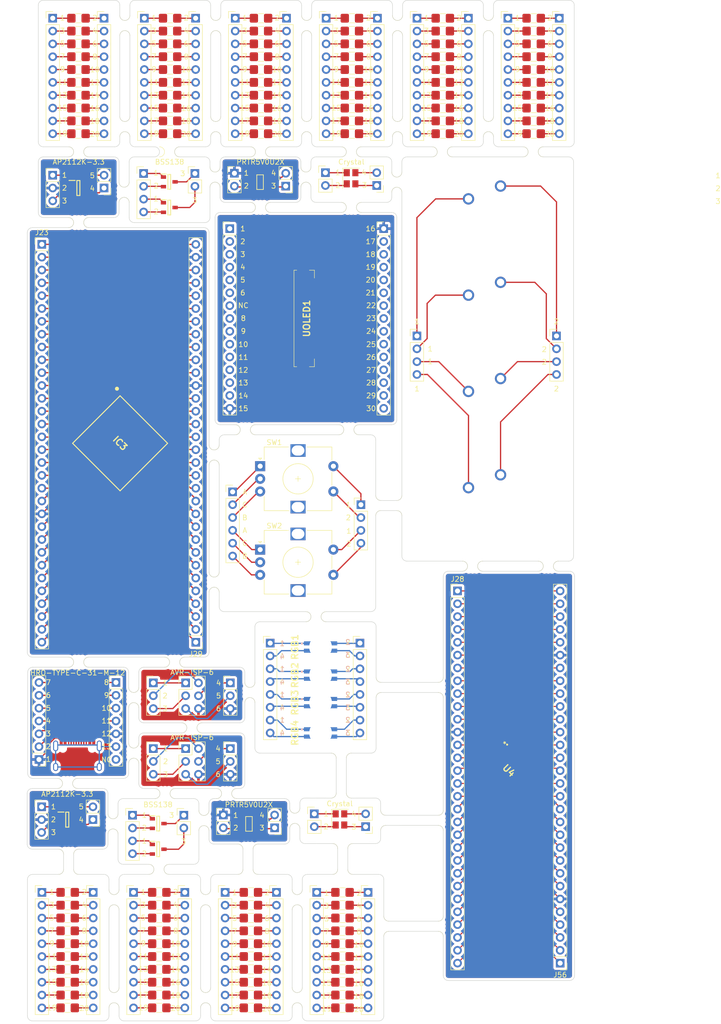
<source format=kicad_pcb>
(kicad_pcb (version 20211014) (generator pcbnew)
  (layers (0 "F.Cu" signal) (31 "B.Cu" signal) (34 "B.Paste" user) (35 "F.Paste" user) (36 "B.SilkS" user "B.Silkscreen") (37 "F.SilkS" user "F.Silkscreen") (38 "B.Mask" user) (39 "F.Mask" user) (44 "Edge.Cuts" user))
  (net 0 "")
  (net 1 "Net-(J5-Pad1)")
  (net 2 "Net-(J5-Pad2)")
  (net 3 "Net-(J10-Pad1)")
  (net 4 "Net-(J10-Pad2)")
  (net 5 "Net-(J10-Pad3)")
  (net 6 "Net-(J10-Pad4)")
  (net 7 "Net-(J10-Pad5)")
  (net 8 "Net-(J10-Pad6)")
  (net 9 "Net-(J10-Pad8)")
  (net 10 "Net-(J10-Pad7)")
  (net 11 "Net-(J11-Pad1)")
  (net 12 "Net-(J11-Pad4)")
  (net 13 "Net-(J6-Pad1)")
  (net 14 "Net-(J6-Pad2)")
  (net 15 "Net-(J9-Pad1)")
  (net 16 "Net-(J9-Pad2)")
  (net 17 "Net-(J9-Pad3)")
  (net 18 "Net-(J9-Pad4)")
  (net 19 "Net-(J9-Pad5)")
  (net 20 "Net-(J9-Pad6)")
  (net 21 "Net-(J9-Pad7)")
  (net 22 "Net-(J9-Pad8)")
  (net 23 "Net-(J11-Pad2)")
  (net 24 "Net-(J11-Pad3)")
  (net 25 "Net-(G1-Pad1)")
  (net 26 "Net-(G1-Pad2)")
  (net 27 "Net-(G2-Pad1)")
  (net 28 "Net-(G2-Pad2)")
  (net 29 "Net-(G3-Pad1)")
  (net 30 "Net-(G3-Pad2)")
  (net 31 "Net-(G4-Pad1)")
  (net 32 "Net-(G4-Pad2)")
  (net 33 "Net-(G5-Pad1)")
  (net 34 "Net-(G5-Pad2)")
  (net 35 "Net-(G6-Pad1)")
  (net 36 "Net-(G6-Pad2)")
  (net 37 "Net-(G7-Pad1)")
  (net 38 "Net-(G7-Pad2)")
  (net 39 "Net-(G8-Pad1)")
  (net 40 "Net-(G8-Pad2)")
  (net 41 "Net-(G9-Pad1)")
  (net 42 "Net-(G9-Pad2)")
  (net 43 "Net-(G10-Pad1)")
  (net 44 "Net-(G10-Pad2)")
  (net 45 "Net-(J15-Pad2)")
  (net 46 "Net-(J15-Pad3)")
  (net 47 "Net-(J15-Pad4)")
  (net 48 "Net-(J15-Pad5)")
  (net 49 "Net-(J15-Pad6)")
  (net 50 "Net-(J15-Pad7)")
  (net 51 "Net-(J16-Pad1)")
  (net 52 "Net-(J16-Pad2)")
  (net 53 "Net-(J16-Pad3)")
  (net 54 "Net-(J16-Pad4)")
  (net 55 "Net-(J16-Pad6)")
  (net 57 "Net-(J3-Pad1)")
  (net 58 "Net-(J3-Pad2)")
  (net 59 "Net-(J3-Pad3)")
  (net 60 "Net-(J3-Pad4)")
  (net 61 "Net-(J3-Pad5)")
  (net 62 "Net-(J3-Pad6)")
  (net 63 "Net-(J3-Pad7)")
  (net 64 "Net-(J3-Pad8)")
  (net 65 "Net-(J3-Pad9)")
  (net 66 "Net-(J3-Pad10)")
  (net 67 "Net-(J3-Pad11)")
  (net 68 "Net-(J3-Pad13)")
  (net 69 "Net-(J3-Pad14)")
  (net 70 "Net-(J3-Pad15)")
  (net 71 "Net-(J3-Pad16)")
  (net 72 "Net-(J3-Pad17)")
  (net 73 "Net-(J3-Pad18)")
  (net 74 "Net-(J3-Pad19)")
  (net 75 "Net-(J3-Pad20)")
  (net 76 "Net-(J3-Pad21)")
  (net 77 "Net-(J3-Pad22)")
  (net 78 "Net-(J3-Pad23)")
  (net 79 "Net-(J3-Pad24)")
  (net 80 "Net-(J3-Pad25)")
  (net 81 "Net-(J3-Pad26)")
  (net 82 "Net-(J3-Pad27)")
  (net 83 "Net-(J3-Pad28)")
  (net 84 "Net-(J3-Pad29)")
  (net 85 "Net-(J3-Pad30)")
  (net 86 "Net-(J4-Pad1)")
  (net 87 "Net-(J4-Pad2)")
  (net 88 "Net-(J4-Pad3)")
  (net 89 "Net-(J4-Pad4)")
  (net 90 "Net-(J4-Pad5)")
  (net 91 "Net-(J4-Pad7)")
  (net 92 "Net-(J4-Pad8)")
  (net 93 "Net-(J4-Pad9)")
  (net 94 "Net-(J4-Pad10)")
  (net 95 "Net-(J4-Pad11)")
  (net 96 "Net-(J4-Pad12)")
  (net 97 "Net-(J4-Pad13)")
  (net 98 "Net-(J4-Pad14)")
  (net 99 "Net-(J4-Pad15)")
  (net 100 "Net-(J4-Pad16)")
  (net 101 "Net-(J4-Pad17)")
  (net 102 "Net-(J4-Pad18)")
  (net 103 "Net-(J4-Pad19)")
  (net 104 "Net-(J4-Pad20)")
  (net 105 "Net-(J4-Pad21)")
  (net 106 "Net-(J4-Pad22)")
  (net 107 "Net-(J4-Pad23)")
  (net 108 "Net-(J4-Pad24)")
  (net 109 "Net-(J4-Pad26)")
  (net 110 "Net-(J4-Pad27)")
  (net 111 "Net-(J4-Pad28)")
  (net 112 "Net-(J4-Pad29)")
  (net 113 "Net-(J4-Pad30)")
  (net 114 "Net-(J17-Pad1)")
  (net 115 "Net-(J17-Pad2)")
  (net 116 "Net-(J17-Pad3)")
  (net 117 "Net-(J17-Pad4)")
  (net 118 "Net-(J17-Pad5)")
  (net 119 "Net-(J21-Pad1)")
  (net 120 "Net-(J21-Pad2)")
  (net 121 "Net-(J23-Pad1)")
  (net 122 "Net-(J23-Pad3)")
  (net 123 "Net-(J24-Pad1)")
  (net 124 "Net-(J24-Pad2)")
  (net 125 "Net-(IC1-Pad1)")
  (net 126 "Net-(IC1-Pad2)")
  (net 127 "Net-(IC1-Pad3)")
  (net 128 "Net-(IC2-Pad1)")
  (net 129 "Net-(IC2-Pad2)")
  (net 130 "Net-(IC2-Pad3)")
  (net 131 "Net-(J19-Pad2)")
  (net 132 "Net-(J20-Pad1)")
  (net 133 "Net-(J20-Pad2)")
  (net 134 "GND_1")
  (net 135 "GND_2")
  (net 136 "GND_3")
  (net 137 "Net-(J7-Pad2)")
  (net 138 "GND_6")
  (net 139 "GND_5")
  (net 140 "GND_7")
  (net 141 "GND_4")
  (net 142 "Net-(J27-Pad1)")
  (net 143 "Net-(J27-Pad2)")
  (net 144 "Net-(J27-Pad3)")
  (net 145 "Net-(J27-Pad4)")
  (net 146 "Net-(J14-Pad9)")
  (net 147 "Net-(J14-Pad8)")
  (net 148 "Net-(J14-Pad7)")
  (net 149 "Net-(J14-Pad6)")
  (net 150 "Net-(J14-Pad5)")
  (net 151 "Net-(J14-Pad4)")
  (net 152 "Net-(J14-Pad32)")
  (net 153 "Net-(J14-Pad30)")
  (net 154 "Net-(J14-Pad3)")
  (net 155 "Net-(J14-Pad29)")
  (net 156 "Net-(J14-Pad28)")
  (net 157 "Net-(J14-Pad27)")
  (net 158 "Net-(J14-Pad26)")
  (net 159 "Net-(J14-Pad25)")
  (net 160 "Net-(J14-Pad24)")
  (net 161 "Net-(J14-Pad23)")
  (net 162 "Net-(J14-Pad22)")
  (net 163 "Net-(J14-Pad20)")
  (net 164 "Net-(J14-Pad2)")
  (net 165 "Net-(J14-Pad19)")
  (net 166 "Net-(J14-Pad18)")
  (net 167 "Net-(J14-Pad17)")
  (net 168 "Net-(J14-Pad16)")
  (net 169 "Net-(J14-Pad15)")
  (net 170 "Net-(J14-Pad14)")
  (net 171 "Net-(J14-Pad13)")
  (net 172 "Net-(J14-Pad12)")
  (net 173 "Net-(J14-Pad11)")
  (net 174 "Net-(J14-Pad10)")
  (net 175 "Net-(J14-Pad1)")
  (net 176 "Net-(IC3-Pad1)")
  (net 177 "Net-(IC3-Pad2)")
  (net 178 "Net-(IC3-Pad3)")
  (net 181 "Net-(J7-Pad4)")
  (net 182 "Net-(J7-Pad3)")
  (net 183 "Net-(J7-Pad1)")
  (net 184 "Net-(J22-Pad9)")
  (net 185 "Net-(J22-Pad8)")
  (net 186 "Net-(J22-Pad6)")
  (net 187 "Net-(J22-Pad5)")
  (net 188 "Net-(J22-Pad4)")
  (net 189 "Net-(J22-Pad3)")
  (net 190 "Net-(J22-Pad2)")
  (net 191 "Net-(J22-Pad15)")
  (net 192 "Net-(J22-Pad14)")
  (net 193 "Net-(J22-Pad13)")
  (net 194 "Net-(J22-Pad12)")
  (net 195 "Net-(J22-Pad11)")
  (net 196 "Net-(J22-Pad10)")
  (net 197 "Net-(J21-Pad9)")
  (net 198 "Net-(J21-Pad8)")
  (net 199 "Net-(J21-Pad7)")
  (net 200 "Net-(J21-Pad6)")
  (net 201 "Net-(J21-Pad5)")
  (net 202 "Net-(J21-Pad4)")
  (net 203 "Net-(J21-Pad3)")
  (net 204 "Net-(J21-Pad14)")
  (net 205 "Net-(J21-Pad13)")
  (net 206 "Net-(J21-Pad12)")
  (net 207 "Net-(J21-Pad11)")
  (net 208 "Net-(J21-Pad10)")
  (net 209 "Net-(J12-Pad4)")
  (net 210 "Net-(J12-Pad3)")
  (net 211 "Net-(J12-Pad2)")
  (net 212 "Net-(J12-Pad1)")
  (net 213 "Net-(J11-Pad6)")
  (net 214 "Net-(J11-Pad5)")
  (net 215 "Net-(IC3-Pad9)")
  (net 216 "Net-(IC3-Pad8)")
  (net 217 "Net-(IC3-Pad7)")
  (net 218 "Net-(IC3-Pad64)")
  (net 219 "Net-(IC3-Pad62)")
  (net 220 "Net-(IC3-Pad61)")
  (net 221 "Net-(IC3-Pad60)")
  (net 222 "Net-(IC3-Pad6)")
  (net 223 "Net-(IC3-Pad59)")
  (net 224 "Net-(IC3-Pad58)")
  (net 225 "Net-(IC3-Pad57)")
  (net 226 "Net-(IC3-Pad56)")
  (net 227 "Net-(IC3-Pad55)")
  (net 228 "Net-(IC3-Pad54)")
  (net 229 "Net-(IC3-Pad52)")
  (net 230 "Net-(IC3-Pad51)")
  (net 231 "Net-(IC3-Pad50)")
  (net 232 "Net-(IC3-Pad5)")
  (net 233 "Net-(IC3-Pad49)")
  (net 234 "Net-(IC3-Pad48)")
  (net 235 "Net-(IC3-Pad47)")
  (net 236 "Net-(IC3-Pad46)")
  (net 237 "Net-(IC3-Pad45)")
  (net 238 "Net-(IC3-Pad44)")
  (net 239 "Net-(IC3-Pad43)")
  (net 240 "Net-(IC3-Pad42)")
  (net 241 "Net-(IC3-Pad41)")
  (net 242 "Net-(IC3-Pad40)")
  (net 243 "Net-(IC3-Pad4)")
  (net 244 "Net-(IC3-Pad39)")
  (net 245 "Net-(IC3-Pad38)")
  (net 246 "Net-(IC3-Pad37)")
  (net 247 "Net-(IC3-Pad36)")
  (net 248 "Net-(IC3-Pad35)")
  (net 249 "Net-(IC3-Pad34)")
  (net 250 "Net-(IC3-Pad33)")
  (net 251 "Net-(IC3-Pad32)")
  (net 252 "Net-(IC3-Pad31)")
  (net 253 "Net-(IC3-Pad30)")
  (net 254 "Net-(IC3-Pad29)")
  (net 255 "Net-(IC3-Pad28)")
  (net 256 "Net-(IC3-Pad27)")
  (net 257 "Net-(IC3-Pad26)")
  (net 258 "Net-(IC3-Pad25)")
  (net 259 "Net-(IC3-Pad24)")
  (net 260 "Net-(IC3-Pad23)")
  (net 261 "Net-(IC3-Pad21)")
  (net 262 "Net-(IC3-Pad20)")
  (net 263 "Net-(IC3-Pad19)")
  (net 264 "Net-(IC3-Pad18)")
  (net 265 "Net-(IC3-Pad17)")
  (net 266 "Net-(IC3-Pad16)")
  (net 267 "Net-(IC3-Pad15)")
  (net 268 "Net-(IC3-Pad14)")
  (net 269 "Net-(IC3-Pad13)")
  (net 270 "Net-(IC3-Pad12)")
  (net 271 "Net-(IC3-Pad11)")
  (net 272 "Net-(IC3-Pad10)")
  (footprint "Panelization:mouse-bite-2mm-slot-1-side" (layer "F.Cu") (at 100.2 215 90)
    (fp_text reference "mouse-bite-36" hide)
    (fp_text value "VAL**" hide)
  )
  (footprint "Breadboard:Generic" (layer "F.Cu") (at 81.22 278.415)
    (fp_text reference "G100" hide)
    (fp_text value "Generic_Small" hide)
  )
  (footprint "Panelization:mouse-bite-2mm-slot" (layer "F.Cu") (at 29 109)
    (fp_text reference "mouse-bite-11" hide)
    (fp_text value "VAL**" hide)
  )
  (footprint "Breadboard:Generic" (layer "F.Cu") (at 47.08 97.795)
    (fp_text reference "G38" hide)
    (fp_text value "Generic_Small" hide)
  )
  (footprint "Connector_PinHeader_2.54mm:PinHeader_1x02_P2.54mm_Vertical" (layer "F.Cu") (at 49.819999 240.28)
    (fp_text reference "J45" hide)
    (fp_text value "Conn_01x02_Female")
  )
  (footprint "Panelization:mouse-bite-2mm-slot" (layer "F.Cu") (at 83 120)
    (fp_text reference "mouse-bite-22" hide)
    (fp_text value "VAL**" hide)
  )
  (footprint "Connector_PinHeader_2.54mm:PinHeader_1x10_P2.54mm_Vertical" (layer "F.Cu") (at 106.16 82.555)
    (fp_text reference "J10" hide)
    (fp_text value "Conn_01x10_Female")
  )
  (footprint "Breadboard:Generic" (layer "F.Cu") (at 28.94 105.415)
    (fp_text reference "G55" hide)
    (fp_text value "Generic_Small" hide)
  )
  (footprint "Panelization:mouse-bite-2mm-slot" (layer "F.Cu") (at 44.9 251)
    (fp_text reference "mouse-bite-55" hide)
    (fp_text value "VAL**" hide)
  )
  (footprint "Breadboard:Generic" (layer "F.Cu") (at 63.08 258.095)
    (fp_text reference "G67" hide)
    (fp_text value "Generic_Small" hide)
  )
  (footprint "Panelization:mouse-bite-2mm-slot" (layer "F.Cu") (at 28.99 123)
    (fp_text reference "mouse-bite-23" hide)
    (fp_text value "VAL**" hide)
  )
  (footprint "Breadboard:Generic" (layer "F.Cu") (at 81.22 258.095)
    (fp_text reference "G68" hide)
    (fp_text value "Generic_Small" hide)
  )
  (footprint "Connector_PinHeader_2.54mm:PinHeader_1x10_P2.54mm_Vertical" (layer "F.Cu") (at 42 82.555)
    (fp_text reference "J3" hide)
    (fp_text value "Conn_01x10_Female")
  )
  (footprint "Connector_PinHeader_2.54mm:PinHeader_1x10_P2.54mm_Vertical" (layer "F.Cu") (at 70.16 82.555)
    (fp_text reference "J6" hide)
    (fp_text value "Conn_01x10_Female")
  )
  (footprint "Breadboard:Generic" (layer "F.Cu") (at 63.08 273.335)
    (fp_text reference "G91" hide)
    (fp_text value "Generic_Small" hide)
  )
  (footprint "Connector_PinHeader_2.54mm:PinHeader_1x10_P2.54mm_Vertical" (layer "F.Cu") (at 23.86 82.555)
    (fp_text reference "J1" hide)
    (fp_text value "Conn_01x10_Female")
  )
  (footprint "Connector_PinHeader_2.54mm:PinHeader_1x02_P2.54mm_Vertical" (layer "F.Cu") (at 77.86 113.119999)
    (fp_text reference "J13" hide)
    (fp_text value "Conn_01x02_Female")
  )
  (footprint "Breadboard:Generic" (layer "F.Cu") (at 81.22 260.635)
    (fp_text reference "G72" hide)
    (fp_text value "Generic_Small" hide)
  )
  (footprint "Breadboard:Generic" (layer "F.Cu") (at 83.08 85.095)
    (fp_text reference "G10" hide)
    (fp_text value "Generic_Small" hide)
  )
  (footprint "SamacSys_Parts:SOT95P240X120-3N" (layer "F.Cu") (at 44.739999 241.939999)
    (fp_text reference "IC4" hide)
    (fp_text value "BSS138")
  )
  (footprint "Panelization:mouse-bite-2mm-slot-1-side" (layer "F.Cu") (at 62.53 251)
    (fp_text reference "mouse-bite-56" hide)
    (fp_text value "VAL**" hide)
  )
  (footprint "Panelization:mouse-bite-2mm-slot" (layer "F.Cu") (at 92 115 90)
    (fp_text reference "mouse-bite-19" hide)
    (fp_text value "VAL**" hide)
  )
  (footprint "Panelization:mouse-bite-2mm-slot" (layer "F.Cu") (at 56.14 84 90)
    (fp_text reference "mouse-bite-2" hide)
    (fp_text value "VAL**" hide)
  )
  (footprint "Panelization:mouse-bite-2mm-slot" (layer "F.Cu") (at 82.5 164 180)
    (fp_text reference "mouse-bite-25" hide)
    (fp_text value "VAL**" hide)
  )
  (footprint "Panelization:mouse-bite-2mm-slot" (layer "F.Cu") (at 122 191)
    (fp_text reference "mouse-bite-30" hide)
    (fp_text value "VAL**" hide)
  )
  (footprint "Breadboard:Generic" (layer "F.Cu") (at 47.08 92.715)
    (fp_text reference "G26" hide)
    (fp_text value "Generic_Small" hide)
  )
  (footprint "Breadboard:Generic" (layer "F.Cu") (at 101.08 85.095)
    (fp_text reference "G11" hide)
    (fp_text value "Generic_Small" hide)
  )
  (footprint "Breadboard:Generic" (layer "F.Cu") (at 119.08 105.415001)
    (fp_text reference "G60" hide)
    (fp_text value "Generic_Small" hide)
  )
  (footprint "Breadboard:Generic" (layer "F.Cu") (at 63.08 265.715)
    (fp_text reference "G79" hide)
    (fp_text value "Generic_Small" hide)
  )
  (footprint "Panelization:mouse-bite-2mm-slot" (layer "F.Cu") (at 47 109)
    (fp_text reference "mouse-bite-12" hide)
    (fp_text value "VAL**" hide)
  )
  (footprint "SamacSys_Parts:AT90USB1286-AU" (layer "F.Cu") (at 37.2 166.68 -45)
    (fp_text reference "IC3")
    (fp_text value "AT90USB1286-AU" hide)
  )
  (footprint "Connector_PinHeader_2.54mm:PinHeader_1x10_P2.54mm_Vertical" (layer "F.Cu") (at 88.16 82.555)
    (fp_text reference "J8" hide)
    (fp_text value "Conn_01x10_Female")
  )
  (footprint "Breadboard:Generic" (layer "F.Cu") (at 44.94 278.415)
    (fp_text reference "G98" hide)
    (fp_text value "Generic_Small" hide)
  )
  (footprint "Panelization:mouse-bite-2mm-slot" (layer "F.Cu") (at 92.14 104 90)
    (fp_text reference "mouse-bite-9" hide)
    (fp_text value "VAL**" hide)
  )
  (footprint "SamacSys_Parts:QFN40P700X700X80-61N-D" (layer "F.Cu") (at 114.179999 231.46 -45)
    (fp_text reference "U4")
    (fp_text value "QFN40P700X700X80-61N-D" hide)
  )
  (footprint "Breadboard:Generic" (layer "F.Cu") (at 47.08 87.635)
    (fp_text reference "G14" hide)
    (fp_text value "Generic_Small" hide)
  )
  (footprint "Breadboard:Generic" (layer "F.Cu") (at 26.8 275.875)
    (fp_text reference "G93" hide)
    (fp_text value "Generic_Small" hide)
  )
  (footprint "Breadboard:Generic" (layer "F.Cu") (at 101.08 100.335)
    (fp_text reference "G47" hide)
    (fp_text value "Generic_Small" hide)
  )
  (footprint "Breadboard:Generic" (layer "F.Cu") (at 119.08 100.335001)
    (fp_text reference "G48" hide)
    (fp_text value "Generic_Small" hide)
  )
  (footprint "Panelization:mouse-bite-2mm-slot-1-side" (layer "F.Cu") (at 27.01 248 180)
    (fp_text reference "mouse-bite-53" hide)
    (fp_text value "VAL**" hide)
  )
  (footprint "Breadboard:Generic" (layer "F.Cu") (at 83.08 92.715)
    (fp_text reference "G28" hide)
    (fp_text value "Generic_Small" hide)
  )
  (footprint "SamacSys_Parts:MXOnly-1U-NoLED_3Pins" (layer "F.Cu") (at 110 177.999999)
    (fp_text reference "MX4")
    (fp_text value "MX-NoLED")
  )
  (footprint "Breadboard:Generic" (layer "F.Cu") (at 83.08 97.795)
    (fp_text reference "G40" hide)
    (fp_text value "Generic_Small" hide)
  )
  (footprint "Panelization:mouse-bite-2mm-slot-1-side" (layer "F.Cu") (at 81 235.9)
    (fp_text reference "mouse-bite-43" hide)
    (fp_text value "VAL**" hide)
  )
  (footprint "Panelization:mouse-bite-2mm-slot" (layer "F.Cu") (at 62 164 180)
    (fp_text reference "mouse-bite-24" hide)
    (fp_text value "VAL**" hide)
  )
  (footprint "Breadboard:Generic" (layer "F.Cu") (at 101.08 95.255)
    (fp_text reference "G35" hide)
    (fp_text value "Generic_Small" hide)
  )
  (footprint "Panelization:mouse-bite-2mm-slot" (layer "F.Cu") (at 39.9 228 90)
    (fp_text reference "mouse-bite-40" hide)
    (fp_text value "VAL**" hide)
  )
  (footprint "Panelization:mouse-bite-2mm-slot" (layer "F.Cu") (at 74.14 104 90)
    (fp_text reference "mouse-bite-8" hide)
    (fp_text value "VAL**" hide)
  )
  (footprint "Connector_PinHeader_2.54mm:PinHeader_1x08_P2.54mm_Vertical" (layer "F.Cu") (at 66.919998 206.225)
    (fp_text reference "J30" hide)
    (fp_text value "Conn_01x08_Female")
  )
  (footprint "Breadboard:Generic" (layer "F.Cu") (at 44.94 263.175)
    (fp_text reference "G74" hide)
    (fp_text value "Generic_Small" hide)
  )
  (footprint "Connector_PinHeader_2.54mm:PinHeader_1x10_P2.54mm_Vertical" (layer "F.Cu") (at 39.86 255.555)
    (fp_text reference "J50" hide)
    (fp_text value "Conn_01x10_Female")
  )
  (footprint "Breadboard:Generic" (layer "F.Cu") (at 63.08 278.415)
    (fp_text reference "G99" hide)
    (fp_text value "Generic_Small" hide)
  )
  (footprint "Breadboard:Generic" (layer "F.Cu") (at 65.08 87.635)
    (fp_text reference "G15" hide)
    (fp_text value "Generic_Small" hide)
  )
  (footprint "Connector_PinHeader_2.54mm:PinHeader_1x10_P2.54mm_Vertical" (layer "F.Cu") (at 52.16 82.555)
    (fp_text reference "J4" hide)
    (fp_text value "Conn_01x10_Female")
  )
  (footprint "Breadboard:Generic" (layer "F.Cu") (at 119.08 95.255001)
    (fp_text reference "G36" hide)
    (fp_text value "Generic_Small" hide)
  )
  (footprint "Panelization:mouse-bite-2mm-slot" (layer "F.Cu") (at 72.28 257.005 90)
    (fp_text reference "mouse-bite-60" hide)
    (fp_text value "VAL**" hide)
  )
  (footprint "Breadboard:Generic" (layer "F.Cu") (at 65.08 97.795)
    (fp_text reference "G39" hide)
    (fp_text value "Generic_Small" hide)
  )
  (footprint "Connector_PinHeader_2.54mm:PinHeader_1x03_P2.54mm_Vertical" (layer "F.Cu") (at 43.78 227.101)
    (fp_text reference "J36" hide)
    (fp_text value "Conn_01x03_Female")
  )
  (footprint "Breadboard:Generic" (layer "F.Cu") (at 65.08 90.175)
    (fp_text reference "G21" hide)
    (fp_text value "Generic_Small" hide)
  )
  (footprint "Breadboard:Generic" (layer "F.Cu") (at 119.08 92.715001)
    (fp_text reference "G30" hide)
    (fp_text value "Generic_Small" hide)
  )
  (footprint "Connector_PinHeader_2.54mm:PinHeader_2x03_P2.54mm_Vertical" (layer "F.Cu") (at 50.18 214.1)
    (fp_text reference "J34" hide)
    (fp_text value "AVR-ISP-6")
  )
  (footprint "Breadboard:Generic" (layer "F.Cu") (at 101.08 82.555)
    (fp_text reference "G5" hide)
    (fp_text value "Generic_Small" hide)
  )
  (footprint "Connector_PinHeader_2.54mm:PinHeader_1x10_P2.54mm_Vertical" (layer "F.Cu") (at 21.72 255.555)
    (fp_text reference "J48" hide)
    (fp_text value "Conn_01x10_Female")
  )
  (footprint "Panelization:mouse-bite-2mm-slot-1-side" (layer "F.Cu") (at 89.8 241.3 -90)
    (fp_text reference "mouse-bite-48" hide)
    (fp_text value "VAL**" hide)
  )
  (footprint "Panelization:mouse-bite-2mm-slot-1-side" (layer "F.Cu") (at 100.2 262.26 90)
    (fp_text reference "mouse-bite-62" hide)
    (fp_text value "VAL**" hide)
  )
  (footprint "Breadboard:Generic" (layer "F.Cu") (at 44.94 255.555)
    (fp_text reference "G62" hide)
    (fp_text value "Generic_Small" hide)
  )
  (footprint "Breadboard:Generic" (layer "F.Cu") (at 101.08 105.415)
    (fp_text reference "G59" hide)
    (fp_text value "Generic_Small" hide)
  )
  (footprint "SamacSys_Parts:5051103091" (layer "F.Cu") (at 74.16 141.975 -90)
    (fp_text reference "UOLED1")
    (fp_text value "UG-2864HSWEG01" hide)
  )
  (footprint "Connector_PinHeader_2.54mm:PinHeader_1x10_P2.54mm_Vertical" (layer "F.Cu") (at 78 82.555)
    (fp_text reference "J7" hide)
    (fp_text value "Conn_01x10_Female")
  )
  (footprint "Connector_PinHeader_2.54mm:PinHeader_1x10_P2.54mm_Vertical" (layer "F.Cu") (at 96 82.555)
    (fp_text reference "J9" hide)
    (fp_text value "Conn_01x10_Female")
  )
  (footprint "Connector_PinHeader_2.54mm:PinHeader_2x03_P2.54mm_Vertical" (layer "F.Cu") (at 50.18 227.101)
    (fp_text reference "J37" hide)
    (fp_text value "AVR-ISP-6")
  )
  (footprint "Breadboard:Generic" (layer "F.Cu") (at 44.94 260.635)
    (fp_text reference "G70" hide)
    (fp_text value "Generic_Small" hide)
  )
  (footprint "Panelization:mouse-bite-2mm-slot" (layer "F.Cu") (at 62.9 216 90)
    (fp_text reference "mouse-bite-37" hide)
    (fp_text value "VAL**" hide)
  )
  (footprint "Breadboard:Generic" (layer "F.Cu") (at 65.08 105.415)
    (fp_text reference "G57" hide)
    (fp_text value "Generic_Small" hide)
  )
  (footprint "Panelization:mouse-bite-2mm-slot" (layer "F.Cu") (at 110.14 84 90)
    (fp_text reference "mouse-bite-5" hide)
    (fp_text value "VAL**" hide)
  )
  (footprint "Panelization:mouse-bite-2mm-slot" (layer "F.Cu") (at 46.1 236)
    (fp_text reference "mouse-bite-44" hide)
    (fp_text value "VAL**" hide)
  )
  (footprint "Connector_PinHeader_2.54mm:PinHeader_1x08_P2.54mm_Vertical" (layer "F.Cu") (at 84.699998 206.225)
    (fp_text reference "J31" hide)
    (fp_text value "Conn_01x08_Female")
  )
  (footprint "Breadboard:Generic" (layer "F.Cu") (at 83.08 105.415)
    (fp_text reference "G58" hide)
    (fp_text value "Generic_Small" hide)
  )
  (footprint "SamacSys_Parts:SOT95P282X130-5N" (layer "F.Cu") (at 28.94 116.159999)
    (fp_text reference "U2" hide)
    (fp_text value "AP2112K-3.3")
  )
  (footprint "Breadboard:Generic" (layer "F.Cu") (at 83.08 90.175)
    (fp_text reference "G22" hide)
    (fp_text value "Generic_Small" hide)
  )
  (footprint "Connector_PinHeader_2.54mm:PinHeader_1x32_P2.54mm_Vertical" (layer "F.Cu") (at 21.706 127.305)
    (fp_text reference "J23")
    (fp_text value "Conn_01x32_Female")
  )
  (footprint "Panelization:mouse-bite-2mm-slot" (layer "F.Cu") (at 56.14 104 90)
    (fp_text reference "mouse-bite-7" hide)
    (fp_text value "VAL**" hide)
  )
  (footprint "Panelization:mouse-bite-2mm-slot" (layer "F.Cu") (at 92.14 84 90)
    (fp_text reference "mouse-bite-4" hide)
    (fp_text value "VAL**" hide)
  )
  (footprint "Breadboard:Generic" (layer "F.Cu") (at 63.08 268.255)
    (fp_text reference "G83" hide)
    (fp_text value "Generic_Small" hide)
  )
  (footprint "Breadboard:Generic" (layer "F.Cu") (at 101.08 92.715)
    (fp_text reference "G29" hide)
    (fp_text value "Generic_Small" hide)
  )
  (footprint "Panelization:mouse-bite-2mm-slot" (layer "F.Cu") (at 74.14 84 90)
    (fp_text reference "mouse-bite-3" hide)
    (fp_text value "VAL**" hide)
  )
  (footprint "Breadboard:Generic" (layer "F.Cu") (at 83.08 82.555)
    (fp_text reference "G4" hide)
    (fp_text value "Generic_Small" hide)
  )
  (footprint "Connector_PinHeader_2.54mm:PinHeader_1x15_P2.54mm_Vertical" (layer "F.Cu") (at 89.4 124.2)
    (fp_text reference "JOLED2" hide)
    (fp_text value "Conn_01x15_Female")
  )
  (footprint "Breadboard:Generic" (layer "F.Cu") (at 44.94 275.875)
    (fp_text reference "G94" hide)
    (fp_text value "Generic_Small" hide)
  )
  (footprint "Breadboard:Generic" (layer "F.Cu") (at 28.94 95.255)
    (fp_text reference "G31" hide)
    (fp_text value "Generic_Small" hide)
  )
  (footprint "Panelization:mouse-bite-2mm-slot" (layer "F.Cu") (at 55.826 194.16 90)
    (fp_text reference "mouse-bite-31" hide)
    (fp_text value "VAL**" hide)
  )
  (footprint "Breadboard:Generic" (layer "F.Cu") (at 28.94 92.715)
    (fp_text reference "G25" hide)
    (fp_text value "Generic_Small" hide)
  )
  (footprint "Breadboard:Generic" (layer "F.Cu") (at 28.94 82.555)
    (fp_text reference "G1" hide)
    (fp_text value "Generic_Small" hide)
  )
  (footprint "Breadboard:Generic" (layer "F.Cu") (at 44.94 265.715)
    (fp_text reference "G78" hide)
    (fp_text value "Generic_Small" hide)
  )
  (footprint "Panelization:mouse-bite-2mm-slot-1-side" (layer "F.Cu") (at 92 179 90)
    (fp_text reference "mouse-bite-28" hide)
    (fp_text value "VAL**" hide)
  )
  (footprint "Breadboard:Generic" (layer "F.Cu") (at 119.08 82.555001)
    (fp_text reference "G6" hide)
    (fp_text value "Generic_Small" hide)
  )
  (footprint "Breadboard:Generic" (layer "F.Cu") (at 47.08 102.875)
    (fp_text reference "G50" hide)
    (fp_text value "Generic_Small" hide)
  )
  (footprint "Connector_PinHeader_2.54mm:PinHeader_1x04_P2.54mm_Vertical" (layer "F.Cu") (at 41.86 113.28)
    (fp_text reference "J15" hide)
    (fp_text value "Conn_01x04_Female")
  )
  (footprint "Breadboard:Generic" (layer "F.Cu") (at 63.08 263.175)
    (fp_text reference "G75" hide)
    (fp_text value "Generic_Small" hide)
  )
  (footprint "Connector_PinHeader_2.54mm:PinHeader_1x10_P2.54mm_Vertical" (layer "F.Cu") (at 58 255.555)
    (fp_text reference "J52" hide)
    (fp_text value "Conn_01x10_Female")
  )
  (footprint "Connector_PinHeader_2.54mm:PinHeader_1x02_P2.54mm_Vertical" (layer "F.Cu") (at 69.999999 115.78 180)
    (fp_text reference "J19" hide)
    (fp_text value "Conn_01x02_Female")
  )
  (footprint "Breadboard:Generic" (layer "F.Cu") (at 26.8 278.415)
    (fp_text reference "G97" hide)
    (fp_text value "Generic_Small" hide)
  )
  (footprint "SamacSys_Parts:SOT95P240X120-3N" (layer "F.Cu") (at 46.94 120.019999)
    (fp_text reference "IC2" hide)
    (fp_text value "BSS138" hide)
  )
  (footprint "Breadboard:Generic" (layer "F.Cu") (at 65.08 102.875)
    (fp_text reference "G51" hide)
    (fp_text value "Generic_Small" hide)
  )
  (footprint "Breadboard:Generic" (layer "F.Cu") (at 63.08 260.635)
    (fp_text reference "G71" hide)
    (fp_text value "Generic_Small" hide)
  )
  (footprint "Connector_PinHeader_2.54mm:PinHeader_1x30_P2.54mm_Vertical" (layer "F.Cu") (at 124.339999 269.56 180)
    (fp_text reference "J56")
    (fp_text value "Conn_01x30_Female")
  )
  (footprint "Connector_PinHeader_2.54mm:PinHeader_1x02_P2.54mm_Vertical" (layer "F.Cu") (at 75.66 240.012894)
    (fp_text reference "J41" hide)
    (fp_text value "Conn_01x02_Female")
  )
  (footprint "Breadboard:Generic" (layer "F.Cu") (at 65.08 85.095)
    (fp_text reference "G9" hide)
    (fp_text value "Generic_Small" hide)
  )
  (footprint "Panelization:mouse-bite-2mm-slot" (layer "F.Cu") (at 76 201)
    (fp_text reference "mouse-bite-32" hide)
    (fp_text value "VAL**" hide)
  )
  (footprint "Crystal:Crystal_SMD_3225-4Pin_3.2x2.5mm" (layer "F.Cu") (at 80.74 241.124144 -90)
    (fp_text reference "Y2" hide)
    (fp_text value "Crystal")
  )
  (footprint "Breadboard:Generic" (layer "F.Cu") (at 28.94 97.795)
    (fp_text reference "G37" hide)
    (fp_text value "Generic_Small" hide)
  )
  (footprint "Connector_PinHeader_2.54mm:PinHeader_1x02_P2.54mm_Vertical" (layer "F.Cu") (at 52.02 113.28)
    (fp_text reference "J17" hide)
    (fp_text value "Conn_01x02_Female")
  )
  (footprint "SamacSys_Parts:MXOnly-1U-NoLED_3Pins" (layer "F.Cu") (at 110 120.849999)
    (fp_text reference "MX1")
    (fp_text value "MX-NoLED")
  )
  (footprint "Rotary_Encoder:RotaryEncoder_Alps_EC12E-Switch_Vertical_H20mm" (layer "F.Cu") (at 64.935999 171.209999)
    (fp_text reference "SW1")
    (fp_text value "RotaryEncoder_Switch")
  )
  (footprint "Breadboard:Generic" (layer "F.Cu") (at 47.08 105.415)
    (fp_text reference "G56" hide)
    (fp_text value "Generic_Small" hide)
  )
  (footprint "Connector_PinHeader_2.54mm:PinHeader_1x10_P2.54mm_Vertical" (layer "F.Cu") (at 31.88 255.555)
    (fp_text reference "J49" hide)
    (fp_text value "Conn_01x10_Female")
  )
  (footprint "Breadboard:Generic" (layer "F.Cu") (at 44.94 270.795)
    (fp_text reference "G86" hide)
    (fp_text value "Generic_Small" hide)
  )
  (footprint "Breadboard:Generic" (layer "F.Cu") (at 101.08 87.635)
    (fp_text reference "G17" hide)
    (fp_text value "Generic_Small" hide)
  )
  (footprint "Breadboard:Generic" (layer "F.Cu") (at 81.22 270.795)
    (fp_text reference "G88" hide)
    (fp_text value "Generic_Small" hide)
  )
  (footprint "Panelization:mouse-bite-2mm-slot" (layer "F.Cu") (at 101 109)
    (fp_text reference "mouse-bite-15" hide)
    (fp_text value "VAL**" hide)
  )
  (footprint "Connector_PinHeader_2.54mm:PinHeader_1x10_P2.54mm_Vertical" (layer "F.Cu") (at 124.16 82.555001)
    (fp_text reference "J12" hide)
    (fp_text value "Conn_01x10_Female")
  )
  (footprint "Connector_PinHeader_2.54mm:PinHeader_1x02_P2.54mm_Vertical" (layer "F.Cu") (at 67.799999 242.780002 180)
    (fp_text reference "J47" hide)
    (fp_text value "Conn_01x02_Female")
  )
  (footprint "Connector_PinHeader_2.54mm:PinHeader_1x04_P2.54mm_Vertical" (layer "F.Cu") (at 95.98 145.439999)
    (fp_text reference "J24" hide)
    (fp_text value "Conn_01x04_Female")
  )
  (footprint "Connector_PinHeader_2.54mm:PinHeader_1x32_P2.54mm_Vertical" (layer "F.Cu") (at 52.186 206.055 180)
    (fp_text reference "J29")
    (fp_text value "Conn_01x32_Female")
  )
  (footprint "Connector_PinHeader_2.54mm:PinHeader_1x02_P2.54mm_Vertical" (layer "F.Cu") (at 88.02 115.659999 180)
    (fp_text reference "J18" hide)
    (fp_text value "Conn_01x02_Female")
  )
  (footprint "Breadboard:Generic" (layer "F.Cu") (at 65.08 100.335)
    (fp_text reference "G45" hide)
    (fp_text value "Generic_Small" hide)
  )
  (footprint "Type-C:HRO-TYPE-C-31-M-12" (layer "F.Cu") (at 28.76 233.345)
    (fp_text reference "USB1" hide)
    (fp_text value "HRO-TYPE-C-31-M-12")
  )
  (footprint "Breadboard:Generic" (layer "F.Cu") (at 28.94 102.875)
    (fp_text reference "G49" hide)
    (fp_text value "Generic_Small" hide)
  )
  (footprint "SamacSys_Parts:MXOnly-1U-NoLED_3Pins" (layer "F.Cu") (at 110 139.899999)
    (fp_text reference "MX2")
    (fp_text value "MX-NoLED")
  )
  (footprint "Panelization:mouse-bite-2mm-slot" (layer "F.Cu") (at 56 114 90)
    (fp_text reference "mouse-bite-17" hide)
    (fp_text value "VAL**" hide)
  )
  (footprint "Panelization:mouse-bite-2mm-slot" (layer "F.Cu") (at 39.9 217 90)
    (fp_text reference "mouse-bite-38" hide)
    (fp_text value "VAL**" hide)
  )
  (footprint "Connector_PinHeader_2.54mm:PinHeader_1x07_P2.54mm_Vertical" (layer "F.Cu") (at 36.38 214.015)
    (fp_text reference "J32" hide)
    (fp_text value "Conn_01x07_Female")
  )
  (footprint "Breadboard:Generic" (layer "F.Cu") (at 47.08 95.255)
    (fp_text reference "G32" hide)
    (fp_text value "Generic_Small" hide)
  )
  (footprint "Breadboard:Generic" (layer "F.Cu") (at 44.94 273.335)
    (fp_text reference "G90" hide)
    (fp_text value "Generic_Small" hide)
  )
  (footprint "Breadboard:Generic" (layer "F.Cu") (at 81.22 265.715)
    (fp_text reference "G80" hide)
    (fp_text value "Generic_Small" hide)
  )
  (footprint "Breadboard:Generic" (layer "F.Cu") (at 81.22 275.875)
    (fp_text reference "G96" hide)
    (fp_text value "Generic_Small" hide)
  )
  (footprint "Breadboard:Generic" (layer "F.Cu") (at 47.08 82.555)
    (fp_text reference "G2" hide)
    (fp_text value "Generic_Small" hide)
  )
  (footprint "Rotary_Encoder:RotaryEncoder_Alps_EC12E-Switch_Vertical_H20mm" (layer "F.Cu") (at 64.935999 187.719999)
    (fp_text reference "SW2")
    (fp_text value "RotaryEncoder_Switch")
  )
  (footprint "Panelization:mouse-bite-2mm-slot" (layer "F.Cu") (at 35.8 242 90)
    (fp_text reference "mouse-bite-50" hide)
    (fp_text value "VAL**" hide)
  )
  (footprint "Panelization:mouse-bite-2mm-slot" (layer "F.Cu") (at 29 210)
    (fp_text reference "mouse-bite-33" hide)
    (fp_text value "VAL**" hide)
  )
  (footprint "Breadboard:Generic" (layer "F.Cu") (at 101.08 90.175)
    (fp_text reference "G23" hide)
    (fp_text value "Generic_Small" hide)
  )
  (footprint "Breadboard:Generic" (layer "F.Cu") (at 119.08 85.095001)
    (fp_text reference "G12" hide)
    (fp_text value "Generic_Small" hide)
  )
  (footprint "Breadboard:Generic" (layer "F.Cu") (at 65.08 92.715)
    (fp_text reference "G27" hide)
    (fp_text value "Generic_Small" hide)
  )
  (footprint "Panelization:mouse-bite-2mm-slot" (layer "F.Cu") (at 48 210 180)
    (fp_text reference "mouse-bite-34" hide)
    (fp_text value "VAL**" hide)
  )
  (footprint "Breadboard:Generic" (layer "F.Cu") (at 101.08 102.875)
    (fp_text reference "G53" hide)
    (fp_text value "Generic_Small" hide)
  )
  (footprint "Connector_PinHeader_2.54mm:PinHeader_1x02_P2.54mm_Vertical" (layer "F.Cu") (at 31.820001 241.159999 180)
    (fp_text reference "J44" hide)
    (fp_text value "Conn_01x02_Female")
  )
  (footprint "Connector_PinHeader_2.54mm:PinHeader_1x06_P2.54mm_Vertical" (layer "F.Cu") (at 59.485999 176.289999)
    (fp_text reference "J26" hide)
    (fp_text value "Conn_01x06_Female")
  )
  (footprint "random-keyboard-parts:SOT143B" (layer "F.Cu") (at 64.919999 115)
    (fp_text reference "U1" hide)
    (fp_text value "PRTR5V0U2X")
  )
  (footprint "Breadboard:Generic" (layer "F.Cu") (at 47.08 90.175)
    (fp_text reference "G20" hide)
    (fp_text value "Generic_Small" hide)
  )
  (footprint "Breadboard:Generic" (layer "F.Cu") (at 83.08 95.255)
    (fp_text reference "G34" hide)
    (fp_text value "Generic_Small" hide)
  )
  (footprint "Connector_PinHeader_2.54mm:PinHeader_1x03_P2.54mm_Vertical" (layer "F.Cu") (at 43.78 214.1)
    (fp_text reference "J33" hide)
    (fp_text value "Conn_01x03_Female")
  )
  (footprint "Breadboard:Generic" (layer "F.Cu") (at 81.22 273.335)
    (fp_text reference "G92" hide)
    (fp_text value "Generic_Small" hide)
  )
  (footprint "Breadboard:Generic" (layer "F.Cu") (at 28.94 90.175)
    (fp_text reference "G19" hide)
    (fp_text value "Generic_Small" hide)
  )
  (footprint "SamacSys_Parts:SOT95P240X120-3N" (layer "F.Cu") (at 44.739999 247.019999)
    (fp_text reference "IC5" hide)
    (fp_text value "BSS138" hide)
  )
  (footprint "Panelization:mouse-bite-2mm-slot" (layer "F.Cu") (at 26.8 234)
    (fp_text reference "mouse-bite-42" hide)
    (fp_text value "VAL**" hide)
  )
  (footprint "Panelization:mouse-bite-2mm-slot" (layer "F.Cu") (at 54.14 276.395 90)
    (fp_text reference "mouse-bite-64" hide)
    (fp_text value "VAL**" hide)
  )
  (footprint "Panelization:mouse-bite-2mm-slot" (layer "F.Cu") (at 107 191)
    (fp_text reference "mouse-bite-29" hide)
    (fp_text value "VAL**" hide)
  )
  (footprint "Breadboard:Generic" (layer "F.Cu") (at 81.22 263.175)
    (fp_text reference "G76" hide)
    (fp_text value "Generic_Small" hide)
  )
  (footprint "Connector_PinHeader_2.54mm:PinHeader_1x10_P2.54mm_Vertical" (layer "F.Cu") (at 76.14 255.555)
    (fp_text reference "J54" hide)
    (fp_text value "Conn_01x10_Female")
  )
  (footprint "Connector_PinHeader_2.54mm:PinHeader_1x30_P2.54mm_Vertical" (layer "F.Cu") (at 104.019999 195.9)
    (fp_text reference "J28")
    (fp_text value "Conn_01x30_Female")
  )
  (footprint "Breadboard:Generic" (layer "F.Cu") (at 26.8 265.715)
    (fp_text reference "G77" hide)
    (fp_text value "Generic_Small" hide)
  )
  (footprint "Breadboard:Generic" (layer "F.Cu") (at 119.08 90.175001)
    (fp_text reference "G24" hide)
    (fp_text value "Generic_Small" hide)
  )
  (footprint "Breadboard:Generic" (layer "F.Cu") (at 44.94 268.255)
    (fp_text reference "G82" hide)
    (fp_text value "Generic_Small" hide)
  )
  (footprint "Panelization:mouse-bite-2mm-slot" (layer "F.Cu") (at 65 109)
    (fp_text reference "mouse-bite-13" hide)
    (fp_text value "VAL**" hide)
  )
  (footprint "Panelization:mouse-bite-2mm-slot" (layer "F.Cu") (at 58.3 236)
    (fp_text reference "mouse-bite-45" hide)
    (fp_text value "VAL**" hide)
  )
  (footprint "Breadboard:Generic" (layer "F.Cu") (at 47.08 85.095)
    (fp_text reference "G8" hide)
    (fp_text value "Generic_Small" hide)
  )
  (footprint "Breadboard:Generic" (layer "F.Cu") (at 63.08 270.795)
    (fp_text reference "G87" hide)
    (fp_text value "Generic_Small" hide)
  )
  (footprint "Breadboard:Generic" (layer "F.Cu") (at 26.8 255.555)
    (fp_text reference "G61" hide)
    (fp_text value "Generic_Small" hide)
  )
  (footprint "Connector_PinHeader_2.54mm:PinHeader_1x02_P2.54mm_Vertical" (layer "F.Cu") (at 85.82 242.552894 180)
    (fp_text reference "J46" hide)
    (fp_text value "Conn_01x02_Female")
  )
  (footprint "Panelization:mouse-bite-2mm-slot-1-side" (layer "F.Cu") (at 90.42 262.26 -90)
    (fp_text reference "mouse-bite-61" hide)
    (fp_text value "VAL**" hide)
  )
  (footprint "Panelization:mouse-bite-2mm-slot" (layer "F.Cu") (at 38.14 104 90)
    (fp_text reference "mouse-bite-6" hide)
    (fp_text value "VAL**" hide)
  )
  (footprint "Panelization:mouse-bite-2mm-slot-1-side" (layer "F.Cu") (at 27.01 251)
    (fp_text reference "mouse-bite-54" hide)
    (fp_text value "VAL**" hide)
  )
  (footprint "Breadboard:Generic" (layer "F.Cu") (at 83.08 100.335)
    (fp_text reference "G46" hide)
    (fp_text value "Generic_Small" hide)
  )
  (footprint "Breadboard:Generic" (layer "F.Cu") (at 81.22 255.555)
    (fp_text reference "G64" hide)
    (fp_text value "Generic_Small" hide)
  )
  (footprint "Panelization:mouse-bite-2mm-slot" (layer "F.Cu") (at 51.42 223 180)
    (fp_text reference "mouse-bite-39" hide)
    (fp_text value "VAL**" hide)
  )
  (footprint "Panelization:mouse-bite-2mm-slot-1-side" (layer "F.Cu") (at 62.53 247 180)
    (fp_text reference "mouse-bite-52" hide)
    (fp_text value "VAL**" hide)
  )
  (footprint "Connector_PinHeader_2.54mm:PinHeader_1x15_P2.54mm_Vertical" (layer "F.Cu") (at 58.92 124.2)
    (fp_text reference "JOLED1" hide)
    (fp_text value "Conn_01x15_Female")
  )
  (footprint "Panelization:mouse-bite-2mm-slot-1-side" (layer "F.Cu") (at 81 229 180)
    (fp_text reference "mouse-bite-41" hide)
    (fp_text value "VAL**" hide)
  )
  (footprint "Breadboard:Generic" (layer "F.Cu") (at 83.08 102.875)
    (fp_text reference "G52" hide)
    (fp_text value "Generic_Small" hide)
  )
  (footprint "SamacSys_Parts:SOT95P282X130-5N" (layer "F.Cu") (at 26.740001 241.159999)
    (fp_text reference "U5" hide)
    (fp_text value "AP2112K-3.3")
  )
  (footprint "Breadboard:Generic" (layer "F.Cu") (at 26.8 268.255)
    (fp_text reference "G81" hide)
    (fp_text value "Generic_Small" hide)
  )
  (footprint "Panelization:mouse-bite-2mm-slot" (layer "F.Cu") (at 53.8 241.34 90)
    (fp_text reference "mouse-bite-47" hide)
    (fp_text value "VAL**" hide)
  )
  (footprint "Breadboard:Generic" (layer "F.Cu") (at 119.08 87.635001)
    (fp_text reference "G18" hide)
    (fp_text value "Generic_Small" hide)
  )
  (footprint "Panelization:mouse-bite-2mm-slot" (layer "F.Cu") (at 110.14 104 90)
    (fp_text reference "mouse-bite-10" hide)
    (fp_text value "VAL**" hide)
  )
  (footprint "Breadboard:Generic" (layer "F.Cu") (at 28.94 87.635)
    (fp_text reference "G13" hide)
    (fp_text value "Generic_Small" hide)
  )
  (footprint "Breadboard:Generic" (layer "F.Cu") (at 26.8 258.095)
    (fp_text reference "G65" hide)
    (fp_text value "Generic_Small" hide)
  )
  (footprint "Connector_PinHeader_2.54mm:PinHeader_1x07_P2.54mm_Vertical" (layer "F.Cu") (at 21.14 229.26 180)
    (fp_text reference "J39" hide)
    (fp_text value "Conn_01x07_Female")
  )
  (footprint "Breadboard:Generic" (layer "F.Cu") (at 47.08 100.335)
    (fp_text reference "G44" hide)
    (fp_text value "Generic_Small" hide)
  )
  (footprint "random-keyboard-parts:SOT143B" (layer "F.Cu") (at 62.719999 242.000002)
    (fp_text reference "U6" hide)
    (fp_text value "PRTR5V0U2X")
  )
  (footprint "Panelization:mouse-bite-2mm-slot-1-side" (layer "F.Cu") (at 81.29 246.89 180)
    (fp_text reference "mouse-bite-51" hide)
    (fp_text value "VAL**" hide)
  )
  (footprint "Connector_PinHeader_2.54mm:PinHeader_1x04_P2.54mm_Vertical" (layer "F.Cu") (at 123.62 145.439999)
    (fp_text reference "J25" hide)
    (fp_text value "Conn_01x04_Female")
  )
  (footprint "Crystal:Crystal_SMD_3225-4Pin_3.2x2.5mm" (layer "F.Cu") (at 82.94 114.231249 -90)
    (fp_text reference "Y1" hide)
    (fp_text value "Crystal")
  )
  (footprint "Breadboard:Generic" (layer "F.Cu") (at 28.94 100.335)
    (fp_text reference "G43" hide)
    (fp_text value "Generic_Small" hide)
  )
  (footprint "Panelization:mouse-bite-2mm-slot" (layer "F.Cu") (at 74 114 90)
    (fp_text reference "mouse-bite-18" hide)
    (fp_text value "VAL**" hide)
  )
  (footprint "Connector_PinHeader_2.54mm:PinHeader_1x04_P2.54mm_Vertical" (layer "F.Cu") (at 39.659999 240.28)
    (fp_text reference "J43" hide)
    (fp_text value "Conn_01x04_Female")
  )
  (footprint "Panelization:mouse-bite-2mm-slot" (layer "F.Cu") (at 36 257.005 90)
    (fp_text reference "mouse-bite-58" hide)
    (fp_text value "VAL**" hide)
  )
  (footprint "Connector_PinHeader_2.54mm:PinHeader_1x10_P2.54mm_Vertical" (layer "F.Cu") (at 86.3 255.555)
    (fp_text reference "J55" hide)
    (fp_text value "Conn_01x10_Female")
  )
  (footprint "Connector_PinHeader_2.54mm:PinHeader_1x10_P2.54mm_Vertical" (layer "F.Cu") (at 114 82.555001)
    (fp_text reference "J11" hide)
    (fp_text value "Conn_01x10_Female")
  )
  (footprint "Connector_PinHeader_2.54mm:PinHeader_1x10_P2.54mm_Vertical" (layer "F.Cu") (at 68.16 255.555)
    (fp_text reference "J53" hide)
    (fp_text value "Conn_01x10_Female")
  )
  (footprint "Breadboard:Generic" (layer "F.Cu") (at 44.94 258.095)
    (fp_text reference "G66" hide)
    (fp_text value "Generic_Small" hide)
  )
  (footprint "Breadboard:Generic" (layer "F.Cu") (at 26.8 270.795)
    (fp_text reference "G85" hide)
    (fp_text value "Generic_Small" hide)
  )
  (footprint "Breadboard:Generic" (layer "F.Cu") (at 26.8 260.635)
    (fp_text reference "G69" hide)
    (fp_text value "Generic_Small" hide)
  )
  (footprint "Panelization:mouse-bite-2mm-slot" (layer "F.Cu") (at 38 117 90)
    (fp_text reference "mouse-bite-20" hide)
    (fp_text value "VAL**" hide)
  )
  (footprint "Connector_PinHeader_2.54mm:PinHeader_1x02_P2.54mm_Vertical" (layer "F.Cu") (at 34.02 116.159999 180)
    (fp_text reference "J20" hide)
    (fp_text value "Conn_01x02_Female")
  )
  (footprint "Connector_PinHeader_2.54mm:PinHeader_1x03_P2.54mm_Vertical" (layer "F.Cu") (at 59.02 214.1)
    (fp_text reference "J35" hide)
    (fp_text value "Conn_01x03_Female")
  )
  (footprint "Panelization:mouse-bite-2mm-slot-1-side" (layer "F.Cu") (at 88.9 215 -90)
    (fp_text reference "mouse-bite-35" hide)
    (fp_text value "VAL**" hide)
  )
  (footprint "Connector_PinHeader_2.54mm:PinHeader_1x10_P2.54mm_Vertical" (layer "F.Cu") (at 50.02 255.555)
    (fp_text reference "J51" hide)
    (fp_text value "Conn_01x10_Female")
  )
  (footprint "Connector_PinHeader_2.54mm:PinHeader_1x03_P2.54mm_Vertical" (layer "F.Cu") (at 59.02 227.101)
    (fp_text reference "J38" hide)
    (fp_text value "Conn_01x03_Female")
  )
  (footprint "Breadboard:Generic" (layer "F.Cu") (at 83.08 87.635)
    (fp_text reference "G16" hide)
    (fp_text value "Generic_Small" hide)
  )
  (footprint "Connector_PinHeader_2.54mm:PinHeader_1x10_P2.54mm_Vertical" (layer "F.Cu") (at 60 82.555)
    (fp_text reference "J5" hide)
    (fp_text value "Conn_01x10_Female")
  )
  (footprint "Breadboard:Generic" (layer "F.Cu") (at 81.22 268.255)
    (fp_text reference "G84" hide)
    (fp_text value "Generic_Small" hide)
  )
  (footprint "Breadboard:Generic" (layer "F.Cu") (at 119.08 102.875001)
    (fp_text reference "G54" hide)
    (fp_text value "Generic_Small" hide)
  )
  (footprint "Panelization:mouse-bite-2mm-slot" (layer "F.Cu") (at 72.28 276.395 90)
    (fp_text reference "mouse-bite-65" hide)
    (fp_text value "VAL**" hide)
  )
  (footprint "Panelization:mouse-bite-2mm-slot" (layer "F.Cu") (at 119 109)
    (fp_text reference "mouse-bite-16" hide)
    (fp_text value "VAL**" hide)
  )
  (footprint "Breadboard:Generic" (layer "F.Cu") (at 63.08 275.875)
    (fp_text reference "G95" hide)
    (fp_text value "Generic_Small" hide)
  )
  (footprint "SamacSys_Parts:SOT95P240X120-3N" (layer "F.Cu") (at 46.94 114.939999)
    (fp_text reference "IC1" hide)
    (fp_text value "BSS138")
  )
  (footprint "Connector_PinHeader_2.54mm:PinHeader_1x03_P2.54mm_Vertical" (layer "F.Cu") (at 21.660001 238.619999)
    (fp_text reference "J40" hide)
    (fp_text value "Conn_01x03_Female")
  )
  (footprint "Connector_PinHeader_2.54mm:PinHeader_1x02_P2.54mm_Vertical" (layer "F.Cu") (at 57.639999 240.240002)
    (fp_text reference "J42" hide)
    (fp_text value "Conn_01x02_Female")
  )
  (footprint "Panelization:mouse-bite-2mm-slot-1-side" (layer "F.Cu") (at 81.279 251)
    (fp_text reference "mouse-bite-57" hide)
    (fp_text value "VAL**" hide)
  )
  (footprint "Panelization:mouse-bite-2mm-slot" (layer "F.Cu") (at 83 109)
    (fp_text reference "mouse-bite-14" hide)
    (fp_text value "VAL**" hide)
  )
  (footprint "Breadboard:Generic" (layer "F.Cu") (at 65.08 95.255)
    (fp_text reference "G33" hide)
    (fp_text value "Generic_Small" hide)
  )
  (footprint "Panelization:mouse-bite-2mm-slot" (layer "F.Cu") (at 65 120)
    (fp_text reference "mouse-bite-21" hide)
    (fp_text value "VAL**" hide)
  )
  (footprint "Panelization:mouse-bite-2mm-slot" (layer "F.Cu") (at 54.14 257.005 90)
    (fp_text reference "mouse-bite-59" hide)
    (fp_text value "VAL**" hide)
  )
  (footprint "Connector_PinHeader_2.54mm:PinHeader_1x03_P2.54mm_Vertical" (layer "F.Cu") (at 23.86 113.619999)
    (fp_text reference "J16" hide)
    (fp_text value "Conn_01x03_Female")
  )
  (footprint "SamacSys_Parts:MXOnly-1U-NoLED_3Pins" (layer "F.Cu") (at 110 158.949999)
    (fp_text reference "MX3")
    (fp_text value "MX-NoLED")
  )
  (footprint "Panelization:mouse-bite-2mm-slot" (layer "F.Cu") (at 36 276.395 90)
    (fp_text reference "mouse-bite-63" hide)
    (fp_text value "VAL**" hide)
  )
  (footprint "Panelization:mouse-bite-2mm-slot" (layer "F.Cu") (at 71.8 240.892895 90)
    (fp_text reference "mouse-bite-46" hide)
    (fp_text value "VAL**" hide)
  )
  (footprint "Breadboard:Generic" (layer "F.Cu") (at 28.94 85.095)
    (fp_text reference "G7" hide)
    (fp_text value "Generic_Small" hide)
  )
  (footprint "Breadboard:Generic" (layer "F.Cu") (at 26.8 263.175)
    (fp_text reference "G73" hide)
    (fp_text value "Generic_Small" hide)
  )
  (footprint "Panelization:mouse-bite-2mm-slot" (layer "F.Cu") (at 55.826 168.999 90)
    (fp_text reference "mouse-bite-26" hide)
    (fp_text value "VAL**" hide)
  )
  (footprint "Breadboard:Generic" (layer "F.Cu") (at 119.08 97.795001)
    (fp_text reference "G42" hide)
    (fp_text value "Generic_Small" hide)
  )
  (footprint "Connector_PinHeader_2.54mm:PinHeader_1x10_P2.54mm_Vertical" (layer "F.Cu") (at 34.02 82.555)
    (fp_text reference "J2" hide)
    (fp_text value "Conn_01x10_Female")
  )
  (footprint "Connector_PinHeader_2.54mm:PinHeader_1x04_P2.54mm_Vertical" (layer "F.Cu") (at 84.885999 178.839999)
    (fp_text reference "J27" hide)
    (fp_text value "Conn_01x04_Female")
  )
  (footprint "Panelization:mouse-bite-2mm-slot-1-side" (layer "F.Cu") (at 100.2 241.3 90)
    (fp_text reference "mouse-bite-49" hide)
    (fp_text value "VAL**" hide)
  )
  (footprint "Panelization:mouse-bite-2mm-slot" (layer "F.Cu") (at 38.14 84 90)
    (fp_text reference "mouse-bite-1" hide)
    (fp_text value "VAL**" hide)
  )
  (footprint "Connector_PinHeader_2.54mm:PinHeader_1x02_P2.54mm_Vertical" (layer "F.Cu") (at 59.839999 113.24)
    (fp_text reference "J14" hide)
    (fp_text value "Conn_01x02_Female")
  )
  (footprint "Breadboard:Generic" (layer "F.Cu") (at 101.08 97.795)
    (fp_text reference "G41" hide)
    (fp_text value "Generic_Small" hide)
  )
  (footprint "Panelization:mouse-bite-2mm-slot-1-side" (layer "F.Cu") (at 88.826 178.988 -90)
    (fp_text reference "mouse-bite-27" hide)
    (fp_text value "VAL**" hide)
  )
  (footprint "Breadboard:Generic" (layer "F.Cu") (at 63.08 255.555)
    (fp_text reference "G63" hide)
    (fp_text value "Generic_Small" hide)
  )
  (footprint "Breadboard:Generic" (layer "F.Cu") (at 26.8 273.335)
    (fp_text reference "G89" hide)
    (fp_text value "Generic_Small" hide)
  )
  (footprint "Breadboard:Generic" (layer "F.Cu") (at 65.08 82.555)
    (fp_text reference "G3" hide)
    (fp_text value "Generic_Small" hide)
  )
  (footprint "SamacSys_Parts:QBLP677R-RGB" (layer "B.Cu") (at 76.899998 224 180)
    (fp_text reference "RGB4")
    (fp_text value "LED_BGRA" hide)
  )
  (footprint "SamacSys_Parts:QBLP677R-RGB" (layer "B.Cu") (at 76.899998 218 180)
    (fp_text reference "RGB3")
    (fp_text value "LED_BGRA" hide)
  )
  (footprint "SamacSys_Parts:QBLP677R-RGB" (layer "B.Cu") (at 76.899998 207 180)
    (fp_text reference "RGB1")
    (fp_text value "LED_BGRA" hide)
  )
  (footprint "SamacSys_Parts:QBLP677R-RGB" (layer "B.Cu") (at 76.899998 212.56 180)
    (fp_text reference "RGB2")
    (fp_text value "LED_BGRA" hide)
  )
  (gr_arc locked (start 39.000001 111) (mid 39.292894 110.292893) (end 40.000001 110) (layer "Edge.Cuts") (width 0.1))
  (gr_line locked (start 35.999999 110) (end 31 110) (layer "Edge.Cuts") (width 0.1))
  (gr_arc (start 56.000001 122.000001) (mid 56.292894 121.292894) (end 57.000001 121.000001) (layer "Edge.Cuts") (width 0.1))
  (gr_line locked (start 40.14 79) (end 54.139999 79.000001) (layer "Edge.Cuts") (width 0.1))
  (gr_arc locked (start 21 80) (mid 21.292893 79.292893) (end 22 79) (layer "Edge.Cuts") (width 0.1))
  (gr_line (start 100.199999 261.259999) (end 90.420001 261.259999) (layer "Edge.Cuts") (width 0.1))
  (gr_line locked (start 88.799999 244.892893) (end 88.8 243.3) (layer "Edge.Cuts") (width 0.1))
  (gr_line locked (start 22.000001 110) (end 27 110) (layer "Edge.Cuts") (width 0.1))
  (gr_line locked (start 75.14 106) (end 75.14 107) (layer "Edge.Cuts") (width 0.1))
  (gr_line (start 105 192) (end 102.2 192) (layer "Edge.Cuts") (width 0.1))
  (gr_arc (start 54.999999 115.995006) (mid 55.999999 114.995006) (end 56.999999 115.995006) (layer "Edge.Cuts") (width 0.1))
  (gr_arc (start 39 115) (mid 38 116) (end 37 115) (layer "Edge.Cuts") (width 0.1))
  (gr_arc (start 85 110) (mid 84 109) (end 85 108) (layer "Edge.Cuts") (width 0.1))
  (gr_arc locked (start 111.14 80.000001) (mid 111.432893 79.292894) (end 112.14 79.000001) (layer "Edge.Cuts") (width 0.1))
  (gr_line locked (start 29.007107 247.000001) (end 33.8 246.999998) (layer "Edge.Cuts") (width 0.1))
  (gr_line (start 100.2 216) (end 88.9 216) (layer "Edge.Cuts") (width 0.1))
  (gr_arc locked (start 36.999 255.005) (mid 35.999 256.005) (end 34.999 255.005) (layer "Edge.Cuts") (width 0.1))
  (gr_arc locked (start 38 281) (mid 37.292893 280.707107) (end 37 280) (layer "Edge.Cuts") (width 0.1))
  (gr_line locked (start 53.14 259) (end 53.14 274.395) (layer "Edge.Cuts") (width 0.1))
  (gr_arc locked (start 88.8 243.3) (mid 89.092893 242.592893) (end 89.8 242.3) (layer "Edge.Cuts") (width 0.1))
  (gr_arc (start 63.530001 247.000001) (mid 63.822894 246.292894) (end 64.530001 246.000001) (layer "Edge.Cuts") (width 0.1))
  (gr_line locked (start 40.9 226) (end 40.9 225.001) (layer "Edge.Cuts") (width 0.1))
  (gr_line locked (start 37 119) (end 36.999999 120.999998) (layer "Edge.Cuts") (width 0.1))
  (gr_arc locked (start 40.000001 122.999998) (mid 39.292894 122.707105) (end 39.000001 121.999998) (layer "Edge.Cuts") (width 0.1))
  (gr_line locked (start 19.800002 235) (end 24.800001 235) (layer "Edge.Cuts") (width 0.1))
  (gr_arc locked (start 56.14 281) (mid 55.432893 280.707107) (end 55.14 280) (layer "Edge.Cuts") (width 0.1))
  (gr_arc (start 91 117) (mid 92 116) (end 93 117) (layer "Edge.Cuts") (width 0.1))
  (gr_arc locked (start 87.899997 226.999999) (mid 87.607104 227.707106) (end 86.899997 227.999999) (layer "Edge.Cuts") (width 0.1))
  (gr_arc locked (start 29.007107 251.999999) (mid 28.3 251.707106) (end 28.007107 250.999999) (layer "Edge.Cuts") (width 0.1))
  (gr_line locked (start 60 165) (end 57.826 165) (layer "Edge.Cuts") (width 0.1))
  (gr_arc locked (start 57.14 80) (mid 57.432893 79.292893) (end 58.14 79) (layer "Edge.Cuts") (width 0.1))
  (gr_arc (start 105 190) (mid 106 191) (end 105 192) (layer "Edge.Cuts") (width 0.1))
  (gr_line (start 91.999999 161.999999) (end 91.999999 122.000001) (layer "Edge.Cuts") (width 0.1))
  (gr_arc (start 78 202) (mid 77 201) (end 78 200) (layer "Edge.Cuts") (width 0.1))
  (gr_arc locked (start 36.132892 79.000002) (mid 36.850789 79.284134) (end 37.139999 80.000001) (layer "Edge.Cuts") (width 0.1))
  (gr_arc locked (start 37.14 86) (mid 38.14 85) (end 39.14 86) (layer "Edge.Cuts") (width 0.1))
  (gr_arc locked (start 73.8 245.892894) (mid 73.092893 245.600001) (end 72.8 244.892894) (layer "Edge.Cuts") (width 0.1))
  (gr_arc locked (start 34.8 245.999998) (mid 34.507107 246.707105) (end 33.8 246.999998) (layer "Edge.Cuts") (width 0.1))
  (gr_arc locked (start 19.900001 232.999999) (mid 19.192894 232.707106) (end 18.900001 231.999999) (layer "Edge.Cuts") (width 0.1))
  (gr_line locked (start 56.826 192.162) (end 56.825 170.996) (layer "Edge.Cuts") (width 0.1))
  (gr_line locked (start 36.8 248.999998) (end 36.8 244) (layer "Edge.Cuts") (width 0.1))
  (gr_line (start 54.826 192.162) (end 54.825 170.996) (layer "Edge.Cuts") (width 0.1))
  (gr_arc (start 44.1 235) (mid 45.1 236) (end 44.1 237) (layer "Edge.Cuts") (width 0.1))
  (gr_arc locked (start 88.827 178) (mid 88.119893 177.707107) (end 87.827 177) (layer "Edge.Cuts") (width 0.1))
  (gr_arc locked (start 61.9 221) (mid 61.607107 221.707107) (end 60.9 222) (layer "Edge.Cuts") (width 0.1))
  (gr_arc locked (start 125.999999 110) (mid 126.707106 110.292893) (end 126.999999 111) (layer "Edge.Cuts") (width 0.1))
  (gr_arc locked (start 75.14 80) (mid 75.432893 79.292893) (end 76.14 79) (layer "Edge.Cuts") (width 0.1))
  (gr_line locked (start 72.8 244.892894) (end 72.8 242.9) (layer "Edge.Cuts") (width 0.1))
  (gr_line locked (start 55.139 255.005) (end 55.14 253) (layer "Edge.Cuts") (width 0.1))
  (gr_arc (start 90.999999 121.000001) (mid 91.707106 121.292894) (end 91.999999 122.000001) (layer "Edge.Cuts") (width 0.1))
  (gr_arc locked (start 76.14 108) (mid 75.432893 107.707107) (end 75.14 107) (layer "Edge.Cuts") (width 0.1))
  (gr_line (start 63 121) (end 57.000001 121.000001) (layer "Edge.Cuts") (width 0.1))
  (gr_line (start 92 180) (end 88.826 180) (layer "Edge.Cuts") (width 0.1))
  (gr_arc (start 93 177) (mid 92.707107 177.707107) (end 92 178) (layer "Edge.Cuts") (width 0.1))
  (gr_arc locked (start 38.899999 231.999999) (mid 38.607106 232.707106) (end 37.899999 232.999999) (layer "Edge.Cuts") (width 0.1))
  (gr_line locked (start 56.14 252) (end 60.529999 251.999999) (layer "Edge.Cuts") (width 0.1))
  (gr_arc (start 60.529999 246.000001) (mid 61.237106 246.292894) (end 61.529999 247.000001) (layer "Edge.Cuts") (width 0.1))
  (gr_arc locked (start 37 253) (mid 37.292893 252.292893) (end 38 252) (layer "Edge.Cuts") (width 0.1))
  (gr_arc locked (start 91.14 106) (mid 92.14 105) (end 93.14 106) (layer "Edge.Cuts") (width 0.1))
  (gr_arc locked (start 90.420001 261.259999) (mid 89.712894 260.967106) (end 89.420001 260.259999) (layer "Edge.Cuts") (width 0.1))
  (gr_arc locked (start 18.9 212) (mid 19.192893 211.292893) (end 19.9 211) (layer "Edge.Cuts") (width 0.1))
  (gr_line (start 92 178) (end 88.827 178) (layer "Edge.Cuts") (width 0.1))
  (gr_line locked (start 60.3 237) (end 69.799999 237.000002) (layer "Edge.Cuts") (width 0.1))
  (gr_line locked (start 19.86 252) (end 25.01 251.999999) (layer "Edge.Cuts") (width 0.1))
  (gr_arc (start 101.199999 260.259999) (mid 100.907106 260.967106) (end 100.199999 261.259999) (layer "Edge.Cuts") (width 0.1))
  (gr_line locked (start 44.1 235) (end 41.9 235.001) (layer "Edge.Cuts") (width 0.1))
  (gr_line locked (start 73.28 280) (end 73.281 278.394) (layer "Edge.Cuts") (width 0.1))
  (gr_line locked (start 93 113) (end 93.000001 111) (layer "Edge.Cuts") (width 0.1))
  (gr_line locked (start 54.8 239.34) (end 54.800001 238.000002) (layer "Edge.Cuts") (width 0.1))
  (gr_line locked (start 85 108) (end 90.14 108) (layer "Edge.Cuts") (width 0.1))
  (gr_line locked (start 36.8 238) (end 36.8 240) (layer "Edge.Cuts") (width 0.1))
  (gr_line (start 102.2 272.999999) (end 126.199998 272.999999) (layer "Edge.Cuts") (width 0.1))
  (gr_arc locked (start 26.01 250.999999) (mid 25.717107 251.707106) (end 25.01 251.999999) (layer "Edge.Cuts") (width 0.1))
  (gr_line locked (start 39.14 107) (end 39.14 106) (layer "Edge.Cuts") (width 0.1))
  (gr_arc (start 27 108) (mid 28 109) (end 27 110) (layer "Edge.Cuts") (width 0.1))
  (gr_arc (start 37 119) (mid 38 118) (end 39 119) (layer "Edge.Cuts") (width 0.1))
  (gr_arc (start 31 211) (mid 30 210) (end 31 209) (layer "Edge.Cuts") (width 0.1))
  (gr_arc (start 24.8 233) (mid 25.8 234) (end 24.800001 235) (layer "Edge.Cuts") (width 0.1))
  (gr_arc locked (start 82 229) (mid 82.292893 228.292893) (end 83 228) (layer "Edge.Cuts") (width 0.1))
  (gr_arc locked (start 72.999999 117.999998) (mid 72.707106 118.707105) (end 71.999999 118.999998) (layer "Edge.Cuts") (width 0.1))
  (gr_line locked (start 125.999999 189.999998) (end 124 190) (layer "Edge.Cuts") (width 0.1))
  (gr_line locked (start 74.28 252) (end 79.279999 251.999999) (layer "Edge.Cuts") (width 0.1))
  (gr_arc locked (start 109.14 107) (mid 108.847107 107.707107) (end 108.14 108) (layer "Edge.Cuts") (width 0.1))
  (gr_arc locked (start 73.28 255.005) (mid 72.28 256.005) (end 71.28 255.005) (layer "Edge.Cuts") (width 0.1))
  (gr_line locked (start 85 110) (end 89.999999 110) (layer "Edge.Cuts") (width 0.1))
  (gr_arc (start 101.2 239.3) (mid 100.906461 240.007168) (end 100.199 240.3) (layer "Edge.Cuts") (width 0.1))
  (gr_arc locked (start 39.14 80) (mid 39.432893 79.292893) (end 40.14 79) (layer "Edge.Cuts") (width 0.1))
  (gr_arc locked (start 25.01 247) (mid 25.717107 247.292893) (end 26.01 248) (layer "Edge.Cuts") (width 0.1))
  (gr_arc locked (start 70.799999 245) (mid 70.507106 245.707107) (end 69.799999 246) (layer "Edge.Cuts") (width 0.1))
  (gr_line locked (start 111.14 106) (end 111.14 107.000001) (layer "Edge.Cuts") (width 0.1))
  (gr_line locked (start 70.279999 280.999999) (end 56.14 281) (layer "Edge.Cuts") (width 0.1))
  (gr_line locked (start 24.8 233) (end 19.900001 232.999999) (layer "Edge.Cuts") (width 0.1))
  (gr_arc locked (start 37.14 106) (mid 38.14 105) (end 39.14 106) (layer "Edge.Cuts") (width 0.1))
  (gr_arc locked (start 52.799998 248.999998) (mid 52.507105 249.707105) (end 51.799998 249.999998) (layer "Edge.Cuts") (width 0.1))
  (gr_arc locked (start 41.9 222) (mid 41.192893 221.707107) (end 40.9 221) (layer "Edge.Cuts") (width 0.1))
  (gr_arc locked (start 89.999999 110) (mid 90.707106 110.292893) (end 90.999999 111) (layer "Edge.Cuts") (width 0.1))
  (gr_line locked (start 88.419999 280.999999) (end 74.28 281) (layer "Edge.Cuts") (width 0.1))
  (gr_arc locked (start 73.28 274.393) (mid 72.28 275.393) (end 71.28 274.393) (layer "Edge.Cuts") (width 0.1))
  (gr_line locked (start 61.9 212) (end 61.9 214) (layer "Edge.Cuts") (width 0.1))
  (gr_arc (start 124 192) (mid 123 191) (end 124 190) (layer "Edge.Cuts") (width 0.1))
  (gr_line locked (start 75 117.999999) (end 75 116) (layer "Edge.Cuts") (width 0.1))
  (gr_arc locked (start 72.800001 237.892895) (mid 73.092894 237.185788) (end 73.800001 236.892895) (layer "Edge.Cuts") (width 0.1))
  (gr_line locked (start 39.14 82) (end 39.14 80) (layer "Edge.Cuts") (width 0.1))
  (gr_line locked (start 117 108) (end 112.14 108.000001) (layer "Edge.Cuts") (width 0.1))
  (gr_arc (start 64 165) (mid 63 164) (end 64 163) (layer "Edge.Cuts") (width 0.1))
  (gr_line locked (start 73.14 82) (end 73.139999 80.000001) (layer "Edge.Cuts") (width 0.1))
  (gr_arc locked (start 109.14 106) (mid 110.14 105) (end 111.14 106) (layer "Edge.Cuts") (width 0.1))
  (gr_line locked (start 90.999999 117.999998) (end 91 117) (layer "Edge.Cuts") (width 0.1))
  (gr_arc (start 54.825 196.16) (mid 55.825 195.16) (end 56.825 196.16) (layer "Edge.Cuts") (width 0.1))
  (gr_arc locked (start 108.139999 79.000001) (mid 108.847106 79.292894) (end 109.139999 80.000001) (layer "Edge.Cuts") (width 0.1))
  (gr_line locked (start 27 108) (end 22 108) (layer "Edge.Cuts") (width 0.1))
  (gr_line locked (start 78 200) (end 86.825998 199.999998) (layer "Edge.Cuts") (width 0.1))
  (gr_arc locked (start 126.999999 188.999998) (mid 126.707106 189.707105) (end 125.999999 189.999998) (layer "Edge.Cuts") (width 0.1))
  (gr_line locked (start 37.899999 232.999999) (end 28.8 233) (layer "Edge.Cuts") (width 0.1))
  (gr_arc (start 120 190) (mid 121 191) (end 120 192) (layer "Edge.Cuts") (width 0.1))
  (gr_arc locked (start 82.290001 246.889001) (mid 82.582894 246.181894) (end 83.290001 245.889001) (layer "Edge.Cuts") (width 0.1))
  (gr_arc (start 18.826001 125.000001) (mid 19.118894 124.292894) (end 19.826001 124.000001) (layer "Edge.Cuts") (width 0.1))
  (gr_line (start 80 235.9) (end 80 229) (layer "Edge.Cuts") (width 0.1))
  (gr_line (start 18.826001 125.000001) (end 18.826001 207.999999) (layer "Edge.Cuts") (width 0.1))
  (gr_arc (start 93 113) (mid 92 114) (end 91 113) (layer "Edge.Cuts") (width 0.1))
  (gr_arc locked (start 52.139999 252.000001) (mid 52.847106 252.292894) (end 53.139999 253.000001) (layer "Edge.Cuts") (width 0.1))
  (gr_line (start 27 124) (end 19.826001 124.000001) (layer "Edge.Cuts") (width 0.1))
  (gr_line locked (start 57.14 107) (end 57.14 106) (layer "Edge.Cuts") (width 0.1))
  (gr_line locked (start 76 118.999999) (end 81 119) (layer "Edge.Cuts") (width 0.1))
  (gr_arc (start 72.8 238.892895) (mid 71.803553 239.900019) (end 70.799975 238.9) (layer "Edge.Cuts") (width 0.1))
  (gr_line (start 84.5 163) (end 90.999999 162.999999) (layer "Edge.Cuts") (width 0.1))
  (gr_line locked (start 51.799998 249.999998) (end 46.9 250) (layer "Edge.Cuts") (width 0.1))
  (gr_arc locked (start 72.139999 79.000001) (mid 72.847106 79.292894) (end 73.139999 80.000001) (layer "Edge.Cuts") (width 0.1))
  (gr_arc (start 102.2 272.999999) (mid 101.492893 272.707106) (end 101.2 271.999999) (layer "Edge.Cuts") (width 0.1))
  (gr_line locked (start 105 190) (end 94.000001 189.999998) (layer "Edge.Cuts") (width 0.1))
  (gr_line (start 56.000001 122.000001) (end 56.000001 161.999999) (layer "Edge.Cuts") (width 0.1))
  (gr_arc locked (start 53.999999 110) (mid 54.707106 110.292893) (end 54.999999 111) (layer "Edge.Cuts") (width 0.1))
  (gr_arc (start 38.9 230) (mid 39.9 229) (end 40.9 230) (layer "Edge.Cuts") (width 0.1))
  (gr_arc locked (start 73.14 86) (mid 74.14 85) (end 75.14 86) (layer "Edge.Cuts") (width 0.1))
  (gr_arc locked (start 54.800001 238.000002) (mid 55.092894 237.292895) (end 55.800001 237.000002) (layer "Edge.Cuts") (width 0.1))
  (gr_arc (start 53.825999 124.000001) (mid 54.533106 124.292894) (end 54.825999 125.000001) (layer "Edge.Cuts") (width 0.1))
  (gr_line locked (start 33.999999 280.999999) (end 19.86 281) (layer "Edge.Cuts") (width 0.1))
  (gr_arc locked (start 64.530001 251.999999) (mid 63.822894 251.707106) (end 63.530001 250.999999) (layer "Edge.Cuts") (width 0.1))
  (gr_arc locked (start 71.999999 110) (mid 72.707106 110.292893) (end 72.999999 111) (layer "Edge.Cuts") (width 0.1))
  (gr_line (start 31 124) (end 53.825999 124.000001) (layer "Edge.Cuts") (width 0.1))
  (gr_line locked (start 79 228) (end 64.899999 228) (layer "Edge.Cuts") (width 0.1))
  (gr_line locked (start 55.14 274.395) (end 55.14 259) (layer "Edge.Cuts") (width 0.1))
  (gr_line locked (start 37.14 107) (end 37.14 106) (layer "Edge.Cuts") (width 0.1))
  (gr_line locked (start 40.14 108) (end 44 108) (layer "Edge.Cuts") (width 0.1))
  (gr_line locked (start 55.14 280) (end 55.14 278.395) (layer "Edge.Cuts") (width 0.1))
  (gr_line locked (start 34.8 236) (end 34.8 240) (layer "Edge.Cuts") (width 0.1))
  (gr_arc locked (start 86.899996 202.000001) (mid 87.607103 202.292894) (end 87.899996 203.000001) (layer "Edge.Cuts") (width 0.1))
  (gr_line locked (start 71.279999 253.000001) (end 71.28 255.005) (layer "Edge.Cuts") (width 0.1))
  (gr_line (start 109 192) (end 120 192) (layer "Edge.Cuts") (width 0.1))
  (gr_line locked (start 93.14 107) (end 93.14 106) (layer "Edge.Cuts") (width 0.1))
  (gr_line locked (start 91.14 107) (end 91.14 106) (layer "Edge.Cuts") (width 0.1))
  (gr_arc (start 80.5 163) (mid 81.5 164) (end 80.5 165) (layer "Edge.Cuts") (width 0.1))
  (gr_line locked (start 57.14 82) (end 57.14 80) (layer "Edge.Cuts") (width 0.1))
  (gr_line locked (start 37.8 249.999998) (end 42.9 250) (layer "Edge.Cuts") (width 0.1))
  (gr_line locked (start 34.999 255.005) (end 34.999999 253.000001) (layer "Edge.Cuts") (width 0.1))
  (gr_line (start 50 209) (end 53.825999 208.999999) (layer "Edge.Cuts") (width 0.1))
  (gr_arc locked (start 57.826 199.999998) (mid 57.118893 199.707105) (end 56.826 198.999998) (layer "Edge.Cuts") (width 0.1))
  (gr_line locked (start 40.9 219) (end 40.9 221) (layer "Edge.Cuts") (width 0.1))
  (gr_line locked (start 64.530001 251.999999) (end 70.279999 252.000001) (layer "Edge.Cuts") (width 0.1))
  (gr_line locked (start 93 117) (end 93 177) (layer "Edge.Cuts") (width 0.1))
  (gr_arc locked (start 93.14 82) (mid 92.14 83) (end 91.14 82) (layer "Edge.Cuts") (width 0.1))
  (gr_line locked (start 41.9 211) (end 46 211) (layer "Edge.Cuts") (width 0.1))
  (gr_arc locked (start 87.825998 198.999998) (mid 87.533105 199.707105) (end 86.825998 199.999998) (layer "Edge.Cuts") (width 0.1))
  (gr_line locked (start 58.14 79) (end 72.139999 79.000001) (layer "Edge.Cuts") (width 0.1))
  (gr_arc (start 67 121) (mid 66 120) (end 67 119) (layer "Edge.Cuts") (width 0.1))
  (gr_arc locked (start 57.14 102) (mid 56.14 103) (end 55.14 102) (layer "Edge.Cuts") (width 0.1))
  (gr_arc locked (start 55.14 253) (mid 55.432893 252.292893) (end 56.14 252) (layer "Edge.Cuts") (width 0.1))
  (gr_line locked (start 73.14 102) (end 73.14 86) (layer "Edge.Cuts") (width 0.1))
  (gr_arc (start 56.3 235) (mid 57.3 236) (end 56.3 237) (layer "Edge.Cuts") (width 0.1))
  (gr_line locked (start 40.000001 110) (end 44 110) (layer "Edge.Cuts") (width 0.1))
  (gr_arc locked (start 60.9 224.001) (mid 61.607107 224.293893) (end 61.9 225.001) (layer "Edge.Cuts") (width 0.1))
  (gr_arc (start 40.9 215) (mid 39.9 216) (end 38.9 215) (layer "Edge.Cuts") (width 0.1))
  (gr_arc locked (start 88.9 214) (mid 88.192893 213.707107) (end 87.9 213) (layer "Edge.Cuts") (width 0.1))
  (gr_arc locked (start 37.899999 211.000001) (mid 38.607106 211.292894) (end 38.899999 212.000001) (layer "Edge.Cuts") (width 0.1))
  (gr_line locked (start 103 110) (end 117 110) (layer "Edge.Cuts") (width 0.1))
  (gr_arc (start 60.3 237) (mid 59.3 236) (end 60.3 235) (layer "Edge.Cuts") (width 0.1))
  (gr_line (start 61.529999 250.999999) (end 61.529999 247.000001) (layer "Edge.Cuts") (width 0.1))
  (gr_line locked (start 49 108) (end 54.14 108) (layer "Edge.Cuts") (width 0.1))
  (gr_arc locked (start 19.800002 246.999998) (mid 19.092895 246.707105) (end 18.800002 245.999998) (layer "Edge.Cuts") (width 0.1))
  (gr_line locked (start 18.900001 231.999999) (end 18.9 212) (layer "Edge.Cuts") (width 0.1))
  (gr_line locked (start 52.799999 248.999998) (end 52.8 243.34) (layer "Edge.Cuts") (width 0.1))
  (gr_arc (start 100.199999 263.260001) (mid 100.907106 263.552894) (end 101.199999 264.260001) (layer "Edge.Cuts") (width 0.1))
  (gr_line (start 81 121) (end 67 121) (layer "Edge.Cuts") (width 0.1))
  (gr_line locked (start 87.799999 245.892893) (end 83.290001 245.889001) (layer "Edge.Cuts") (width 0.1))
  (gr_line locked (start 56.825 196.16) (end 56.826 198.999998) (layer "Edge.Cuts") (width 0.1))
  (gr_line locked (start 61.9 225.001) (end 61.9 234.001) (layer "Edge.Cuts") (width 0.1))
  (gr_line locked (start 85 119) (end 89.999999 118.999998) (layer "Edge.Cuts") (width 0.1))
  (gr_arc (start 54.8 239.34) (mid 53.8 240.34) (end 52.8 239.34) (layer "Edge.Cuts") (width 0.1))
  (gr_arc (start 101.2 193) (mid 101.492893 192.292893) (end 102.2 192) (layer "Edge.Cuts") (width 0.1))
  (gr_line locked (start 44.1 237) (end 37.8 237) (layer "Edge.Cuts") (width 0.1))
  (gr_line locked (start 36.999 255.005) (end 37 253) (layer "Edge.Cuts") (width 0.1))
  (gr_arc (start 19.826001 208.999999) (mid 19.118894 208.707106) (end 18.826001 207.999999) (layer "Edge.Cuts") (width 0.1))
  (gr_line locked (start 63.9 218) (end 63.9 226.999999) (layer "Edge.Cuts") (width 0.1))
  (gr_line locked (start 71.28 274.393) (end 71.28 259.004) (layer "Edge.Cuts") (width 0.1))
  (gr_line locked (start 46.9 252) (end 52.139999 252.000001) (layer "Edge.Cuts") (width 0.1))
  (gr_arc locked (start 21.000001 111) (mid 21.292894 110.292893) (end 22.000001 110) (layer "Edge.Cuts") (width 0.1))
  (gr_arc locked (start 126.139999 79.000002) (mid 126.847106 79.292895) (end 127.139999 80.000002) (layer "Edge.Cuts") (width 0.1))
  (gr_arc locked (start 74.28 281) (mid 73.572893 280.707107) (end 73.28 280) (layer "Edge.Cuts") (width 0.1))
  (gr_line (start 28.007107 250.999999) (end 28.007107 248.000001) (layer "Edge.Cuts") (width 0.1))
  (gr_arc (start 52.8 243.34) (mid 53.8 242.34) (end 54.8 243.34) (layer "Edge.Cuts") (width 0.1))
  (gr_arc locked (start 91.14 107) (mid 90.847107 107.707107) (end 90.14 108) (layer "Edge.Cuts") (width 0.1))
  (gr_arc locked (start 93.14 102) (mid 92.14 103) (end 91.14 102) (layer "Edge.Cuts") (width 0.1))
  (gr_arc (start 31 124) (mid 30 123) (end 31 122) (layer "Edge.Cuts") (width 0.1))
  (gr_line locked (start 53.42 224) (end 60.9 224.001) (layer "Edge.Cuts") (width 0.1))
  (gr_line locked (start 58 118.999999) (end 63 119) (layer "Edge.Cuts") (width 0.1))
  (gr_arc locked (start 79.279999 245.89) (mid 79.987106 246.182893) (end 80.279999 246.89) (layer "Edge.Cuts") (width 0.1))
  (gr_arc locked (start 111.14 102) (mid 110.14 103) (end 109.14 102) (layer "Edge.Cuts") (width 0.1))
  (gr_line (start 54.825999 207.999999) (end 54.825 196.16) (layer "Edge.Cuts") (width 0.1))
  (gr_arc locked (start 55.14 106) (mid 56.14 105) (end 57.14 106) (layer "Edge.Cuts") (width 0.1))
  (gr_line (start 31 209) (end 46 209) (layer "Edge.Cuts") (width 0.1))
  (gr_line locked (start 71.999999 110) (end 66.997601 109.999999) (layer "Edge.Cuts") (width 0.1))
  (gr_line locked (start 70.8 242.9) (end 70.799999 245) (layer "Edge.Cuts") (width 0.1))
  (gr_line locked (start 37.899999 211.000001) (end 31 211) (layer "Edge.Cuts") (width 0.1))
  (gr_line locked (start 31 122) (end 35.999999 121.999998) (layer "Edge.Cuts") (width 0.1))
  (gr_arc (start 127.199998 271.999999) (mid 126.907105 272.707106) (end 126.199998 272.999999) (layer "Edge.Cuts") (width 0.1))
  (gr_arc locked (start 22 108) (mid 21.292893 107.707107) (end 21 107) (layer "Edge.Cuts") (width 0.1))
  (gr_line locked (start 83 236.9) (end 87.799999 236.892895) (layer "Edge.Cuts") (width 0.1))
  (gr_arc (start 34.8 244) (mid 35.8 243) (end 36.8 244) (layer "Edge.Cuts") (width 0.1))
  (gr_arc locked (start 109.14 86) (mid 110.14 85) (end 111.14 86) (layer "Edge.Cuts") (width 0.1))
  (gr_line locked (start 56.999999 115.995006) (end 57 117.999999) (layer "Edge.Cuts") (width 0.1))
  (gr_line locked (start 31 108) (end 36.139999 107.999999) (layer "Edge.Cuts") (width 0.1))
  (gr_arc (start 70.8 242.9) (mid 71.8 241.9) (end 72.8 242.9) (layer "Edge.Cuts") (width 0.1))
  (gr_line locked (start 56.826 167) (end 56.826 166) (layer "Edge.Cuts") (width 0.1))
  (gr_line locked (start 19.9 211) (end 27 211) (layer "Edge.Cuts") (width 0.1))
  (gr_line locked (start 126.999999 111) (end 126.999999 188.999998) (layer "Edge.Cuts") (width 0.1))
  (gr_line locked (start 22.000001 121.999998) (end 27 122) (layer "Edge.Cuts") (width 0.1))
  (gr_line locked (start 55 121.999998) (end 54.999999 115.995006) (layer "Edge.Cuts") (width 0.1))
  (gr_line locked (start 53.999999 110) (end 49 110) (layer "Edge.Cuts") (width 0.1))
  (gr_line locked (start 63 110) (end 58.000001 110) (layer "Edge.Cuts") (width 0.1))
  (gr_line locked (start 91 113) (end 90.999999 111) (layer "Edge.Cuts") (width 0.1))
  (gr_line locked (start 18.86 280) (end 18.86 253) (layer "Edge.Cuts") (width 0.1))
  (gr_line locked (start 66.997601 107.999999) (end 72.14 108) (layer "Edge.Cuts") (width 0.1))
  (gr_arc locked (start 64.9 227.999999) (mid 64.192893 227.707106) (end 63.9 226.999999) (layer "Edge.Cuts") (width 0.1))
  (gr_arc (start 31 110) (mid 30 109) (end 31 108) (layer "Edge.Cuts") (width 0.1))
  (gr_arc locked (start 57.14 82) (mid 56.14 83) (end 55.14 82) (layer "Edge.Cuts") (width 0.1))
  (gr_line locked (start 57.14 86) (end 57.14 102) (layer "Edge.Cuts") (width 0.1))
  (gr_line locked (start 55.8 246.000001) (end 60.529999 246.000001) (layer "Edge.Cuts") (width 0.1))
  (gr_line locked (start 93.14 82) (end 93.14 80) (layer "Edge.Cuts") (width 0.1))
  (gr_arc locked (start 87.9 217) (mid 88.192893 216.292893) (end 88.9 216) (layer "Edge.Cuts") (width 0.1))
  (gr_arc (start 57 112) (mid 56 113) (end 55 112) (layer "Edge.Cuts") (width 0.1))
  (gr_arc (start 36.8 240) (mid 35.8 241) (end 34.8 240) (layer "Edge.Cuts") (width 0.1))
  (gr_arc (start 44 108) (mid 45 109) (end 44 110) (layer "Edge.Cuts") (width 0.1))
  (gr_arc (start 109 192) (mid 108 191) (end 109 190) (layer "Edge.Cuts") (width 0.1))
  (gr_arc (start 84.5 165) (mid 83.5 164) (end 84.5 163) (layer "Edge.Cuts") (width 0.1))
  (gr_arc locked (start 86.825998 165) (mid 87.533105 165.292893) (end 87.825998 166) (layer "Edge.Cuts") (width 0.1))
  (gr_line locked (start 58.14 108) (end 63 108) (layer "Edge.Cuts") (width 0.1))
  (gr_arc locked (start 75.14 82) (mid 74.14 83) (end 73.14 82) (layer "Edge.Cuts") (width 0.1))
  (gr_line locked (start 60.3 235) (end 60.9 235.001) (layer "Edge.Cuts") (width 0.1))
  (gr_line locked (start 87.826 181) (end 87.825998 198.999998) (layer "Edge.Cuts") (width 0.1))
  (gr_arc (start 42.9 250) (mid 43.9 251) (end 42.9 252) (layer "Edge.Cuts") (width 0.1))
  (gr_arc locked (start 80.279999 250.999999) (mid 79.987106 251.707106) (end 79.279999 251.999999) (layer "Edge.Cuts") (width 0.1))
  (gr_arc locked (start 60.9 211) (mid 61.607107 211.292893) (end 61.9 212) (layer "Edge.Cuts") (width 0.1))
  (gr_arc locked (start 73.14 107) (mid 72.847107 107.707107) (end 72.14 108) (layer "Edge.Cuts") (width 0.1))
  (gr_arc locked (start 19.86 281) (mid 19.152893 280.707107) (end 18.86 280) (layer "Edge.Cuts") (width 0.1))
  (gr_arc locked (start 39.14 82) (mid 38.14 83) (end 37.14 82) (layer "Edge.Cuts") (width 0.1))
  (gr_line (start 54.826 167) (end 54.825999 125.000001) (layer "Edge.Cuts") (width 0.1))
  (gr_line locked (start 64.530001 246.000001) (end 69.799999 246) (layer "Edge.Cuts") (width 0.1))
  (gr_line locked (start 112.14 79.000001) (end 126.139999 79.000002) (layer "Edge.Cuts") (width 0.1))
  (gr_arc locked (start 37 274.395) (mid 36 275.395) (end 35 274.395) (layer "Edge.Cuts") (width 0.1))
  (gr_line locked (start 41.9 224.001) (end 49.42 224) (layer "Edge.Cuts") (width 0.1))
  (gr_line locked (start 64.899999 202) (end 74 202) (layer "Edge.Cuts") (width 0.1))
  (gr_line locked (start 93 181) (end 93.000001 188.999998) (layer "Edge.Cuts") (width 0.1))
  (gr_line locked (start 64 165) (end 80.5 165) (layer "Edge.Cuts") (width 0.1))
  (gr_line locked (start 67 119) (end 71.999999 118.999998) (layer "Edge.Cuts") (width 0.1))
  (gr_line locked (start 55.14 102) (end 55.14 86) (layer "Edge.Cuts") (width 0.1))
  (gr_arc (start 91.999999 161.999999) (mid 91.707106 162.707106) (end 90.999999 162.999999) (layer "Edge.Cuts") (width 0.1))
  (gr_arc locked (start 36.8 238) (mid 37.092893 237.292893) (end 37.8 237) (layer "Edge.Cuts") (width 0.1))
  (gr_line locked (start 40.9 230) (end 40.9 234.001) (layer "Edge.Cuts") (width 0.1))
  (gr_arc locked (start 90.999999 117.999998) (mid 90.707106 118.707105) (end 89.999999 118.999998) (layer "Edge.Cuts") (width 0.1))
  (gr_line (start 63.530001 250.999999) (end 63.530001 247.000001) (layer "Edge.Cuts") (width 0.1))
  (gr_line locked (start 86.899996 202.000001) (end 78 202) (layer "Edge.Cuts") (width 0.1))
  (gr_arc locked (start 94.14 108) (mid 93.432893 107.707107) (end 93.14 107) (layer "Edge.Cuts") (width 0.1))
  (gr_arc locked (start 55.14 107) (mid 54.847107 107.707107) (end 54.14 108) (layer "Edge.Cuts") (width 0.1))
  (gr_line locked (start 81 108) (end 76.14 108) (layer "Edge.Cuts") (width 0.1))
  (gr_line locked (start 111.14 86) (end 111.14 102) (layer "Edge.Cuts") (width 0.1))
  (gr_line locked (start 73.14 106) (end 73.14 107) (layer "Edge.Cuts") (width 0.1))
  (gr_arc locked (start 58.14 108) (mid 57.432893 107.707107) (end 57.14 107) (layer "Edge.Cuts") (width 0.1))
  (gr_arc (start 48.1 237) (mid 47.1 236) (end 48.1 235) (layer "Edge.Cuts") (width 0.1))
  (gr_arc (start 103 110) (mid 102 109) (end 103 108) (layer "Edge.Cuts") (width 0.1))
  (gr_line locked (start 109.14 102) (end 109.14 86) (layer "Edge.Cuts") (width 0.1))
  (gr_arc locked (start 40.14 108) (mid 39.432893 107.707107) (end 39.14 107) (layer "Edge.Cuts") (width 0.1))
  (gr_arc (start 46.9 252) (mid 45.9 251) (end 46.9 250) (layer "Edge.Cuts") (width 0.1))
  (gr_line locked (start 89.42 264.260001) (end 89.419999 279.999999) (layer "Edge.Cuts") (width 0.1))
  (gr_line locked (start 109.14 107) (end 109.14 106) (layer "Edge.Cuts") (width 0.1))
  (gr_line locked (start 127.139999 80.000002) (end 127.14 107.000001) (layer "Edge.Cuts") (width 0.1))
  (gr_line locked (start 55.14 82) (end 55.139999 80.000001) (layer "Edge.Cuts") (width 0.1))
  (gr_arc (start 27 209) (mid 28 210) (end 27 211) (layer "Edge.Cuts") (width 0.1))
  (gr_arc (start 101.2 213) (mid 100.907107 213.707107) (end 100.2 214) (layer "Edge.Cuts") (width 0.1))
  (gr_arc locked (start 33.8 235) (mid 34.507107 235.292893) (end 34.8 236) (layer "Edge.Cuts") (width 0.1))
  (gr_line locked (start 73.8 245.892894) (end 79.279999 245.89) (layer "Edge.Cuts") (width 0.1))
  (gr_line locked (start 37.14 82) (end 37.139999 80.000001) (layer "Edge.Cuts") (width 0.1))
  (gr_line locked (start 84.5 165) (end 86.825998 165) (layer "Edge.Cuts") (width 0.1))
  (gr_line locked (start 34.999999 279.999999) (end 35 278.395) (layer "Edge.Cuts") (width 0.1))
  (gr_line locked (start 75.14 82) (end 75.14 80) (layer "Edge.Cuts") (width 0.1))
  (gr_line locked (start 54.8 245.000001) (end 54.8 243.34) (layer "Edge.Cuts") (width 0.1))
  (gr_line locked (start 19.800002 246.999998) (end 25.01 247) (layer "Edge.Cuts") (width 0.1))
  (gr_line (start 101.199999 264.260001) (end 101.2 271.999999) (layer "Edge.Cuts") (width 0.1))
  (gr_arc (start 117 108) (mid 118 109) (end 117 110) (layer "Edge.Cuts") (width 0.1))
  (gr_arc (start 56.826 192.162) (mid 55.826 193.162) (end 54.826 192.162) (layer "Edge.Cuts") (width 0.1))
  (gr_line (start 90.42 263.260001) (end 100.199999 263.260001) (layer "Edge.Cuts") (width 0.1))
  (gr_arc locked (start 61.529999 250.999999) (mid 61.237106 251.707106) (end 60.529999 251.999999) (layer "Edge.Cuts") (width 0.1))
  (gr_line locked (start 34.8 245.999998) (end 34.8 244) (layer "Edge.Cuts") (width 0.1))
  (gr_line (start 64 163) (end 80.5 163) (layer "Edge.Cuts") (width 0.1))
  (gr_line locked (start 72.8 238.892895) (end 72.800001 237.892895) (layer "Edge.Cuts") (width 0.1))
  (gr_line locked (start 39 115) (end 39.000001 111) (layer "Edge.Cuts") (width 0.1))
  (gr_arc locked (start 35.999999 110) (mid 36.707106 110.292893) (end 36.999999 111) (layer "Edge.Cuts") (width 0.1))
  (gr_arc (start 66.997601 109.999999) (mid 65.997601 108.999999) (end 66.997601 107.999999) (layer "Edge.Cuts") (width 0.1))
  (gr_arc (start 49 110) (mid 48 109) (end 49 108) (layer "Edge.Cuts") (width 0.1))
  (gr_arc (start 63.9 214) (mid 62.9 215) (end 61.9 214) (layer "Edge.Cuts") (width 0.1))
  (gr_line locked (start 73.28 259.004) (end 73.28 274.393) (layer "Edge.Cuts") (width 0.1))
  (gr_line locked (start 88.799999 237.892895) (end 88.8 239.3) (layer "Edge.Cuts") (width 0.1))
  (gr_arc locked (start 112.14 108.000001) (mid 111.432893 107.707108) (end 111.14 107.000001) (layer "Edge.Cuts") (width 0.1))
  (gr_line (start 101.2 243.297) (end 101.199999 260.259999) (layer "Edge.Cuts") (width 0.1))
  (gr_line locked (start 21.000001 111) (end 21.000001 120.999998) (layer "Edge.Cuts") (width 0.1))
  (gr_arc locked (start 53.139999 279.999999) (mid 52.847106 280.707106) (end 52.139999 280.999999) (layer "Edge.Cuts") (width 0.1))
  (gr_arc (start 38.9 219) (mid 39.9 218) (end 40.9 219) (layer "Edge.Cuts") (width 0.1))
  (gr_line (start 57.000001 162.999999) (end 60 163) (layer "Edge.Cuts") (width 0.1))
  (gr_line locked (start 61.9 218) (end 61.9 221) (layer "Edge.Cuts") (width 0.1))
  (gr_arc (start 99 108) (mid 100 109) (end 99 110) (layer "Edge.Cuts") (width 0.1))
  (gr_arc locked (start 55 121.999998) (mid 54.707107 122.707105) (end 54 122.999998) (layer "Edge.Cuts") (width 0.1))
  (gr_arc locked (start 55.8 246.000001) (mid 55.092893 245.707108) (end 54.8 245.000001) (layer "Edge.Cuts") (width 0.1))
  (gr_line locked (start 54.999999 111) (end 55 112) (layer "Edge.Cuts") (width 0.1))
  (gr_line locked (start 89.420001 260.259999) (end 89.419999 253.000001) (layer "Edge.Cuts") (width 0.1))
  (gr_line locked (start 111.14 80.000001) (end 111.14 82) (layer "Edge.Cuts") (width 0.1))
  (gr_arc locked (start 73.28 253) (mid 73.572893 252.292893) (end 74.28 252) (layer "Edge.Cuts") (width 0.1))
  (gr_line locked (start 55.14 107) (end 55.14 106) (layer "Edge.Cuts") (width 0.1))
  (gr_arc locked (start 40.9 212) (mid 41.192893 211.292893) (end 41.9 211) (layer "Edge.Cuts") (width 0.1))
  (gr_arc locked (start 71.279999 279.999999) (mid 70.987106 280.707106) (end 70.279999 280.999999) (layer "Edge.Cuts") (width 0.1))
  (gr_arc (start 63 119) (mid 64 120) (end 63 121) (layer "Edge.Cuts") (width 0.1))
  (gr_arc locked (start 56.826 166) (mid 57.118893 165.292893) (end 57.826 165) (layer "Edge.Cuts") (width 0.1))
  (gr_arc locked (start 37.139999 106.999999) (mid 36.847106 107.707106) (end 36.139999 107.999999) (layer "Edge.Cuts") (width 0.1))
  (gr_arc locked (start 88.799999 244.892893) (mid 88.507106 245.6) (end 87.799999 245.892893) (layer "Edge.Cuts") (width 0.1))
  (gr_line locked (start 36.999999 111) (end 37 115) (layer "Edge.Cuts") (width 0.1))
  (gr_arc (start 100.2 242.297) (mid 100.907107 242.589893) (end 101.2 243.297) (layer "Edge.Cuts") (width 0.1))
  (gr_line (start 101.2 217) (end 101.2 239.3) (layer "Edge.Cuts") (width 0.1))
  (gr_line locked (start 121 108) (end 126.14 108.000001) (layer "Edge.Cuts") (width 0.1))
  (gr_line locked (start 73.800001 236.892895) (end 79 236.9) (layer "Edge.Cuts") (width 0.1))
  (gr_line locked (start 29.007107 251.999999) (end 33.999999 252.000001) (layer "Edge.Cuts") (width 0.1))
  (gr_line locked (start 57.826 199.999998) (end 74 200) (layer "Edge.Cuts") (width 0.1))
  (gr_line locked (start 73.28 255.005) (end 73.28 253) (layer "Edge.Cuts") (width 0.1))
  (gr_arc locked (start 75.14 102) (mid 74.14 103) (end 73.14 102) (layer "Edge.Cuts") (width 0.1))
  (gr_arc locked (start 41.9 235.001) (mid 41.192893 234.708107) (end 40.9 234.001) (layer "Edge.Cuts") (width 0.1))
  (gr_line locked (start 38.9 230) (end 38.899999 231.999999) (layer "Edge.Cuts") (width 0.1))
  (gr_arc locked (start 22.000001 121.999998) (mid 21.292894 121.707105) (end 21.000001 120.999998) (layer "Edge.Cuts") (width 0.1))
  (gr_line locked (start 40.000001 122.999998) (end 53.999999 122.999998) (layer "Edge.Cuts") (width 0.1))
  (gr_arc locked (start 80 235.9) (mid 79.707107 236.607107) (end 79 236.9) (layer "Edge.Cuts") (width 0.1))
  (gr_line locked (start 38.899999 212.000001) (end 38.9 215) (layer "Edge.Cuts") (width 0.1))
  (gr_line (start 100.199 240.3) (end 89.8 240.3) (layer "Edge.Cuts") (width 0.1))
  (gr_line (start 82 229) (end 82 235.9) (layer "Edge.Cuts") (width 0.1))
  (gr_arc locked (start 33.999999 252.000001) (mid 34.707106 252.292894) (end 34.999999 253.000001) (layer "Edge.Cuts") (width 0.1))
  (gr_arc locked (start 55.14 274.395) (mid 54.14 275.395) (end 53.14 274.395) (layer "Edge.Cuts") (width 0.1))
  (gr_line locked (start 91.14 86) (end 91.14 102) (layer "Edge.Cuts") (width 0.1))
  (gr_arc (start 75 112) (mid 74 113) (end 73 112) (layer "Edge.Cuts") (width 0.1))
  (gr_line locked (start 63.9 214) (end 63.9 203.000001) (layer "Edge.Cuts") (width 0.1))
  (gr_arc (start 50 211) (mid 49 210) (end 50 209) (layer "Edge.Cuts") (width 0.1))
  (gr_arc (start 92 180) (mid 92.707107 180.292893) (end 93 181) (layer "Edge.Cuts") (width 0.1))
  (gr_line locked (start 53.139999 253.000001) (end 53.139 255.005) (layer "Edge.Cuts") (width 0.1))
  (gr_line locked (start 48.1 237) (end 51.799998 237) (layer "Edge.Cuts") (width 0.1))
  (gr_line (start 127.199998 271.999999) (end 127.199998 193) (layer "Edge.Cuts") (width 0.1))
  (gr_arc locked (start 71.281 278.394) (mid 72.281 277.394) (end 73.281 278.394) (layer "Edge.Cuts") (width 0.1))
  (gr_line locked (start 40.9 215) (end 40.9 212) (layer "Edge.Cuts") (width 0.1))
  (gr_line locked (start 48.1 235) (end 56.3 235) (layer "Edge.Cuts") (width 0.1))
  (gr_line locked (start 76.000001 110) (end 81 110) (layer "Edge.Cuts") (width 0.1))
  (gr_arc locked (start 93.14 80) (mid 93.432893 79.292893) (end 94.14 79) (layer "Edge.Cuts") (width 0.1))
  (gr_arc locked (start 54.139999 79.000001) (mid 54.847106 79.292894) (end 55.139999 80.000001) (layer "Edge.Cuts") (width 0.1))
  (gr_line locked (start 121 110) (end 125.999999 110) (layer "Edge.Cuts") (width 0.1))
  (gr_arc (start 53.42 224) (mid 52.42 223) (end 53.42 222) (layer "Edge.Cuts") (width 0.1))
  (gr_line locked (start 87.899997 226.999999) (end 87.9 217) (layer "Edge.Cuts") (width 0.1))
  (gr_arc locked (start 57.000001 111) (mid 57.292894 110.292893) (end 58.000001 110) (layer "Edge.Cuts") (width 0.1))
  (gr_line locked (start 75.14 86) (end 75.14 102) (layer "Edge.Cuts") (width 0.1))
  (gr_arc (start 81 119) (mid 82 120) (end 81 121) (layer "Edge.Cuts") (width 0.1))
  (gr_arc locked (start 79 228) (mid 79.707107 228.292893) (end 80 229) (layer "Edge.Cuts") (width 0.1))
  (gr_line locked (start 60.9 211) (end 50 211) (layer "Edge.Cuts") (width 0.1))
  (gr_arc (start 100.2 216) (mid 100.907107 216.292893) (end 101.2 217) (layer "Edge.Cuts") (width 0.1))
  (gr_arc (start 121 110) (mid 120 109) (end 121 108) (layer "Edge.Cuts") (width 0.1))
  (gr_arc locked (start 83 236.9) (mid 82.292893 236.607107) (end 82 235.9) (layer "Edge.Cuts") (width 0.1))
  (gr_arc (start 85 121) (mid 84 120) (end 85 119) (layer "Edge.Cuts") (width 0.1))
  (gr_line locked (start 75 112) (end 75.000001 111) (layer "Edge.Cuts") (width 0.1))
  (gr_arc locked (start 111.14 82) (mid 110.14 83) (end 109.14 82) (layer "Edge.Cuts") (width 0.1))
  (gr_line locked (start 91.14 82) (end 91.139999 80.000001) (layer "Edge.Cuts") (width 0.1))
  (gr_line locked (start 83.290001 252.002893) (end 88.419999 252.000001) (layer "Edge.Cuts") (width 0.1))
  (gr_arc (start 46 209) (mid 47 210) (end 46 211) (layer "Edge.Cuts") (width 0.1))
  (gr_arc (start 61.9 218) (mid 62.9 217) (end 63.9 218) (layer "Edge.Cuts") (width 0.1))
  (gr_line (start 88.9 214) (end 100.2 214) (layer "Edge.Cuts") (width 0.1))
  (gr_arc locked (start 53.14 278.395) (mid 54.14 277.395) (end 55.14 278.395) (layer "Edge.Cuts") (width 0.1))
  (gr_line locked (start 22 79) (end 36.132892 79.000002) (layer "Edge.Cuts") (width 0.1))
  (gr_line locked (start 87.899996 203.000001) (end 87.9 213) (layer "Edge.Cuts") (width 0.1))
  (gr_line locked (start 71.279999 279.999999) (end 71.281 278.394) (layer "Edge.Cuts") (width 0.1))
  (gr_arc locked (start 35 259) (mid 36 258) (end 37 259) (layer "Edge.Cuts") (width 0.1))
  (gr_arc locked (start 93.000001 111) (mid 93.292894 110.292893) (end 94.000001 110) (layer "Edge.Cuts") (width 0.1))
  (gr_line locked (start 38 281) (end 52.139999 280.999999) (layer "Edge.Cuts") (width 0.1))
  (gr_arc locked (start 58 118.999999) (mid 57.292893 118.707106) (end 57 117.999999) (layer "Edge.Cuts") (width 0.1))
  (gr_line locked (start 35 259) (end 35 274.395) (layer "Edge.Cuts") (width 0.1))
  (gr_arc locked (start 87.799999 236.892895) (mid 88.507106 237.185788) (end 88.799999 237.892895) (layer "Edge.Cuts") (width 0.1))
  (gr_line locked (start 99 108) (end 94.14 108) (layer "Edge.Cuts") (width 0.1))
  (gr_arc locked (start 55.139 255.005) (mid 54.139 256.005) (end 53.139 255.005) (layer "Edge.Cuts") (width 0.1))
  (gr_line locked (start 21 107) (end 21 80) (layer "Edge.Cuts") (width 0.1))
  (gr_arc (start 73 116) (mid 74 115) (end 75 116) (layer "Edge.Cuts") (width 0.1))
  (gr_line locked (start 39 119) (end 39.000001 121.999998) (layer "Edge.Cuts") (width 0.1))
  (gr_arc locked (start 89.8 240.3) (mid 89.092893 240.007107) (end 88.8 239.3) (layer "Edge.Cuts") (width 0.1))
  (gr_arc locked (start 75.000001 111) (mid 75.292894 110.292893) (end 76.000001 110) (layer "Edge.Cuts") (width 0.1))
  (gr_line locked (start 76.14 79) (end 90.139999 79.000001) (layer "Edge.Cuts") (width 0.1))
  (gr_line locked (start 37 274.395) (end 37 259) (layer "Edge.Cuts") (width 0.1))
  (gr_line (start 101.2 193) (end 101.2 213) (layer "Edge.Cuts") (width 0.1))
  (gr_arc locked (start 89.419999 279.999999) (mid 89.127106 280.707106) (end 88.419999 280.999999) (layer "Edge.Cuts") (width 0.1))
  (gr_arc (start 54.825999 207.999999) (mid 54.533106 208.707106) (end 53.825999 208.999999) (layer "Edge.Cuts") (width 0.1))
  (gr_line locked (start 49.42 222) (end 41.9 222) (layer "Edge.Cuts") (width 0.1))
  (gr_line locked (start 93.14 102) (end 93.14 86) (layer "Edge.Cuts") (width 0.1))
  (gr_arc (start 54.825 170.996) (mid 55.825 169.996) (end 56.825 170.996) (layer "Edge.Cuts") (width 0.1))
  (gr_arc (start 126.199998 192) (mid 126.907105 192.292893) (end 127.199998 193) (layer "Edge.Cuts") (width 0.1))
  (gr_arc locked (start 28.007107 248.000001) (mid 28.3 247.292894) (end 29.007107 247.000001) (layer "Edge.Cuts") (width 0.1))
  (gr_arc locked (start 69.799999 237.000002) (mid 70.507106 237.292895) (end 70.799999 238.000002) (layer "Edge.Cuts") (width 0.1))
  (gr_arc locked (start 61.9 234.001) (mid 61.607107 234.708107) (end 60.9 235.001) (layer "Edge.Cuts") (width 0.1))
  (gr_line locked (start 86.899997 227.999999) (end 83 228) (layer "Edge.Cuts") (width 0.1))
  (gr_arc (start 56.826 167) (mid 55.826 168) (end 54.826 167) (layer "Edge.Cuts") (width 0.1))
  (gr_line (start 26.01 248) (end 26.01 250.999999) (layer "Edge.Cuts") (width 0.1))
  (gr_arc locked (start 73.14 106) (mid 74.14 105) (end 75.14 106) (layer "Edge.Cuts") (width 0.1))
  (gr_line locked (start 87.827 177) (end 87.825998 166) (layer "Edge.Cuts") (width 0.1))
  (gr_arc (start 40.9 226) (mid 39.9 227) (end 38.9 226) (layer "Edge.Cuts") (width 0.1))
  (gr_arc locked (start 55.14 86) (mid 56.14 85) (end 57.14 86) (layer "Edge.Cuts") (width 0.1))
  (gr_arc locked (start 36.999999 120.999998) (mid 36.707106 121.707105) (end 35.999999 121.999998) (layer "Edge.Cuts") (width 0.1))
  (gr_arc locked (start 89.42 264.260001) (mid 89.712893 263.552894) (end 90.42 263.260001) (layer "Edge.Cuts") (width 0.1))
  (gr_line locked (start 56.3 237) (end 55.800001 237.000002) (layer "Edge.Cuts") (width 0.1))
  (gr_arc locked (start 76 118.999999) (mid 75.292893 118.707106) (end 75 117.999999) (layer "Edge.Cuts") (width 0.1))
  (gr_arc (start 60 163) (mid 61 164) (end 60 165) (layer "Edge.Cuts") (width 0.1))
  (gr_line locked (start 94.14 79) (end 108.139999 79.000001) (layer "Edge.Cuts") (width 0.1))
  (gr_line (start 90.999999 121.000001) (end 85 121) (layer "Edge.Cuts") (width 0.1))
  (gr_arc locked (start 91.14 86) (mid 92.14 85) (end 93.14 86) (layer "Edge.Cuts") (width 0.1))
  (gr_line locked (start 33.8 235) (end 28.800001 235) (layer "Edge.Cuts") (width 0.1))
  (gr_arc (start 81 108) (mid 82 109) (end 81 110) (layer "Edge.Cuts") (width 0.1))
  (gr_arc locked (start 88.419999 252.000001) (mid 89.127106 252.292894) (end 89.419999 253.000001) (layer "Edge.Cuts") (width 0.1))
  (gr_arc locked (start 94.000001 189.999998) (mid 93.292894 189.707105) (end 93.000001 188.999998) (layer "Edge.Cuts") (width 0.1))
  (gr_line locked (start 72.999999 111) (end 73 112) (layer "Edge.Cuts") (width 0.1))
  (gr_line (start 80.279999 250.999999) (end 80.279999 246.89) (layer "Edge.Cuts") (width 0.1))
  (gr_arc (start 49.42 222) (mid 50.42 223) (end 49.42 224) (layer "Edge.Cuts") (width 0.1))
  (gr_line locked (start 73 116) (end 72.999999 117.999998) (layer "Edge.Cuts") (width 0.1))
  (gr_arc (start 28.800001 235) (mid 27.8 234) (end 28.8 233) (layer "Edge.Cuts") (width 0.1))
  (gr_line locked (start 38 252) (end 42.9 252) (layer "Edge.Cuts") (width 0.1))
  (gr_line locked (start 70.799975 238.9) (end 70.799999 238.000002) (layer "Edge.Cuts") (width 0.1))
  (gr_line locked (start 37.14 86) (end 37.14 102) (layer "Edge.Cuts") (width 0.1))
  (gr_arc locked (start 51.799998 237) (mid 52.507105 237.292893) (end 52.799998 238) (layer "Edge.Cuts") (width 0.1))
  (gr_line (start 82.290001 251.002893) (end 82.290001 246.889001) (layer "Edge.Cuts") (width 0.1))
  (gr_arc locked (start 83.290001 252.002893) (mid 82.582894 251.71) (end 82.290001 251.002893) (layer "Edge.Cuts") (width 0.1))
  (gr_arc (start 27 122) (mid 28 123) (end 27 124) (layer "Edge.Cuts") (width 0.1))
  (gr_line locked (start 38.9 219) (end 38.9 226) (layer "Edge.Cuts") (width 0.1))
  (gr_arc locked (start 34.999999 279.999999) (mid 34.707106 280.707106) (end 33.999999 280.999999) (layer "Edge.Cuts") (width 0.1))
  (gr_line locked (start 37 280) (end 37 278.395) (layer "Edge.Cuts") (width 0.1))
  (gr_line locked (start 39.14 102) (end 39.14 86) (layer "Edge.Cuts") (width 0.1))
  (gr_arc locked (start 40.9 225.001) (mid 41.192893 224.293893) (end 41.9 224.001) (layer "Edge.Cuts") (width 0.1))
  (gr_arc (start 57.000001 162.999999) (mid 56.292894 162.707106) (end 56.000001 161.999999) (layer "Edge.Cuts") (width 0.1))
  (gr_line locked (start 94.000001 110) (end 99 110) (layer "Edge.Cuts") (width 0.1))
  (gr_line locked (start 109.14 82) (end 109.139999 80.000001) (layer "Edge.Cuts") (width 0.1))
  (gr_arc locked (start 37.8 249.999998) (mid 37.092893 249.707105) (end 36.8 248.999998) (layer "Edge.Cuts") (width 0.1))
  (gr_arc locked (start 90.139999 79.000001) (mid 90.847106 79.292894) (end 91.139999 80.000001) (layer "Edge.Cuts") (width 0.1))
  (gr_arc locked (start 39.14 102) (mid 38.14 103) (end 37.14 102) (layer "Edge.Cuts") (width 0.1))
  (gr_line locked (start 53.42 222) (end 60.9 222) (layer "Edge.Cuts") (width 0.1))
  (gr_arc (start 63 108) (mid 64 109) (end 63 110) (layer "Edge.Cuts") (width 0.1))
  (gr_arc locked (start 87.826 181) (mid 88.118893 180.292893) (end 88.826 180) (layer "Edge.Cuts") (width 0.1))
  (gr_arc locked (start 18.800002 236) (mid 19.092895 235.292893) (end 19.800002 235) (layer "Edge.Cuts") (width 0.1))
  (gr_line locked (start 120 190) (end 109 190) (layer "Edge.Cuts") (width 0.1))
  (gr_arc (start 74 200) (mid 75 201) (end 74 202) (layer "Edge.Cuts") (width 0.1))
  (gr_line locked (start 53.14 280) (end 53.14 278.395) (layer "Edge.Cuts") (width 0.1))
  (gr_arc locked (start 127.14 107.000001) (mid 126.847107 107.707108) (end 126.14 108.000001) (layer "Edge.Cuts") (width 0.1))
  (gr_line (start 19.826001 208.999999) (end 27 209) (layer "Edge.Cuts") (width 0.1))
  (gr_arc locked (start 53.14 259) (mid 54.14 258) (end 55.14 259) (layer "Edge.Cuts") (width 0.1))
  (gr_line locked (start 18.800002 236) (end 18.800002 245.999998) (layer "Edge.Cuts") (width 0.1))
  (gr_arc locked (start 70.279999 252.000001) (mid 70.987106 252.292894) (end 71.279999 253.000001) (layer "Edge.Cuts") (width 0.1))
  (gr_line (start 126.199998 192) (end 124 192) (layer "Edge.Cuts") (width 0.1))
  (gr_line locked (start 52.799998 238) (end 52.8 239.34) (layer "Edge.Cuts") (width 0.1))
  (gr_arc locked (start 35 278.395) (mid 36 277.395) (end 37 278.395) (layer "Edge.Cuts") (width 0.1))
  (gr_arc locked (start 18.86 253) (mid 19.152893 252.292893) (end 19.86 252) (layer "Edge.Cuts") (width 0.1))
  (gr_line locked (start 103 108) (end 108.14 108) (layer "Edge.Cuts") (width 0.1))
  (gr_arc locked (start 63.9 203.000001) (mid 64.192893 202.292894) (end 64.9 202.000001) (layer "Edge.Cuts") (width 0.1))
  (gr_line locked (start 57 112) (end 57.000001 111) (layer "Edge.Cuts") (width 0.1))
  (gr_line (start 89.8 242.3) (end 100.2 242.297) (layer "Edge.Cuts") (width 0.1))
  (gr_arc locked (start 71.28 259.004) (mid 72.28 258.004) (end 73.28 259.004) (layer "Edge.Cuts") (width 0.1))
  (gr_text "1" (at 69.3 206.3) (layer "B.SilkS") (effects (font (size 1 1)) (justify mirror)))
  (gr_text "2" (at 82.3 211.355556) (layer "B.SilkS") (effects (font (size 1 1)) (justify mirror)))
  (gr_text "2" (at 82.3 221.455556) (layer "B.SilkS") (effects (font (size 1 1)) (justify mirror)))
  (gr_text "4" (at 69.3 213.944444) (layer "B.SilkS") (effects (font (size 1 1)) (justify mirror)))
  (gr_text "2" (at 82.3 206.055556) (layer "B.SilkS") (effects (font (size 1 1)) (justify mirror)))
  (gr_text "4" (at 69.3 224.044444) (layer "B.SilkS") (effects (font (size 1 1)) (justify mirror)))
  (gr_text "1" (at 69.3 216.444444) (layer "B.SilkS") (effects (font (size 1 1)) (justify mirror)))
  (gr_text "3" (at 82.3 208.6) (layer "B.SilkS") (effects (font (size 1 1)) (justify mirror)))
  (gr_text "3" (at 82.3 213.9) (layer "B.SilkS") (effects (font (size 1 1)) (justify mirror)))
  (gr_text "2" (at 82.3 216.455556) (layer "B.SilkS") (effects (font (size 1 1)) (justify mirror)))
  (gr_text "3" (at 82.3 219) (layer "B.SilkS") (effects (font (size 1 1)) (justify mirror)))
  (gr_text "1" (at 69.3 211.344444) (layer "B.SilkS") (effects (font (size 1 1)) (justify mirror)))
  (gr_text "3" (at 82.3 224) (layer "B.SilkS") (effects (font (size 1 1)) (justify mirror)))
  (gr_text "4" (at 69.3 219.044444) (layer "B.SilkS") (effects (font (size 1 1)) (justify mirror)))
  (gr_text "1" (at 69.3 221.444444) (layer "B.SilkS") (effects (font (size 1 1)) (justify mirror)))
  (gr_text "4" (at 69.3 208.9) (layer "B.SilkS") (effects (font (size 1 1)) (justify mirror)))
  (gr_text "1" (at 44.3 113.2) (layer "F.SilkS") (effects (font (size 1 1))))
  (gr_text "1" (at 98.6 150.5) (layer "F.SilkS") (effects (font (size 1 1))))
  (gr_text "28" (at 86.9 154.711112) (layer "F.SilkS") (effects (font (size 1 1))))
  (gr_text "9" (at 115.9 92.677776) (layer "F.SilkS") (effects (font (size 1 1))))
  (gr_text "4" (at 56.6 227.111112) (layer "F.SilkS") (effects (font (size 1 1))))
  (gr_text "3" (at 49.6 113.3) (layer "F.SilkS") (effects (font (size 1 1))))
  (gr_text "10" (at 122.3 92.72222) (layer "F.SilkS") (effects (font (size 1 1))))
  (gr_text "2" (at 155.6 116.255556) (layer "F.SilkS") (effects (font (size 1 1))))
  (gr_text "14" (at 50.3 97.83333) (layer "F.SilkS") (effects (font (size 1 1))))
  (gr_text "18" (at 66.3 276.04444) (layer "F.SilkS") (effects (font (size 1 1))))
  (gr_text "3" (at 67.6 115.744444) (layer "F.SilkS") (effects (font (size 1 1))))
  (gr_text "B" (at 61.9 181.4) (layer "F.SilkS") (effects (font (size 1 1))))
  (gr_text "2" (at 121.2 148.1) (layer "F.SilkS") (effects (font (size 1 1))))
  (gr_text "10" (at 34.5 219.1) (layer "F.SilkS") (effects (font (size 1 1))))
  (gr_text "7" (at 23 214.011112) (layer "F.SilkS") (effects (font (size 1 1))))
  (gr_text "1" (at 115.9 82.5) (layer "F.SilkS") (effects (font (size 1 1))))
  (gr_text "2" (at 68.3 82.5) (layer "F.SilkS") (effects (font (size 1 1))))
  (gr_text "3" (at 82.3 219) (layer "F.SilkS") (effects (font (size 1 1))))
  (gr_text "2" (at 23 226.7) (layer "F.SilkS") (effects (font (size 1 1))))
  (gr_text "19" (at 78.1 278.599996) (layer "F.SilkS") (effects (font (size 1 1))))
  (gr_text "13" (at 78.1 270.966664) (layer "F.SilkS") (effects (font (size 1 1))))
  (gr_text "5" (at 78.1 260.788888) (layer "F.SilkS") (effects (font (size 1 1))))
  (gr_text "15" (at 23.7 273.311108) (layer "F.SilkS") (effects (font (size 1 1))))
  (gr_text "8" (at 84.5 263.366665) (layer "F.SilkS") (effects (font (size 1 1))))
  (gr_text "4" (at 69.3 219) (layer "F.SilkS") (effects (font (size 1 1))))
  (gr_text "20" (at 86.4 105.499995) (layer "F.SilkS") (effects (font (size 1 1))))
  (gr_text "11" (at 61.6 149.655556) (layer "F.SilkS") (effects (font (size 1 1))))
  (gr_text "11" (at 97.9 95.22222) (layer "F.SilkS") (effects (font (size 1 1))))
  (gr_text "2" (at 26.2 116.155556) (layer "F.SilkS") (effects (font (size 1 1))))
  (gr_text "7" (at 23.7 263.133332) (layer "F.SilkS") (effects (font (size 1 1))))
  (gr_text "15" (at 115.9 100.311108) (layer "F.SilkS") (effects (font (size 1 1))))
  (gr_text "18" (at 86.4 102.94444) (layer "F.SilkS") (effects (font (size 1 1))))
  (gr_text "17" (at 115.9 102.855552) (layer "F.SilkS") (effects (font (size 1 1))))
  (gr_text "9" (at 78.1 265.877776) (layer "F.SilkS") (effects (font (size 1 1))))
  (gr_text "5" (at 41.8 260.588888) (layer "F.SilkS") (effects (font (size 1 1))))
  (gr_text "4" (at 29.5 241.2) (layer "F.SilkS") (effects (font (size 1 1))))
  (gr_text "1" (at 46.2 227.111112) (layer "F.SilkS") (effects (font (size 1 1))))
  (gr_text "18" (at 122.3 102.94444) (layer "F.SilkS") (effects (font (size 1 1))))
  (gr_text "9" (at 23.7 265.677776) (layer "F.SilkS") (effects (font (size 1 1))))
  (gr_text "15" (at 41.8 273.311108) (layer "F.SilkS") (effects (font (size 1 1))))
  (gr_text "1" (at 26.2 113.611112) (layer "F.SilkS") (effects (font (size 1 1))))
  (gr_text "4" (at 67.6 113.2) (layer "F.SilkS") (effects (font (size 1 1))))
  (gr_text "16" (at 84.5 273.588885) (layer "F.SilkS") (effects (font (size 1 1))))
  (gr_text "14" (at 66.3 270.93333) (layer "F.SilkS") (effects (font (size 1 1))))
  (gr_text "7" (at 61.9 90.133332) (layer "F.SilkS") (effects (font (size 1 1))))
  (gr_text "16" (at 68.3 100.388885) (layer "F.SilkS") (effects (font (size 1 1))))
  (gr_text "7" (at 78.1 263.333332) (layer "F.SilkS") (effects (font (size 1 1))))
  (gr_text "1" (at 24 238.611112) (layer "F.SilkS") (effects (font (size 1 1))))
  (gr_text "3" (at 82.3 224) (layer "F.SilkS") (effects (font (size 1 1))))
  (gr_text "4" (at 32.2 85.055555) (layer "F.SilkS") (effects (font (size 1 1))))
  (gr_text "6" (at 122.3 87.61111) (layer "F.SilkS") (effects (font (size 1 1))))
  (gr_text "23" (at 86.9 141.955556) (layer "F.SilkS") (effects (font (size 1 1))))
  (gr_text "3" (at 83.5 242.6) (layer "F.SilkS") (effects (font (size 1 1))))
  (gr_text "2" (at 42 247.9) (layer "F.SilkS") (effects (font (size 1 1))))
  (gr_text "7" (at 43.9 90.133332) (layer "F.SilkS") (effects (font (size 1 1))))
  (gr_text "17" (at 78.1 276.055552) (layer "F.SilkS") (effects (font (size 1 1))))
  (gr_text "15" (at 59.9 273.411108) (layer "F.SilkS") (effects (font (size 1 1))))
  (gr_text "16" (at 32.2 100.388885) (layer "F.SilkS") (effects (font (size 1 1))))
  (gr_text "9" (at 34.5 216.555556) (layer "F.SilkS") (effects (font (size 1 1))))
  (gr_text "B" (at 61.9 189) (layer "F.SilkS") (effects (font (size 1 1))))
  (gr_text "2" (at 82.3 221.455556) (layer "F.SilkS") (effects (font (size 1 1))))
  (gr_text "1" (at 98.6 148) (layer "F.SilkS") (effects (font (size 1 1))))
  (gr_text "10" (at 66.3 265.82222) (layer "F.SilkS") (effects (font (size 1 1))))
  (gr_text "5" (at 31.7 113.7) (layer "F.SilkS") (effects (font (size 1 1))))
  (gr_text "2" (at 121.2 150.6) (layer "F.SilkS") (effects (font (size 1 1))))
  (gr_text "1" (at 78.1 255.7) (layer "F.SilkS") (effects (font (size 1 1))))
  (gr_text "15" (at 61.9 100.311108) (layer "F.SilkS") (effects (font (size 1 1))))
  (gr_text "16" (at 30.1 273.388885) (layer "F.SilkS") (effects (font (size 1 1))))
  (gr_text "2" (at 84.5 255.7) (layer "F.SilkS") (effects (font (size 1 1))))
  (gr_text "3" (at 65.3 242.8) (layer "F.SilkS") (effects (font (size 1 1))))
  (gr_text "16" (at 104.3 100.388885) (layer "F.SilkS") (effects (font (size 1 1))))
  (gr_text "5" (at 56.7 216.655556) (layer "F.SilkS") (effects (font (size 1 1))))
  (gr_text "4" (at 68.3 85.055555) (layer "F.SilkS") (effects (font (size 1 1))))
  (gr_text "12" (at 34.5 224.155556) (layer "F.SilkS") (effects (font (size 1 1))))
  (gr_text "10" (at 30.1 265.72222) (layer "F.SilkS") (effects (font (size 1 1))))
  (gr_text "18" (at 86.8 129.3) (layer "F.SilkS") (effects (font (size 1 1))))
  (gr_text "4" (at 56.7 214.111112) (layer "F.SilkS") (effects (font (size 1 1))))
  (gr_text "4" (at 66.3 258.155555) (layer "F.SilkS") (effects (font (size 1 1))))
  (gr_text "C" (at 61.9 178.855556) (layer "F.SilkS") (effects (font (size 1 1))))
  (gr_text "17" (at 80 102.855552) (layer "F.SilkS") (effects (font (size 1 1))))
  (gr_text "21" (at 86.8 136.9) (layer "F.SilkS") (effects (font (size 1 1))))
  (gr_text "13" (at 25.8 97.766664) (layer "F.SilkS") (effects (font (size 1 1))))
  (gr_text "7" (at 59.9 263.233332) (layer "F.SilkS") (effects (font (size 1 1))))
  (gr_text "20" (at 32.2 105.499995) (layer "F.SilkS") (effects (font (size 1 1))))
  (gr_text "17" (at 61.9 102.855552) (layer "F.SilkS") (effects (font (size 1 1))))
  (gr_text "2" (at 82.3 211.355556) (layer "F.SilkS") (effects (font (size 1 1))))
  (gr_text "7" (at 115.9 90.133332) (layer "F.SilkS") (effects (font (size 1 1))))
  (gr_text "18" (at 48.2 275.94444) (layer "F.SilkS") (effects (font (size 1 1))))
  (gr_text "2" (at 86.4 82.5) (layer "F.SilkS") (effects (font (size 1 1))))
  (gr_text "3" (at 49.8 245.5) (layer "F.SilkS") (effects (font (size 1 1))))
  (gr_text "19" (at 86.8 131.811112) (layer "F.SilkS") (effects (font (size 1 1))))
  (gr_text "18" (at 84.5 276.14444) (layer "F.SilkS") (effects (font (size 1 1))))
  (gr_text "A" (at 61.9 183.911112) (layer "F.SilkS") (effects (font (size 1 1))))
  (gr_text "3" (at 82.3 208.6) (layer "F.SilkS") (effects (font (size 1 1))))
  (gr_text "17" (at 59.9 275.955552) (layer "F.SilkS") (effects (font (size 1 1))))
  (gr_text "12" (at 122.3 95.277775) (layer "F.SilkS") (effects (font (size 1 1))))
  (gr_text "1" (at 69.3 221.455556) (layer "F.SilkS") (effects (font (size 1 1))))
  (gr_text "15" (at 78.1 273.511108) (layer "F.SilkS") (effects (font (size 1 1))))
  (gr_text "1" (at 97.9 82.5) (layer "F.SilkS") (effects (font (size 1 1))))
  (gr_text "4" (at 61.5 131.811112) (layer "F.SilkS") (effects (font (size 1 1))))
  (gr_text "5" (at 43.9 87.588888) (layer "F.SilkS") (effects (font (size 1 1))))
  (gr_text "11" (at 23.7 268.22222) (layer "F.SilkS") (effects (font (size 1 1))))
  (gr_text "20" (at 86.8 134.355556) (layer "F.SilkS") (effects (font (size 1 1))))
  (gr_text "8" (at 61.6 141.955556) (layer "F.SilkS") (effects (font (size 1 1))))
  (gr_text "18" (at 104.3 102.94444) (layer "F.SilkS") (effects (font (size 1 1))))
  (gr_text "4" (at 104.3 85.055555) (layer "F.SilkS") (effects (font (size 1 1))))
  (gr_text "3" (at 24 243.7) (layer "F.SilkS") (effects (font (size 1 1))))
  (gr_text "2" (at 42 242.8) (layer "F.SilkS") (effects (font (size 1 1))))
  (gr_text "6" (at 104.3 87.61111) (layer "F.SilkS") (effects (font (size 1 1))))
  (gr_text "5" (at 25.8 87.588888) (layer "F.SilkS") (effects (font (size 1 1))))
  (gr_text "1" (at 23.7 255.5) (layer "F.SilkS") (effects (font (size 1 1))))
  (gr_text "3" (at 155.6 118.8) (layer "F.SilkS") (effects (font (size 1 1))))
  (gr_text "6" (at 56.6 232.2) (layer "F.SilkS") (effects (font (size 1 1))))
  (gr_text "12" (at 104.3 95.277775) (layer "F.SilkS") (effects (font (size 1 1))))
  (gr_text "3" (at 59.9 258.144444) (layer "F.SilkS") (effects (font (size 1 1))))
  (gr_text "12" (at 32.2 95.277775) (layer "F.SilkS") (effects (font (size 1 1))))
  (gr_text "13" (at 23.7 270.766664) (layer "F.SilkS") (effects (font (size 1 1))))
  (gr_text "9" (at 25.8 92.677776) (layer "F.SilkS") (effects (font (size 1 1))))
  (gr_text "16" (at 66.3 273.488885) (layer "F.SilkS") (effects (font (size 1 1))))
  (gr_text "20" (at 30.1 278.499995) (layer "F.SilkS") (effects (font (size 1 1))))
  (gr_text "2" (at 123.6 142.6) (layer "F.SilkS") (effects (font (size 1 1))))
  (gr_text "19" (at 41.8 278.399996) (layer "F.SilkS") (effects (font (size 1 1))))
  (gr_text "1" (at 80.3 113.1) (layer "F.SilkS") (effects (font (size 1 1))))
  (gr_text "6" (at 68.3 87.61111) (layer "F.SilkS") (effects (font (size 1 1))))
  (gr_text "10" (at 84.5 265.92222) (layer "F.SilkS") (effects (font (size 1 1))))
  (gr_text "1" (at 23 229.2) (layer "F.SilkS") (effects (font (size 1 1))))
  (gr_text "29" (at 86.9 157.255556) (layer "F.SilkS") (effects (font (size 1 1))))
  (gr_text "2" (at 82.3 206.055556) (layer "F.SilkS") (effects (font (size 1 1))))
  (gr_text "15" (at 61.6 159.8) (layer "F.SilkS") (effects (font (size 1 1))))
  (gr_text "3" (at 97.9 85.044444) (layer "F.SilkS") (effects (font (size 1 1))))
  (gr_text "13" (at 97.9 97.766664) (layer "F.SilkS") (effects (font (size 1 1))))
  (gr_text "3" (at 61.9 85.044444) (layer "F.SilkS") (effects (font (size 1 1))))
  (gr_text "5" (at 61.5 134.355556) (layer "F.SilkS") (effects (font (size 1 1))))
  (gr_text "8" (at 86.4 90.166665) (layer "F.SilkS") (effects (font (size 1 1))))
  (gr_text "4" (at 69.3 213.9) (layer "F.SilkS") (effects (font (size 1 1))))
  (gr_text "4" (at 69.3 208.855556) (layer "F.SilkS") (effects (font (size 1 1))))
  (gr_text "12" (at 66.3 268.377775) (layer "F.SilkS") (effects (font (size 1 1))))
  (gr_text "2" (at 123.6 155.9) (layer "F.SilkS") (effects (font (size 1 1))))
  (gr_text "2" (at 82.4 181.4) (layer "F.SilkS") (effects (font (size 1 1))))
  (gr_text "10" (at 32.2 92.72222) (layer "F.SilkS") (effects (font (size 1 1))))
  (gr_text "8" (at 122.3 90.166665) (layer "F.SilkS") (effects (font (size 1 1))))
  (gr_text "4" (at 122.3 85.055555) (layer "F.SilkS") (effects (font (size 1 1))))
  (gr_text "11" (at 41.8 268.22222) (layer "F.SilkS") (effects (font (size 1 1))))
  (gr_text "26" (at 86.9 149.655556) (layer "F.SilkS") (effects (font (size 1 1))))
  (gr_text "13" (at 41.8 270.766664) (layer "F.SilkS") (effects (font (size 1 1))))
  (gr_text "6" (at 61.5 136.9) (layer "F.SilkS") (effects (font (size 1 1))))
  (gr_text "1" (at 44.3 118.3) (layer "F.SilkS") (effects (font (size 1 1))))
  (gr_text "11" (at 34.5 221.611112) (layer "F.SilkS") (effects (font (size 1 1))))
  (gr_text "13" (at 59.9 270.866664) (layer "F.SilkS") (effects (font (size 1 1))))
  (gr_text "16" (at 48.2 273.388885) (layer "F.SilkS") (effects (font (size 1 1))))
  (gr_text "5" (at 23.7 260.588888) (layer "F.SilkS") (effects (font (size 1 1))))
  (gr_text "3" (at 85.6 115.6) (layer "F.SilkS") (effects (font (size 1 1))))
  (gr_text "14" (at 48.2 270.83333) (layer "F.SilkS") (effects (font (size 1 1))))
  (gr_text "11" (at 115.9 95.22222) (layer "F.SilkS") (effects (font (size 1 1))))
  (gr_text "3" (at 82.3 213.9) (layer "F.SilkS") (effects (font (size 1 1))))
  (gr_text "16" (at 50.3 100.388885) (layer "F.SilkS") (effects (font (size 1 1))))
  (gr_text "18" (at 30.1 275.94444) (layer "F.SilkS") (effects (font (size 1 1))))
  (gr_text "20" (at 122.3 105.499995) (layer "F.SilkS") (effects (font (size 1 1))))
  (gr_text "NC" (at 34.5 229.3) (layer "F.SilkS") (effects (font (size 1 1))))
  (gr_text "14" (at 86.4 97.83333) (layer "F.SilkS") (effects (font (size 1 1))))
  (gr_text "17" (at 25.8 102.855552) (layer "F.SilkS") (effects (font (size 1 1))))
  (gr_text "1" (at 96 155.9) (layer "F.SilkS") (effects (font (size 1 1))))
  (gr_text "1" (at 42 240.3) (layer "F.SilkS") (effects (font (size 1 1))))
  (gr_text "1" (at 25.8 82.5) (layer "F.SilkS") (effects (font (size 1 1))))
  (gr_text "C" (at 61.9 186.455556) (layer "F.SilkS") (effects (font (size 1 1))))
  (gr_text "20" (at 50.3 105.499995) (layer "F.SilkS") (effects (font (size 1 1))))
  (gr_text "9" (at 97.9 92.677776) (layer "F.SilkS") (effects (font (size 1 1))))
  (gr_text "6" (at 48.2 260.61111) (layer "F.SilkS") (effects (font (size 1 1))))
  (gr_text "10" (at 48.2 265.72222) (layer "F.SilkS") (effects (font (size 1 1))))
  (gr_text "3" (at 26.2 118.7) (layer "F.SilkS") (effects (font (size 1 1))))
  (gr_text "17" (at 41.8 275.855552) (layer "F.SilkS") (effects (font (size 1 1))))
  (gr_text "3" (at 52 118.6) (layer "F.SilkS") (effects (font (size 1 1))))
  (gr_text "2" (at 82.5 186.6) (layer "F.SilkS") (effects (font (size 1 1))))
  (gr_text "7" (at 97.9 90.133332) (layer "F.SilkS") (effects (font (size 1 1))))
  (gr_text "3" (at 80 85.044444) (layer "F.SilkS") (effects (font (size 1 1))))
  (gr_text "2" (at 46.1 216.655556) (layer "F.SilkS") (effects (font (size 1 1))))
  (gr_text "9" (at 61.6 144.5) (layer "F.SilkS") (effects (font (size 1 1))))
  (gr_text "6" (at 84.5 260.81111) (layer "F.SilkS") (effects (font (size 1 1))))
  (gr_text "14" (at 122.3 97.83333) (layer "F.SilkS") (effects (font (size 1 1))))
  (gr_text "11" (at 61.9 95.22222) (layer "F.SilkS") (effects (font (size 1 1))))
  (gr_text "8" (at 66.3 263.266665) (layer "F.SilkS") (effects (font (size 1 1))))
  (gr_text "20" (at 104.3 105.499995) (layer "F.SilkS") (effects (font (size 1 1))))
  (gr_text "4" (at 31.7 116.244444) (layer "F.SilkS") (effects (font (size 1 1))))
  (gr_text "14" (at 61.6 157.255556) (layer "F.SilkS") (effects (font (size 1 1))))
  (gr_text "2" (at 104.3 82.5) (layer "F.SilkS") (effects (font (size 1 1))))
  (gr_text "12" (at 86.4 95.277775) (layer "F.SilkS") (effects (font (size 1 1))))
  (gr_text "19" (at 97.9 105.399996) (layer "F.SilkS") (effects (font (size 1 1))))
  (gr_text "7" (at 25.8 90.133332) (layer "F.SilkS") (effects (font (size 1 1))))
  (gr_text "5" (at 56.6 229.655556) (layer "F.SilkS") (effects (font (size 1 1))))
  (gr_text "5" (at 97.9 87.588888) (layer "F.SilkS") (effects (font (size 1 1))))
  (gr_text "1" (at 41.8 255.5) (layer "F.SilkS") (effects (font (size 1 1))))
  (gr_text "12" (at 61.6 152.2) (layer "F.SilkS") (effects (font (size 1 1))))
  (gr_text "17" (at 86.8 126.755556) (layer "F.SilkS") (effects (font (size 1 1))))
  (gr_text "1" (at 80 82.5) (layer "F.SilkS") (effects (font (size 1 1))))
  (gr_text "2" (at 66.3 255.6) (layer "F.SilkS") (effects (font (size 1 1))))
  (gr_text "6" (at 56.7 219.2) (layer "F.SilkS") (effects (font (size 1 1))))
  (gr_text "8" (at 34.5 214.011112) (layer "F.SilkS") (effects (font (size 1 1))))
  (gr_text "19" (at 61.9 105.399996) (layer "F.SilkS") (effects (font (size 1 1))))
  (gr_text "13" (at 61.6 154.711112) (layer "F.SilkS") (effects (font (size 1 1))))
  (gr_text "10" (at 86.4 92.72222) (layer "F.SilkS") (effects (font (size 1 1))))
  (gr_text "10" (at 68.3 92.72222) (layer "F.SilkS") (effects (font (size 1 1))))
  (gr_text "24" (at 86.9 144.5) (layer "F.SilkS") (effects (font (size 1 1))))
  (gr_text "11" (at 59.9 268.32222) (layer "F.SilkS") (effects (font (size 1 1))))
  (gr_text "20" (at 48.2 278.499995) (layer "F.SilkS") (effects (font (size 1 1))))
  (gr_text "13" (at 61.9 97.766664) (layer "F.SilkS") (effects (font (size 1 1))))
  (gr_text "4" (at 50.3 85.055555) (layer "F.SilkS") (effects (font (size 1 1))))
  (gr_text "4" (at 48.2 258.055555) (layer "F.SilkS") (effects (font (size 1 1))))
  (gr_text "7" (at 41.8 263.133332) (layer "F.SilkS") (effects (font (size 1 1))))
  (gr_text "1" (at 61.9 82.5) (layer "F.SilkS") (effects (font (size 1 1))))
  (gr_text "4" (at 86.4 85.055555) (layer "F.SilkS") (effects (font (size 1 1))))
  (gr_text "5" (at 80 87.588888) (layer "F.SilkS") (effects (font (size 1 1))))
  (gr_text "A" (at 61.9 176.311112) (layer "F.SilkS") (effects (font (size 1 1))))
  (gr_text "9" (at 61.9 92.677776) (layer "F.SilkS") (effects (font (size 1 1))))
  (gr_text "10" (at 50.3 92.72222) (layer "F.SilkS") (effects (font (size 1 1))))
  (gr_text "9" (at 43.9 92.677776) (layer "F.SilkS") (effects (font (size 1 1))))
  (gr_text "NC" (at 61.6 139.411112) (layer "F.SilkS") (effects (font (size 1 1))))
  (gr_text "1" (at 43.9 82.5) (layer "F.SilkS") (effects (font (size 1 1))))
  (gr_text "13" (at 34.5 226.7) (layer "F.SilkS") (effects (font (size 1 1))))
  (gr_text "1" (at 46.1 214.111112) (layer "F.SilkS") (effects (font (size 1 1))))
  (gr_text "3" (at 61.5 129.3) (layer "F.SilkS") (effects (font (size 1 1))))
  (gr_text "1" (at 62.2 113.2) (layer "F.SilkS") (effects (font (size 1 1))))
  (gr_text "19" (at 23.7 278.399996) (layer "F.SilkS") (effects (font (size 1 1))))
  (gr_text "15" (at 43.9 100.311108) (layer "F.SilkS") (effects (font (size 1 1))))
  (gr_text "2" (at 30.1 255.5) (layer "F.SilkS") (effects (font (size 1 1))))
  (gr_text "25" (at 86.9 147.111112) (layer "F.SilkS") (effects (font (size 1 1))))
  (gr_text "10" (at 61.6 147.111112) (layer "F.SilkS") (effects (font (size 1 1))))
  (gr_text "17" (at 23.7 275.855552) (layer "F.SilkS") (effects (font (size 1 1))))
  (gr_text "1" (at 96 142.6) (layer "F.SilkS") (effects (font (size 1 1))))
  (gr_text "2" (at 44.35 115.744444) (layer "F.SilkS") (effects (font (size 1 1))))
  (gr_text "8" (at 104.3 90.166665) (layer "F.SilkS") (effects (font (size 1 1))))
  (gr_text "3" (at 47.4 240.3) (layer "F.SilkS") (effects (font (size 1 1))))
  (gr_text "1" (at 59.9 255.6) (layer "F.SilkS") (effects (font (size 1 1))))
  (gr_text "17" (at 97.9 102.855552) (layer "F.SilkS") (effects (font (size 1 1))))
  (gr_text "12" (at 30.1 268.277775) (layer "F.SilkS") (effects (font (size 1 1))))
  (gr_text "19" (at 59.9 278.499996) (layer "F.SilkS") (effects (font (size 1 1))))
  (gr_text "19" (at 115.9 105.399996) (layer "F.SilkS") (effects (font (size 1 1))))
  (gr_text "11" (at 80 95.22222) (layer "F.SilkS") (effects (font (size 1 1))))
  (gr_text "6" (at 86.4 87.61111) (layer "F.SilkS") (effects (font (size 1 1))))
  (gr_text "3" (at 115.9 85.044444) (layer "F.SilkS") (effects (font (size 1 1))))
  (gr_text "19" (at 80 105.399996) (layer "F.SilkS") (effects (font (size 1 1))))
  (gr_text "2" (at 50.3 82.5) (layer "F.SilkS") (effects (font (size 1 1))))
  (gr_text "12" (at 48.2 268.277775) (layer "F.SilkS") (effects (font (size 1 1))))
  (gr_text "2" (at 46.2 229.655556) (layer "F.SilkS") (effects (font (size 1 1))))
  (gr_text "4" (at 30.1 258.055555) (layer "F.SilkS") (effects (font (size 1 1))))
  (gr_text "3" (at 46.1 219.2) (layer "F.SilkS") (effects (font (size 1 1))))
  (gr_text "6" (at 23 216.555556) (layer "F.SilkS") (effects (font (size 1 1))))
  (gr_text "3" (at 46.2 232.2) (layer "F.SilkS") (effects (font (size 1 1))))
  (gr_text "1" (at 82.4 178.855556) (layer "F.SilkS") (effects (font (size 1 1))))
  (gr_text "12" (at 68.3 95.277775) (layer "F.SilkS") (effects (font (size 1 1))))
  (gr_text "14" (at 68.3 97.83333) (layer "F.SilkS") (effects (font (size 1 1))))
  (gr_text "14" (at 84.5 271.03333) (layer "F.SilkS") (effects (font (size 1 1))))
  (gr_text "2" (at 61.5 126.755556) (layer "F.SilkS") (effects (font (size 1 1))))
  (gr_text "12" (at 50.3 95.277775) (layer "F.SilkS") (effects (font (size 1 1))))
  (gr_text "4" (at 84.5 258.255555) (layer "F.SilkS") (effects (font (size 1 1))))
  (gr_text "5" (at 23 219.1) (layer "F.SilkS") (effects (font (size 1 1))))
  (gr_text "27" (at 86.9 152.2) (layer "F.SilkS") (effects (font (size 1 1))))
  (gr_text "20" (at 84.5 278.699995) (layer "F.SilkS") (effects (font (size 1 1))))
  (gr_text "3" (at 25.8 85.044444) (layer "F.SilkS") (effects (font (size 1 1))))
  (gr_text "9" (at 41.8 265.677776) (layer "F.SilkS") (effects (font (size 1 1))))
  (gr_text "8" (at 68.3 90.166665) (layer "F.SilkS") (effects (font (size 1 1))))
  (gr_text "20" (at 68.3 105.499995) (layer "F.SilkS") (effects (font (size 1 1))))
  (gr_text "13" (at 43.9 97.766664) (layer "F.SilkS") (effects (font (size 1 1))))
  (gr_text "6" (at 50.3 87.61111) (layer "F.SilkS") (effects (font (size 1 1))))
  (gr_text "11" (at 78.1 268.42222) (layer "F.SilkS") (effects (font (size 1 1))))
  (gr_text "1" (at 155.6 113.711112) (layer "F.SilkS") (effects (font (size 1 1))))
  (gr_text "16" (at 86.8 124.211112) (layer "F.SilkS") (effects (font (size 1 1))))
  (gr_text "13" (at 115.9 97.766664) (layer "F.SilkS") (effects (font (size 1 1))))
  (gr_text "15" (at 25.8 100.311108) (layer "F.SilkS") (effects (font (size 1 1))))
  (gr_text "1" (at 61.5 124.211112) (layer "F.SilkS") (effects (font (size 1 1))))
  (gr_text "5" (at 115.9 87.588888) (layer "F.SilkS") (effects (font (size 1 1))))
  (gr_text "2" (at 48.2 255.5) (layer "F.SilkS") (effects (font (size 1 1))))
  (gr_text "15" (at 80 100.311108) (layer "F.SilkS") (effects (font (size 1 1))))
  (gr_text "14" (at 32.2 97.83333) (layer "F.SilkS") (effects (font (size 1 1))))
  (gr_text "3" (at 78.1 258.244444) (layer "F.SilkS") (effects (font (size 1 1))))
  (gr_text "2" (at 44.35 120.844444) (layer "F.SilkS") (effects (font (size 1 1))))
  (gr_text "18" (at 32.2 102.94444) (layer "F.SilkS") (effects (font (size 1 1))))
  (gr_text "6" (at 32.2 87.61111) (layer "F.SilkS") (effects (font (size 1 1))))
  (gr_text "11" (at 25.8 95.22222) (layer "F.SilkS") (effects (font (size 1 1))))
  (gr_text "2" (at 82.3 216.455556) (layer "F.SilkS") (effects (font (size 1 1))))
  (gr_text "10" (at 104.3 92.72222) (layer "F.SilkS") (effects (font (size 1 1))))
  (gr_text "16" (at 86.4 100.388885) (layer "F.SilkS") (effects (font (size 1 1))))
  (gr_text "1" (at 78 240.011112) (layer "F.SilkS") (effects (font (size 1 1))))
  (gr_text "14" (at 30.1 270.83333) (layer "F.SilkS") (effects (font (size 1 1))))
  (gr_text "16" (at 122.3 100.388885) (layer "F.SilkS") (effects (font (size 1 1))))
  (gr_text "2" (at 32.2 82.5) (layer "F.SilkS") (effects (font (size 1 1))))
  (gr_text "7" (at 80 90.133332) (layer "F.SilkS") (effects (font (size 1 1))))
  (gr_text "9" (at 80 92.677776) (layer "F.SilkS") (effects (font (size 1 1))))
  (gr_text "8" (at 50.3 90.166665) (layer "F.SilkS") (effects (font (size 1 1))))
  (gr_text "1" (at 69.3 211.355556) (layer "F.SilkS") (effects (font (size 1 1))))
  (gr_text "4" (at 83.5 240.055556) (layer "F.SilkS") (effects (font (size 1 1))))
  (gr_text "4" (at 69.3 224) (layer "F.SilkS") (effects (font (size 1 1))))
  (gr_text "4" (at 23 221.611112) (layer "F.SilkS") (effects (font (size 1 1))))
  (gr_text "22" (at 86.9 139.411112) (layer "F.SilkS") (effects (font (size 1 1))))
  (gr_text "12" (at 84.5 268.477775) (layer "F.SilkS") (effects (font (size 1 1))))
  (gr_text "17" (at 43.9 102.855552) (layer "F.SilkS") (effects (font (size 1 1))))
  (gr_text "2" (at 78 242.555556) (layer "F.SilkS") (effects (font (size 1 1))))
  (gr_text "3" (at 41.8 258.044444) (layer "F.SilkS") (effects (font (size 1 1))))
  (gr_text "30" (at 86.9 159.8) (layer "F.SilkS") (effects (font (size 1 1))))
  (gr_text "1" (at 69.3 216.455556) (layer "F.SilkS") (effects (font (size 1 1))))
  (gr_text "3" (at 23.7 258.044444) (layer "F.SilkS") (effects (font (size 1 1))))
  (gr_text "2" (at 24 241.155556) (layer "F.SilkS") (effects (font (size 1 1))))
  (gr_text "3" (at 43.9 85.044444) (layer "F.SilkS") (effects (font (size 1 1))))
  (gr_text "3" (at 23 224.155556) (layer "F.SilkS") (effects (font (size 1 1))))
  (gr_text "8" (at 32.2 90.166665) (layer "F.SilkS") (effects (font (size 1 1))))
  (gr_text "5" (at 59.9 260.688888) (layer "F.SilkS") (effects (font (size 1 1))))
  (gr_text "1" (at 82.5 184.055556) (layer "F.SilkS") (effects (font (size 1 1))))
  (gr_text "2" (at 122.3 82.5) (layer "F.SilkS") (effects (font (size 1 1))))
  (gr_text "4" (at 65.3 240.3) (layer "F.SilkS") (effects (font (size 1 1))))
  (gr_text "19" (at 25.8 105.399996) (layer "F.SilkS") (effects (font (size 1 1))))
  (gr_text "2" (at 80.3 115.644444) (layer "F.SilkS") (effects (font (size 1 1))))
  (gr_text "18" (at 68.3 102.94444) (layer "F.SilkS") (effects (font (size 1 1))))
  (gr_text "15" (at 97.9 100.311108) (layer "F.SilkS") (effects (font (size 1 1))))
  (gr_text "20" (at 66.3 278.599995) (layer "F.SilkS") (effects (font (size 1 1))))
  (gr_text "2" (at 60.1 242.8) (layer "F.SilkS") (effects (font (size 1 1))))
  (gr_text "19" (at 43.9 105.399996) (layer "F.SilkS") (effects (font (size 1 1))))
  (gr_text "8" (at 48.2 263.166665) (layer "F.SilkS") (effects (font (size 1 1))))
  (gr_text "5" (at 61.9 87.588888) (layer "F.SilkS") (effects (font (size 1 1))))
  (gr_text "18" (at 50.3 102.94444) (layer "F.SilkS") (effects (font (size 1 1))))
  (gr_text "6" (at 30.1 260.61111) (layer "F.SilkS") (effects (font (size 1 1))))
  (gr_text "14" (at 104.3 97.83333) (layer "F.SilkS") (effects (font (size 1 1))))
  (gr_text "8" (at 30.1 263.166665) (layer "F.SilkS") (effects (font (size 1 1))))
  (gr_text "6" (at 66.3 260.71111) (layer "F.SilkS") (effects (font (size 1 1))))
  (gr_text "4" (at 85.5 113.1) (layer "F.SilkS") (effects (font (size 1 1))))
  (gr_text "5" (at 29.5 238.6) (layer "F.SilkS") (effects (font (size 1 1))))
  (gr_text "13" (at 80 97.766664) (layer "F.SilkS") (effects (font (size 1 1))))
  (gr_text "1" (at 60.1 240.3) (layer "F.SilkS") (effects (font (size 1 1))))
  (gr_text "11" (at 43.9 95.22222) (layer "F.SilkS") (effects (font (size 1 1))))
  (gr_text "1" (at 69.3 206.311112) (layer "F.SilkS") (effects (font (size 1 1))))
  (gr_text "2" (at 62.2 115.744444) (layer "F.SilkS") (effects (font (size 1 1))))
  (gr_text "1" (at 42 245.4) (layer "F.SilkS") (effects (font (size 1 1))))
  (gr_text "9" (at 59.9 265.777776) (layer "F.SilkS") (effects (font (size 1 1))))
  (segment locked (start 99.69 118.309999) (end 106.19 118.309999) (width 0.25) (layer "F.Cu") (net 0))
  (segment locked (start 95.98 145.439999) (end 95.98 122.019999) (width 0.25) (layer "F.Cu") (net 0))
  (segment locked (start 124.16 85.095001) (end 120.516 85.095001) (width 0.25) (layer "F.Cu") (net 0))
  (segment locked (start 95.98 122.019999) (end 99.69 118.309999) (width 0.25) (layer "F.Cu") (net 0))
  (segment locked (start 124.16 87.635001) (end 120.516 87.635001) (width 0.25) (layer "F.Cu") (net 0))
  (segment locked (start 75.66 240.012894) (end 79.87875 240.012894) (width 0.25) (layer "F.Cu") (net 1))
  (segment locked (start 79.87875 240.012894) (end 79.89 240.024144) (width 0.25) (layer "F.Cu") (net 1))
  (segment locked (start 79.56125 242.552894) (end 79.89 242.224144) (width 0.25) (layer "F.Cu") (net 2))
  (segment locked (start 75.66 242.552894) (end 79.56125 242.552894) (width 0.25) (layer "F.Cu") (net 2))
  (segment locked (start 84.649998 206.275) (end 84.699998 206.225) (width 0.25) (layer "B.Cu") (net 3))
  (segment locked (start 79.499998 206.275) (end 84.649998 206.275) (width 0.25) (layer "B.Cu") (net 3))
  (segment locked (start 82.624998 207.725) (end 79.499998 207.725) (width 0.25) (layer "B.Cu") (net 4))
  (segment locked (start 83.664998 208.765) (end 82.624998 207.725) (width 0.25) (layer "B.Cu") (net 4))
  (segment locked (start 84.699998 208.765) (end 83.664998 208.765) (width 0.25) (layer "B.Cu") (net 4))
  (segment locked (start 82.734998 211.835) (end 83.264998 211.305) (width 0.25) (layer "B.Cu") (net 5))
  (segment locked (start 83.264998 211.305) (end 84.699998 211.305) (width 0.25) (layer "B.Cu") (net 5))
  (segment locked (start 79.499998 211.835) (end 82.734998 211.835) (width 0.25) (layer "B.Cu") (net 5))
  (segment locked (start 84.139998 213.285) (end 84.699998 213.845) (width 0.25) (layer "B.Cu") (net 6))
  (segment locked (start 79.499998 213.285) (end 84.139998 213.285) (width 0.25) (layer "B.Cu") (net 6))
  (segment locked (start 79.499998 217.275) (end 82.624998 217.275) (width 0.25) (layer "B.Cu") (net 7))
  (segment locked (start 82.624998 217.275) (end 83.514998 216.385) (width 0.25) (layer "B.Cu") (net 7))
  (segment locked (start 83.514998 216.385) (end 84.699998 216.385) (width 0.25) (layer "B.Cu") (net 7))
  (segment locked (start 79.499998 218.725) (end 84.499998 218.725) (width 0.25) (layer "B.Cu") (net 8))
  (segment locked (start 84.499998 218.725) (end 84.699998 218.925) (width 0.25) (layer "B.Cu") (net 8))
  (segment locked (start 83.979998 224.725) (end 84.699998 224.005) (width 0.25) (layer "B.Cu") (net 9))
  (segment locked (start 79.499998 224.725) (end 83.979998 224.725) (width 0.25) (layer "B.Cu") (net 9))
  (segment locked (start 81.624998 223.275) (end 83.434998 221.465) (width 0.25) (layer "B.Cu") (net 10))
  (segment locked (start 79.499998 223.275) (end 81.624998 223.275) (width 0.25) (layer "B.Cu") (net 10))
  (segment locked (start 83.434998 221.465) (end 84.699998 221.465) (width 0.25) (layer "B.Cu") (net 10))
  (segment locked (start 117.6937 90.175001) (end 114 90.175001) (width 0.25) (layer "F.Cu") (net 12))
  (segment locked (start 85.82 242.552894) (end 81.91875 242.552894) (width 0.25) (layer "F.Cu") (net 13))
  (segment locked (start 81.91875 242.552894) (end 81.59 242.224144) (width 0.25) (layer "F.Cu") (net 13))
  (segment locked (start 85.80875 240.024144) (end 85.82 240.012894) (width 0.25) (layer "F.Cu") (net 14))
  (segment locked (start 81.59 240.024144) (end 85.80875 240.024144) (width 0.25) (layer "F.Cu") (net 14))
  (segment locked (start 74.299998 206.275) (end 66.969998 206.275) (width 0.25) (layer "B.Cu") (net 15))
  (segment locked (start 66.969998 206.275) (end 66.919998 206.225) (width 0.25) (layer "B.Cu") (net 15))
  (segment locked (start 99.6937 85.095) (end 96 85.095) (width 0.25) (layer "F.Cu") (net 16))
  (segment locked (start 66.919998 208.765) (end 68.134998 208.765) (width 0.25) (layer "B.Cu") (net 16))
  (segment locked (start 68.134998 208.765) (end 69.174998 207.725) (width 0.25) (layer "B.Cu") (net 16))
  (segment locked (start 69.174998 207.725) (end 74.299998 207.725) (width 0.25) (layer "B.Cu") (net 16))
  (segment locked (start 96 87.635) (end 99.6937 87.635) (width 0.25) (layer "F.Cu") (net 17))
  (segment locked (start 68.204998 211.305) (end 68.734998 211.835) (width 0.25) (layer "B.Cu") (net 17))
  (segment locked (start 68.734998 211.835) (end 74.299998 211.835) (width 0.25) (layer "B.Cu") (net 17))
  (segment locked (start 66.919998 211.305) (end 68.204998 211.305) (width 0.25) (layer "B.Cu") (net 17))
  (segment locked (start 99.6937 90.175) (end 96 90.175) (width 0.25) (layer "F.Cu") (net 18))
  (segment locked (start 67.479998 213.285) (end 66.919998 213.845) (width 0.25) (layer "B.Cu") (net 18))
  (segment locked (start 74.299998 213.285) (end 67.479998 213.285) (width 0.25) (layer "B.Cu") (net 18))
  (segment locked (start 68.284998 216.385) (end 66.919998 216.385) (width 0.25) (layer "B.Cu") (net 19))
  (segment locked (start 69.174998 217.275) (end 68.284998 216.385) (width 0.25) (layer "B.Cu") (net 19))
  (segment locked (start 74.299998 217.275) (end 69.174998 217.275) (width 0.25) (layer "B.Cu") (net 19))
  (segment locked (start 67.119998 218.725) (end 66.919998 218.925) (width 0.25) (layer "B.Cu") (net 20))
  (segment locked (start 74.299998 218.725) (end 67.119998 218.725) (width 0.25) (layer "B.Cu") (net 20))
  (segment locked (start 74.299998 223.275) (end 70.174998 223.275) (width 0.25) (layer "B.Cu") (net 21))
  (segment locked (start 68.364998 221.465) (end 66.919998 221.465) (width 0.25) (layer "B.Cu") (net 21))
  (segment locked (start 70.174998 223.275) (end 68.364998 221.465) (width 0.25) (layer "B.Cu") (net 21))
  (segment locked (start 74.299998 224.725) (end 67.639998 224.725) (width 0.25) (layer "B.Cu") (net 22))
  (segment locked (start 67.639998 224.725) (end 66.919998 224.005) (width 0.25) (layer "B.Cu") (net 22))
  (segment locked (start 117.6937 85.095001) (end 114 85.095001) (width 0.25) (layer "F.Cu") (net 23))
  (segment locked (start 114 87.635001) (end 117.6937 87.635001) (width 0.25) (layer "F.Cu") (net 24))
  (segment locked (start 21.72 255.555) (end 25.4137 255.555) (width 0.25) (layer "F.Cu") (net 25))
  (segment locked (start 76.14 255.555) (end 79.8337 255.555) (width 0.25) (layer "F.Cu") (net 25))
  (segment locked (start 58 255.555) (end 61.6937 255.555) (width 0.25) (layer "F.Cu") (net 25))
  (segment locked (start 39.86 255.555) (end 43.5537 255.555) (width 0.25) (layer "F.Cu") (net 25))
  (segment locked (start 23.86 82.555) (end 27.5537 82.555) (width 0.25) (layer "F.Cu") (net 25))
  (segment locked (start 28.236 255.555) (end 31.88 255.555) (width 0.25) (layer "F.Cu") (net 26))
  (segment locked (start 64.516 255.555) (end 68.16 255.555) (width 0.25) (layer "F.Cu") (net 26))
  (segment locked (start 46.376 255.555) (end 50.02 255.555) (width 0.25) (layer "F.Cu") (net 26))
  (segment locked (start 82.656 255.555) (end 86.3 255.555) (width 0.25) (layer "F.Cu") (net 26))
  (segment locked (start 30.376 82.555) (end 34.02 82.555) (width 0.25) (layer "F.Cu") (net 26))
  (segment locked (start 25.4137 258.095) (end 21.72 258.095) (width 0.25) (layer "F.Cu") (net 27))
  (segment locked (start 42 82.555) (end 45.6937 82.555) (width 0.25) (layer "F.Cu") (net 27))
  (segment locked (start 43.5537 258.095) (end 39.86 258.095) (width 0.25) (layer "F.Cu") (net 27))
  (segment locked (start 61.6937 258.095) (end 58 258.095) (width 0.25) (layer "F.Cu") (net 27))
  (segment locked (start 79.8337 258.095) (end 76.14 258.095) (width 0.25) (layer "F.Cu") (net 27))
  (segment locked (start 68.16 258.095) (end 64.516 258.095) (width 0.25) (layer "F.Cu") (net 28))
  (segment locked (start 48.516 82.555) (end 52.16 82.555) (width 0.25) (layer "F.Cu") (net 28))
  (segment locked (start 50.02 258.095) (end 46.376 258.095) (width 0.25) (layer "F.Cu") (net 28))
  (segment locked (start 31.88 258.095) (end 28.236 258.095) (width 0.25) (layer "F.Cu") (net 28))
  (segment locked (start 86.3 258.095) (end 82.656 258.095) (width 0.25) (layer "F.Cu") (net 28))
  (segment locked (start 106.16 85.095) (end 102.516 85.095) (width 0.25) (layer "F.Cu") (net 28))
  (segment locked (start 25.45 117.109999) (end 23.86 118.699999) (width 0.25) (layer "F.Cu") (net 29))
  (segment locked (start 60 87.635) (end 63.6937 87.635) (width 0.25) (layer "F.Cu") (net 29))
  (segment locked (start 39.86 260.635) (end 43.5537 260.635) (width 0.25) (layer "F.Cu") (net 29))
  (segment locked (start 76.14 260.635) (end 79.8337 260.635) (width 0.25) (layer "F.Cu") (net 29))
  (segment locked (start 23.86 87.635) (end 27.5537 87.635) (width 0.25) (layer "F.Cu") (net 29))
  (segment locked (start 21.72 260.635) (end 25.4137 260.635) (width 0.25) (layer "F.Cu") (net 29))
  (segment locked (start 78 87.635) (end 81.6937 87.635) (width 0.25) (layer "F.Cu") (net 29))
  (segment locked (start 58 260.635) (end 61.6937 260.635) (width 0.25) (layer "F.Cu") (net 29))
  (segment locked (start 60 82.555) (end 63.6937 82.555) (width 0.25) (layer "F.Cu") (net 29))
  (segment locked (start 27.69 117.109999) (end 25.45 117.109999) (width 0.25) (layer "F.Cu") (net 29))
  (segment locked (start 50.02 260.635) (end 46.376 260.635) (width 0.25) (layer "F.Cu") (net 30))
  (segment locked (start 68.16 260.635) (end 64.516 260.635) (width 0.25) (layer "F.Cu") (net 30))
  (segment locked (start 86.3 260.635) (end 82.656 260.635) (width 0.25) (layer "F.Cu") (net 30))
  (segment locked (start 31.88 260.635) (end 28.236 260.635) (width 0.25) (layer "F.Cu") (net 30))
  (segment locked (start 88.16 87.635) (end 84.516 87.635) (width 0.25) (layer "F.Cu") (net 30))
  (segment locked (start 70.16 87.635) (end 66.516 87.635) (width 0.25) (layer "F.Cu") (net 30))
  (segment locked (start 106.16 87.635) (end 102.516 87.635) (width 0.25) (layer "F.Cu") (net 30))
  (segment locked (start 66.516 82.555) (end 70.16 82.555) (width 0.25) (layer "F.Cu") (net 30))
  (segment locked (start 34.02 87.635) (end 30.376 87.635) (width 0.25) (layer "F.Cu") (net 30))
  (segment locked (start 81.6937 90.175) (end 78 90.175) (width 0.25) (layer "F.Cu") (net 31))
  (segment locked (start 63.6937 90.175) (end 60 90.175) (width 0.25) (layer "F.Cu") (net 31))
  (segment locked (start 78 82.555) (end 81.6937 82.555) (width 0.25) (layer "F.Cu") (net 31))
  (segment locked (start 25.4137 263.175) (end 21.72 263.175) (width 0.25) (layer "F.Cu") (net 31))
  (segment locked (start 79.8337 263.175) (end 76.14 263.175) (width 0.25) (layer "F.Cu") (net 31))
  (segment locked (start 61.6937 263.175) (end 58 263.175) (width 0.25) (layer "F.Cu") (net 31))
  (segment locked (start 43.5537 263.175) (end 39.86 263.175) (width 0.25) (layer "F.Cu") (net 31))
  (segment locked (start 27.5537 90.175) (end 23.86 90.175) (width 0.25) (layer "F.Cu") (net 31))
  (segment locked (start 82.656 263.175) (end 86.3 263.175) (width 0.25) (layer "F.Cu") (net 32))
  (segment locked (start 46.376 263.175) (end 50.02 263.175) (width 0.25) (layer "F.Cu") (net 32))
  (segment locked (start 84.516 90.175) (end 88.16 90.175) (width 0.25) (layer "F.Cu") (net 32))
  (segment locked (start 28.236 263.175) (end 31.88 263.175) (width 0.25) (layer "F.Cu") (net 32))
  (segment locked (start 102.516 90.175) (end 106.16 90.175) (width 0.25) (layer "F.Cu") (net 32))
  (segment locked (start 84.516 82.555) (end 88.16 82.555) (width 0.25) (layer "F.Cu") (net 32))
  (segment locked (start 64.516 263.175) (end 68.16 263.175) (width 0.25) (layer "F.Cu") (net 32))
  (segment locked (start 120.516 90.175001) (end 124.16 90.175001) (width 0.25) (layer "F.Cu") (net 32))
  (segment locked (start 66.516 90.175) (end 70.16 90.175) (width 0.25) (layer "F.Cu") (net 32))
  (segment locked (start 30.376 90.175) (end 34.02 90.175) (width 0.25) (layer "F.Cu") (net 32))
  (segment locked (start 96 82.555) (end 99.6937 82.555) (width 0.25) (layer "F.Cu") (net 33))
  (segment locked (start 96 92.715) (end 99.6937 92.715) (width 0.25) (layer "F.Cu") (net 33))
  (segment locked (start 78 92.715) (end 81.6937 92.715) (width 0.25) (layer "F.Cu") (net 33))
  (segment locked (start 23.86 92.715) (end 27.5537 92.715) (width 0.25) (layer "F.Cu") (net 33))
  (segment locked (start 60 92.715) (end 63.6937 92.715) (width 0.25) (layer "F.Cu") (net 33))
  (segment locked (start 39.86 265.715) (end 43.5537 265.715) (width 0.25) (layer "F.Cu") (net 33))
  (segment locked (start 114 92.715001) (end 117.6937 92.715001) (width 0.25) (layer "F.Cu") (net 33))
  (segment locked (start 21.72 265.715) (end 25.4137 265.715) (width 0.25) (layer "F.Cu") (net 33))
  (segment locked (start 76.14 265.715) (end 79.8337 265.715) (width 0.25) (layer "F.Cu") (net 33))
  (segment locked (start 58 265.715) (end 61.6937 265.715) (width 0.25) (layer "F.Cu") (net 33))
  (segment locked (start 68.16 265.715) (end 64.516 265.715) (width 0.25) (layer "F.Cu") (net 34))
  (segment locked (start 31.88 265.715) (end 28.236 265.715) (width 0.25) (layer "F.Cu") (net 34))
  (segment locked (start 106.16 92.715) (end 102.516 92.715) (width 0.25) (layer "F.Cu") (net 34))
  (segment locked (start 50.02 265.715) (end 46.376 265.715) (width 0.25) (layer "F.Cu") (net 34))
  (segment locked (start 34.02 92.715) (end 30.376 92.715) (width 0.25) (layer "F.Cu") (net 34))
  (segment locked (start 70.16 92.715) (end 66.516 92.715) (width 0.25) (layer "F.Cu") (net 34))
  (segment locked (start 86.3 265.715) (end 82.656 265.715) (width 0.25) (layer "F.Cu") (net 34))
  (segment locked (start 88.16 92.715) (end 84.516 92.715) (width 0.25) (layer "F.Cu") (net 34))
  (segment locked (start 124.16 92.715001) (end 120.516 92.715001) (width 0.25) (layer "F.Cu") (net 34))
  (segment locked (start 102.516 82.555) (end 106.16 82.555) (width 0.25) (layer "F.Cu") (net 34))
  (segment locked (start 114 95.255001) (end 117.6937 95.255001) (width 0.25) (layer "F.Cu") (net 35))
  (segment locked (start 23.86 95.255) (end 27.5537 95.255) (width 0.25) (layer "F.Cu") (net 35))
  (segment locked (start 76.14 268.255) (end 79.8337 268.255) (width 0.25) (layer "F.Cu") (net 35))
  (segment locked (start 21.72 268.255) (end 25.4137 268.255) (width 0.25) (layer "F.Cu") (net 35))
  (segment locked (start 114 82.555001) (end 117.6937 82.555001) (width 0.25) (layer "F.Cu") (net 35))
  (segment locked (start 58 268.255) (end 61.6937 268.255) (width 0.25) (layer "F.Cu") (net 35))
  (segment locked (start 60 95.255) (end 63.6937 95.255) (width 0.25) (layer "F.Cu") (net 35))
  (segment locked (start 39.86 268.255) (end 43.5537 268.255) (width 0.25) (layer "F.Cu") (net 35))
  (segment locked (start 78 95.255) (end 81.6937 95.255) (width 0.25) (layer "F.Cu") (net 35))
  (segment locked (start 96 95.255) (end 99.6937 95.255) (width 0.25) (layer "F.Cu") (net 35))
  (segment locked (start 28.236 268.255) (end 31.88 268.255) (width 0.25) (layer "F.Cu") (net 36))
  (segment locked (start 48.516 95.255) (end 52.16 95.255) (width 0.25) (layer "F.Cu") (net 36))
  (segment locked (start 102.516 95.255) (end 106.16 95.255) (width 0.25) (layer "F.Cu") (net 36))
  (segment locked (start 30.376 95.255) (end 34.02 95.255) (width 0.25) (layer "F.Cu") (net 36))
  (segment locked (start 120.516 82.555001) (end 124.16 82.555001) (width 0.25) (layer "F.Cu") (net 36))
  (segment locked (start 64.516 268.255) (end 68.16 268.255) (width 0.25) (layer "F.Cu") (net 36))
  (segment locked (start 82.656 268.255) (end 86.3 268.255) (width 0.25) (layer "F.Cu") (net 36))
  (segment locked (start 120.516 95.255001) (end 124.16 95.255001) (width 0.25) (layer "F.Cu") (net 36))
  (segment locked (start 84.516 95.255) (end 88.16 95.255) (width 0.25) (layer "F.Cu") (net 36))
  (segment locked (start 46.376 268.255) (end 50.02 268.255) (width 0.25) (layer "F.Cu") (net 36))
  (segment locked (start 66.516 95.255) (end 70.16 95.255) (width 0.25) (layer "F.Cu") (net 36))
  (segment locked (start 27.5537 85.095) (end 23.86 85.095) (width 0.25) (layer "F.Cu") (net 37))
  (segment locked (start 63.6937 97.795) (end 60 97.795) (width 0.25) (layer "F.Cu") (net 37))
  (segment locked (start 43.5537 270.795) (end 39.86 270.795) (width 0.25) (layer "F.Cu") (net 37))
  (segment locked (start 79.8337 270.795) (end 76.14 270.795) (width 0.25) (layer "F.Cu") (net 37))
  (segment locked (start 25.4137 270.795) (end 21.72 270.795) (width 0.25) (layer "F.Cu") (net 37))
  (segment locked (start 99.6937 97.795) (end 96 97.795) (width 0.25) (layer "F.Cu") (net 37))
  (segment locked (start 27.5537 97.795) (end 23.86 97.795) (width 0.25) (layer "F.Cu") (net 37))
  (segment locked (start 117.6937 97.795001) (end 114 97.795001) (width 0.25) (layer "F.Cu") (net 37))
  (segment locked (start 81.6937 97.795) (end 78 97.795) (width 0.25) (layer "F.Cu") (net 37))
  (segment locked (start 61.6937 270.795) (end 58 270.795) (width 0.25) (layer "F.Cu") (net 37))
  (segment locked (start 68.16 270.795) (end 64.516 270.795) (width 0.25) (layer "F.Cu") (net 38))
  (segment locked (start 86.3 270.795) (end 82.656 270.795) (width 0.25) (layer "F.Cu") (net 38))
  (segment locked (start 31.88 270.795) (end 28.236 270.795) (width 0.25) (layer "F.Cu") (net 38))
  (segment locked (start 106.16 97.795) (end 102.516 97.795) (width 0.25) (layer "F.Cu") (net 38))
  (segment locked (start 88.16 97.795) (end 84.516 97.795) (width 0.25) (layer "F.Cu") (net 38))
  (segment locked (start 124.16 97.795001) (end 120.516 97.795001) (width 0.25) (layer "F.Cu") (net 38))
  (segment locked (start 34.02 85.095) (end 30.376 85.095) (width 0.25) (layer "F.Cu") (net 38))
  (segment locked (start 34.02 97.795) (end 30.376 97.795) (width 0.25) (layer "F.Cu") (net 38))
  (segment locked (start 70.16 97.795) (end 66.516 97.795) (width 0.25) (layer "F.Cu") (net 38))
  (segment locked (start 50.02 270.795) (end 46.376 270.795) (width 0.25) (layer "F.Cu") (net 38))
  (segment locked (start 39.86 273.335) (end 43.5537 273.335) (width 0.25) (layer "F.Cu") (net 39))
  (segment locked (start 76.14 273.335) (end 79.8337 273.335) (width 0.25) (layer "F.Cu") (net 39))
  (segment locked (start 58 273.335) (end 61.6937 273.335) (width 0.25) (layer "F.Cu") (net 39))
  (segment locked (start 114 100.335001) (end 117.6937 100.335001) (width 0.25) (layer "F.Cu") (net 39))
  (segment locked (start 78 100.335) (end 81.6937 100.335) (width 0.25) (layer "F.Cu") (net 39))
  (segment locked (start 45.6937 85.095) (end 42 85.095) (width 0.25) (layer "F.Cu") (net 39))
  (segment locked (start 96 100.335) (end 99.6937 100.335) (width 0.25) (layer "F.Cu") (net 39))
  (segment locked (start 21.72 273.335) (end 25.4137 273.335) (width 0.25) (layer "F.Cu") (net 39))
  (segment locked (start 60 100.335) (end 63.6937 100.335) (width 0.25) (layer "F.Cu") (net 39))
  (segment locked (start 23.86 100.335) (end 27.5537 100.335) (width 0.25) (layer "F.Cu") (net 39))
  (segment locked (start 52.16 85.095) (end 48.516 85.095) (width 0.25) (layer "F.Cu") (net 40))
  (segment locked (start 120.516 100.335001) (end 124.16 100.335001) (width 0.25) (layer "F.Cu") (net 40))
  (segment locked (start 102.516 100.335) (end 106.16 100.335) (width 0.25) (layer "F.Cu") (net 40))
  (segment locked (start 82.656 273.335) (end 86.3 273.335) (width 0.25) (layer "F.Cu") (net 40))
  (segment locked (start 66.516 100.335) (end 70.16 100.335) (width 0.25) (layer "F.Cu") (net 40))
  (segment locked (start 28.236 273.335) (end 31.88 273.335) (width 0.25) (layer "F.Cu") (net 40))
  (segment locked (start 64.516 273.335) (end 68.16 273.335) (width 0.25) (layer "F.Cu") (net 40))
  (segment locked (start 84.516 100.335) (end 88.16 100.335) (width 0.25) (layer "F.Cu") (net 40))
  (segment locked (start 30.376 100.335) (end 34.02 100.335) (width 0.25) (layer "F.Cu") (net 40))
  (segment locked (start 46.376 273.335) (end 50.02 273.335) (width 0.25) (layer "F.Cu") (net 40))
  (segment locked (start 63.6937 85.095) (end 60 85.095) (width 0.25) (layer "F.Cu") (net 41))
  (segment locked (start 43.5537 275.875) (end 39.86 275.875) (width 0.25) (layer "F.Cu") (net 41))
  (segment locked (start 99.6937 102.875) (end 96 102.875) (width 0.25) (layer "F.Cu") (net 41))
  (segment locked (start 81.6937 102.875) (end 78 102.875) (width 0.25) (layer "F.Cu") (net 41))
  (segment locked (start 45.6937 102.875) (end 42 102.875) (width 0.25) (layer "F.Cu") (net 41))
  (segment locked (start 79.8337 275.875) (end 76.14 275.875) (width 0.25) (layer "F.Cu") (net 41))
  (segment locked (start 63.6937 102.875) (end 60 102.875) (width 0.25) (layer "F.Cu") (net 41))
  (segment locked (start 25.4137 275.875) (end 21.72 275.875) (width 0.25) (layer "F.Cu") (net 41))
  (segment locked (start 117.6937 102.875001) (end 114 102.875001) (width 0.25) (layer "F.Cu") (net 41))
  (segment locked (start 27.5537 102.875) (end 23.86 102.875) (width 0.25) (layer "F.Cu") (net 41))
  (segment locked (start 61.6937 275.875) (end 58 275.875) (width 0.25) (layer "F.Cu") (net 41))
  (segment locked (start 34.02 102.875) (end 30.376 102.875) (width 0.25) (layer "F.Cu") (net 42))
  (segment locked (start 31.88 275.875) (end 28.236 275.875) (width 0.25) (layer "F.Cu") (net 42))
  (segment locked (start 70.16 102.875) (end 66.516 102.875) (width 0.25) (layer "F.Cu") (net 42))
  (segment locked (start 70.16 85.095) (end 66.516 85.095) (width 0.25) (layer "F.Cu") (net 42))
  (segment locked (start 52.16 102.875) (end 48.516 102.875) (width 0.25) (layer "F.Cu") (net 42))
  (segment locked (start 88.16 102.875) (end 84.516 102.875) (width 0.25) (layer "F.Cu") (net 42))
  (segment locked (start 106.16 102.875) (end 102.516 102.875) (width 0.25) (layer "F.Cu") (net 42))
  (segment locked (start 86.3 275.875) (end 82.656 275.875) (width 0.25) (layer "F.Cu") (net 42))
  (segment locked (start 50.02 275.875) (end 46.376 275.875) (width 0.25) (layer "F.Cu") (net 42))
  (segment locked (start 68.16 275.875) (end 64.516 275.875) (width 0.25) (layer "F.Cu") (net 42))
  (segment locked (start 124.16 102.875001) (end 120.516 102.875001) (width 0.25) (layer "F.Cu") (net 42))
  (segment locked (start 76.14 278.415) (end 79.8337 278.415) (width 0.25) (layer "F.Cu") (net 43))
  (segment locked (start 81.6937 85.095) (end 78 85.095) (width 0.25) (layer "F.Cu") (net 43))
  (segment locked (start 21.72 278.415) (end 25.4137 278.415) (width 0.25) (layer "F.Cu") (net 43))
  (segment locked (start 42 105.415) (end 45.6937 105.415) (width 0.25) (layer "F.Cu") (net 43))
  (segment locked (start 114 105.415001) (end 117.6937 105.415001) (width 0.25) (layer "F.Cu") (net 43))
  (segment locked (start 23.86 105.415) (end 27.5537 105.415) (width 0.25) (layer "F.Cu") (net 43))
  (segment locked (start 58 278.415) (end 61.6937 278.415) (width 0.25) (layer "F.Cu") (net 43))
  (segment locked (start 96 105.415) (end 99.6937 105.415) (width 0.25) (layer "F.Cu") (net 43))
  (segment locked (start 60 105.415) (end 63.6937 105.415) (width 0.25) (layer "F.Cu") (net 43))
  (segment locked (start 78 105.415) (end 81.6937 105.415) (width 0.25) (layer "F.Cu") (net 43))
  (segment locked (start 39.86 278.415) (end 43.5537 278.415) (width 0.25) (layer "F.Cu") (net 43))
  (segment locked (start 102.516 105.415) (end 106.16 105.415) (width 0.25) (layer "F.Cu") (net 44))
  (segment locked (start 28.236 278.415) (end 31.88 278.415) (width 0.25) (layer "F.Cu") (net 44))
  (segment locked (start 82.656 278.415) (end 86.3 278.415) (width 0.25) (layer "F.Cu") (net 44))
  (segment locked (start 88.16 85.095) (end 84.516 85.095) (width 0.25) (layer "F.Cu") (net 44))
  (segment locked (start 46.376 278.415) (end 50.02 278.415) (width 0.25) (layer "F.Cu") (net 44))
  (segment locked (start 30.376 105.415) (end 34.02 105.415) (width 0.25) (layer "F.Cu") (net 44))
  (segment locked (start 64.516 278.415) (end 68.16 278.415) (width 0.25) (layer "F.Cu") (net 44))
  (segment locked (start 84.516 105.415) (end 88.16 105.415) (width 0.25) (layer "F.Cu") (net 44))
  (segment locked (start 120.516 105.415001) (end 124.16 105.415001) (width 0.25) (layer "F.Cu") (net 44))
  (segment locked (start 48.516 105.415) (end 52.16 105.415) (width 0.25) (layer "F.Cu") (net 44))
  (segment locked (start 66.516 105.415) (end 70.16 105.415) (width 0.25) (layer "F.Cu") (net 44))
  (segment locked (start 45.720001 115.82) (end 45.79 115.889999) (width 0.25) (layer "F.Cu") (net 45))
  (segment locked (start 41.86 115.82) (end 45.720001 115.82) (width 0.25) (layer "F.Cu") (net 45))
  (segment locked (start 25.9 224) (end 23.86 224) (width 0.25) (layer "F.Cu") (net 45))
  (segment locked (start 23.86 224) (end 21.14 226.72) (width 0.25) (layer "F.Cu") (net 45))
  (segment locked (start 26.31 224.41) (end 25.9 224) (width 0.25) (layer "F.Cu") (net 45))
  (segment locked (start 26.31 225.65) (end 26.31 224.41) (width 0.25) (layer "F.Cu") (net 45))
  (segment locked (start 27.01 224.11) (end 26.45048 223.55048) (width 0.25) (layer "F.Cu") (net 46))
  (segment locked (start 41.86 118.36) (end 45.080001 118.36) (width 0.25) (layer "F.Cu") (net 46))
  (segment locked (start 45.080001 118.36) (end 45.79 119.069999) (width 0.25) (layer "F.Cu") (net 46))
  (segment locked (start 21.76952 223.55048) (end 21.14 224.18) (width 0.25) (layer "F.Cu") (net 46))
  (segment locked (start 27.01 225.65) (end 27.01 224.11) (width 0.25) (layer "F.Cu") (net 46))
  (segment locked (start 26.45048 223.55048) (end 21.76952 223.55048) (width 0.25) (layer "F.Cu") (net 46))
  (segment locked (start 27.51 223.05048) (end 26.09952 221.64) (width 0.25) (layer "F.Cu") (net 47))
  (segment locked (start 27.51 225.65) (end 27.51 223.05048) (width 0.25) (layer "F.Cu") (net 47))
  (segment locked (start 26.09952 221.64) (end 21.14 221.64) (width 0.25) (layer "F.Cu") (net 47))
  (segment locked (start 27 219.1) (end 21.14 219.1) (width 0.25) (layer "F.Cu") (net 48))
  (segment locked (start 28.01 220.11) (end 27 219.1) (width 0.25) (layer "F.Cu") (net 48))
  (segment locked (start 28.01 225.65) (end 28.01 220.11) (width 0.25) (layer "F.Cu") (net 48))
  (segment locked (start 28.51 225.65) (end 28.51 218.05048) (width 0.25) (layer "F.Cu") (net 49))
  (segment locked (start 28.51 218.05048) (end 27.01952 216.56) (width 0.25) (layer "F.Cu") (net 49))
  (segment locked (start 27.01952 216.56) (end 21.14 216.56) (width 0.25) (layer "F.Cu") (net 49))
  (segment locked (start 29.01 216.11) (end 26.92 214.02) (width 0.25) (layer "F.Cu") (net 50))
  (segment locked (start 26.92 214.02) (end 21.14 214.02) (width 0.25) (layer "F.Cu") (net 50))
  (segment locked (start 29.01 225.65) (end 29.01 216.11) (width 0.25) (layer "F.Cu") (net 50))
  (segment locked (start 29.51 225.65) (end 29.51 216.39) (width 0.25) (layer "F.Cu") (net 51))
  (segment locked (start 29.51 216.39) (end 31.885 214.015) (width 0.25) (layer "F.Cu") (net 51))
  (segment locked (start 31.885 214.015) (end 36.38 214.015) (width 0.25) (layer "F.Cu") (net 51))
  (segment locked (start 31.345 216.555) (end 36.38 216.555) (width 0.25) (layer "F.Cu") (net 52))
  (segment locked (start 30.01 225.65) (end 30.01 217.89) (width 0.25) (layer "F.Cu") (net 52))
  (segment locked (start 30.01 217.89) (end 31.345 216.555) (width 0.25) (layer "F.Cu") (net 52))
  (segment locked (start 30.51 225.65) (end 30.51 220.39) (width 0.25) (layer "F.Cu") (net 53))
  (segment locked (start 30.51 220.39) (end 31.805 219.095) (width 0.25) (layer "F.Cu") (net 53))
  (segment locked (start 31.805 219.095) (end 36.38 219.095) (width 0.25) (layer "F.Cu") (net 53))
  (segment locked (start 32.265 221.635) (end 36.38 221.635) (width 0.25) (layer "F.Cu") (net 54))
  (segment locked (start 31.21 225.65) (end 31.21 222.69) (width 0.25) (layer "F.Cu") (net 54))
  (segment locked (start 31.21 222.69) (end 32.265 221.635) (width 0.25) (layer "F.Cu") (net 54))
  (segment locked (start 33.23 226.715) (end 33.08 226.565) (width 0.25) (layer "B.Cu") (net 55))
  (segment locked (start 24.44 226.565) (end 24.609521 226.395479) (width 0.25) (layer "B.Cu") (net 55))
  (segment locked (start 32.910479 226.395479) (end 33.08 226.565) (width 0.25) (layer "B.Cu") (net 55))
  (segment locked (start 24.44 230.745) (end 24.44 226.565) (width 0.25) (layer "B.Cu") (net 55))
  (segment locked (start 33.08 226.565) (end 33.08 230.745) (width 0.25) (layer "B.Cu") (net 55))
  (segment locked (start 33.08 230.745) (end 24.44 230.745) (width 0.25) (layer "B.Cu") (net 55))
  (segment locked (start 24.609521 226.395479) (end 32.910479 226.395479) (width 0.25) (layer "B.Cu") (net 55))
  (segment locked (start 36.38 226.715) (end 33.23 226.715) (width 0.25) (layer "B.Cu") (net 55))
  (segment locked (start 65.919999 115.95) (end 69.829999 115.95) (width 0.25) (layer "F.Cu") (net 59))
  (segment locked (start 42 87.635) (end 45.6937 87.635) (width 0.25) (layer "F.Cu") (net 59))
  (segment locked (start 69.829999 115.95) (end 69.999999 115.78) (width 0.25) (layer "F.Cu") (net 59))
  (segment locked (start 45.6937 90.175) (end 42 90.175) (width 0.25) (layer "F.Cu") (net 60))
  (segment locked (start 42 92.715) (end 45.6937 92.715) (width 0.25) (layer "F.Cu") (net 61))
  (segment (start 111.713571 227.862199) (end 111.713571 209.87) (width 0.2) (layer "F.Cu") (net 62))
  (segment locked (start 42 95.255) (end 45.6937 95.255) (width 0.25) (layer "F.Cu") (net 62))
  (segment (start 110.443571 208.6) (end 104.019999 208.6) (width 0.2) (layer "F.Cu") (net 62))
  (segment (start 111.713571 209.87) (end 110.443571 208.6) (width 0.2) (layer "F.Cu") (net 62))
  (segment (start 112.304753 228.453381) (end 111.713571 227.862199) (width 0.2) (layer "F.Cu") (net 62))
  (segment (start 109.840051 211.14) (end 104.019999 211.14) (width 0.2) (layer "F.Cu") (net 63))
  (segment (start 112.021908 228.736225) (end 111.364051 228.078368) (width 0.2) (layer "F.Cu") (net 63))
  (segment locked (start 45.6937 97.795) (end 42 97.795) (width 0.25) (layer "F.Cu") (net 63))
  (segment (start 111.364051 228.078368) (end 111.364051 212.664) (width 0.2) (layer "F.Cu") (net 63))
  (segment (start 111.364051 212.664) (end 109.840051 211.14) (width 0.2) (layer "F.Cu") (net 63))
  (segment locked (start 42 100.335) (end 45.6937 100.335) (width 0.25) (layer "F.Cu") (net 64))
  (segment (start 111.014532 215.086533) (end 109.607999 213.68) (width 0.2) (layer "F.Cu") (net 64))
  (segment (start 111.014532 228.294533) (end 111.014532 215.086533) (width 0.2) (layer "F.Cu") (net 64))
  (segment (start 109.607999 213.68) (end 104.019999 213.68) (width 0.2) (layer "F.Cu") (net 64))
  (segment (start 111.739066 229.019067) (end 111.014532 228.294533) (width 0.2) (layer "F.Cu") (net 64))
  (segment (start 111.456224 229.301909) (end 110.665012 228.510697) (width 0.2) (layer "F.Cu") (net 65))
  (segment (start 110.665012 217.785013) (end 109.099999 216.22) (width 0.2) (layer "F.Cu") (net 65))
  (segment (start 109.099999 216.22) (end 104.019999 216.22) (width 0.2) (layer "F.Cu") (net 65))
  (segment (start 110.665012 228.510697) (end 110.665012 217.785013) (width 0.2) (layer "F.Cu") (net 65))
  (segment (start 104.019999 218.76) (end 108.591999 218.76) (width 0.2) (layer "F.Cu") (net 66))
  (segment (start 110.315492 220.483493) (end 110.315492 228.726866) (width 0.2) (layer "F.Cu") (net 66))
  (segment (start 108.591999 218.76) (end 110.315492 220.483493) (width 0.2) (layer "F.Cu") (net 66))
  (segment (start 110.315492 228.726866) (end 111.17338 229.584754) (width 0.2) (layer "F.Cu") (net 66))
  (segment (start 109.965972 228.94303) (end 110.890538 229.867596) (width 0.2) (layer "F.Cu") (net 67))
  (segment (start 108.337999 221.3) (end 109.965972 222.927973) (width 0.2) (layer "F.Cu") (net 67))
  (segment (start 109.965972 222.927973) (end 109.965972 228.94303) (width 0.2) (layer "F.Cu") (net 67))
  (segment (start 104.019999 221.3) (end 108.337999 221.3) (width 0.2) (layer "F.Cu") (net 67))
  (segment (start 109.266932 227.904) (end 107.742932 226.38) (width 0.2) (layer "F.Cu") (net 68))
  (segment (start 110.324854 230.43328) (end 109.266932 229.375358) (width 0.2) (layer "F.Cu") (net 68))
  (segment (start 109.266932 229.375358) (end 109.266932 227.904) (width 0.2) (layer "F.Cu") (net 68))
  (segment (start 107.742932 226.38) (end 104.019999 226.38) (width 0.2) (layer "F.Cu") (net 68))
  (segment (start 104.019999 228.92) (end 108.245886 228.92) (width 0.2) (layer "F.Cu") (net 69))
  (segment (start 108.245886 228.92) (end 110.04201 230.716124) (width 0.2) (layer "F.Cu") (net 69))
  (segment (start 104.481033 230.998966) (end 104.019999 231.46) (width 0.2) (layer "F.Cu") (net 70))
  (segment (start 109.759168 230.998966) (end 104.481033 230.998966) (width 0.2) (layer "F.Cu") (net 70))
  (segment (start 107.575999 234) (end 104.019999 234) (width 0.2) (layer "F.Cu") (net 71))
  (segment (start 109.759168 231.921034) (end 109.654965 231.921034) (width 0.2) (layer "F.Cu") (net 71))
  (segment (start 109.654965 231.921034) (end 107.575999 234) (width 0.2) (layer "F.Cu") (net 71))
  (segment (start 105.705886 236.54) (end 104.019999 236.54) (width 0.2) (layer "F.Cu") (net 72))
  (segment (start 110.04201 232.203876) (end 105.705886 236.54) (width 0.2) (layer "F.Cu") (net 72))
  (segment (start 104.019999 238.826) (end 110.324852 232.521147) (width 0.2) (layer "F.Cu") (net 73))
  (segment (start 110.324852 232.521147) (end 110.324852 232.486718) (width 0.2) (layer "F.Cu") (net 73))
  (segment (start 104.019999 239.08) (end 104.019999 238.826) (width 0.2) (layer "F.Cu") (net 73))
  (segment (start 106.305999 237.071259) (end 110.607696 232.769562) (width 0.2) (layer "F.Cu") (net 74))
  (segment (start 106.305999 239.334) (end 106.305999 237.071259) (width 0.2) (layer "F.Cu") (net 74))
  (segment (start 104.019999 241.62) (end 106.305999 239.334) (width 0.2) (layer "F.Cu") (net 74))
  (segment (start 110.890538 233.052404) (end 106.655519 237.287423) (width 0.2) (layer "F.Cu") (net 75))
  (segment (start 106.655519 241.52448) (end 104.019999 244.16) (width 0.2) (layer "F.Cu") (net 75))
  (segment (start 106.655519 237.287423) (end 106.655519 241.52448) (width 0.2) (layer "F.Cu") (net 75))
  (segment (start 104.019999 246.7) (end 107.005039 243.71496) (width 0.2) (layer "F.Cu") (net 76))
  (segment (start 107.005039 237.503587) (end 111.17338 233.335246) (width 0.2) (layer "F.Cu") (net 76))
  (segment (start 107.005039 243.71496) (end 107.005039 237.503587) (width 0.2) (layer "F.Cu") (net 76))
  (segment (start 107.354559 245.90544) (end 104.019999 249.24) (width 0.2) (layer "F.Cu") (net 77))
  (segment (start 111.456224 233.618091) (end 107.354559 237.719756) (width 0.2) (layer "F.Cu") (net 77))
  (segment (start 107.354559 237.719756) (end 107.354559 245.90544) (width 0.2) (layer "F.Cu") (net 77))
  (segment (start 107.704079 248.09592) (end 107.704079 237.93592) (width 0.2) (layer "F.Cu") (net 78))
  (segment (start 104.019999 251.78) (end 107.704079 248.09592) (width 0.2) (layer "F.Cu") (net 78))
  (segment (start 107.704079 237.93592) (end 111.739066 233.900933) (width 0.2) (layer "F.Cu") (net 78))
  (segment (start 108.053599 250.2864) (end 108.053599 238.083524) (width 0.2) (layer "F.Cu") (net 79))
  (segment (start 104.019999 254.32) (end 108.053599 250.2864) (width 0.2) (layer "F.Cu") (net 79))
  (segment (start 111.953348 234.183775) (end 112.021908 234.183775) (width 0.2) (layer "F.Cu") (net 79))
  (segment (start 108.053599 238.083524) (end 111.953348 234.183775) (width 0.2) (layer "F.Cu") (net 79))
  (segment (start 108.403119 238.299688) (end 112.236188 234.466619) (width 0.2) (layer "F.Cu") (net 80))
  (segment (start 104.019999 256.86) (end 108.403119 252.47688) (width 0.2) (layer "F.Cu") (net 80))
  (segment (start 112.236188 234.466619) (end 112.304753 234.466619) (width 0.2) (layer "F.Cu") (net 80))
  (segment (start 108.403119 252.47688) (end 108.403119 238.299688) (width 0.2) (layer "F.Cu") (net 80))
  (segment (start 108.752639 254.66736) (end 108.752639 238.584417) (width 0.2) (layer "F.Cu") (net 81))
  (segment (start 104.019999 259.4) (end 108.752639 254.66736) (width 0.2) (layer "F.Cu") (net 81))
  (segment (start 108.752639 238.584417) (end 112.587595 234.749461) (width 0.2) (layer "F.Cu") (net 81))
  (segment (start 109.102159 256.85784) (end 109.102159 238.800581) (width 0.2) (layer "F.Cu") (net 82))
  (segment (start 104.019999 261.94) (end 109.102159 256.85784) (width 0.2) (layer "F.Cu") (net 82))
  (segment (start 109.102159 238.800581) (end 112.870437 235.032303) (width 0.2) (layer "F.Cu") (net 82))
  (segment (start 109.451679 259.04832) (end 109.451679 238.98232) (width 0.2) (layer "F.Cu") (net 83))
  (segment (start 104.019999 264.48) (end 109.451679 259.04832) (width 0.2) (layer "F.Cu") (net 83))
  (segment (start 109.451679 238.98232) (end 113.118854 235.315145) (width 0.2) (layer "F.Cu") (net 83))
  (segment (start 113.118854 235.315145) (end 113.153279 235.315145) (width 0.2) (layer "F.Cu") (net 83))
  (segment (start 109.801199 239.232913) (end 113.436123 235.597989) (width 0.2) (layer "F.Cu") (net 84))
  (segment (start 109.801199 261.2388) (end 109.801199 239.232913) (width 0.2) (layer "F.Cu") (net 84))
  (segment (start 104.019999 267.02) (end 109.801199 261.2388) (width 0.2) (layer "F.Cu") (net 84))
  (segment (start 110.150719 239.449077) (end 113.718965 235.880831) (width 0.2) (layer "F.Cu") (net 85))
  (segment (start 104.019999 269.56) (end 110.150719 263.42928) (width 0.2) (layer "F.Cu") (net 85))
  (segment (start 110.150719 263.42928) (end 110.150719 239.449077) (width 0.2) (layer "F.Cu") (net 85))
  (segment (start 114.641033 235.880831) (end 118.209279 239.449077) (width 0.2) (layer "F.Cu") (net 86))
  (segment (start 118.209279 263.42928) (end 124.339999 269.56) (width 0.2) (layer "F.Cu") (net 86))
  (segment (start 118.209279 239.449077) (end 118.209279 263.42928) (width 0.2) (layer "F.Cu") (net 86))
  (segment (start 118.558799 239.232913) (end 118.558799 261.2388) (width 0.2) (layer "F.Cu") (net 87))
  (segment (start 114.923875 235.597989) (end 118.558799 239.232913) (width 0.2) (layer "F.Cu") (net 87))
  (segment (start 118.558799 261.2388) (end 124.339999 267.02) (width 0.2) (layer "F.Cu") (net 87))
  (segment (start 118.908319 238.948185) (end 115.275281 235.315147) (width 0.2) (layer "F.Cu") (net 88))
  (segment locked (start 52.16 87.635) (end 48.516 87.635) (width 0.25) (layer "F.Cu") (net 88))
  (segment (start 115.275281 235.315147) (end 115.206717 235.315147) (width 0.2) (layer "F.Cu") (net 88))
  (segment (start 118.908319 259.04832) (end 118.908319 238.948185) (width 0.2) (layer "F.Cu") (net 88))
  (segment (start 124.339999 264.48) (end 118.908319 259.04832) (width 0.2) (layer "F.Cu") (net 88))
  (segment (start 115.489561 235.032303) (end 119.257839 238.800581) (width 0.2) (layer "F.Cu") (net 89))
  (segment (start 119.257839 238.800581) (end 119.257839 256.85784) (width 0.2) (layer "F.Cu") (net 89))
  (segment (start 124.339999 261.94) (end 119.257839 256.85784) (width 0.2) (layer "F.Cu") (net 89))
  (segment locked (start 48.516 90.175) (end 52.16 90.175) (width 0.25) (layer "F.Cu") (net 89))
  (segment (start 119.607359 254.66736) (end 119.607359 238.584417) (width 0.2) (layer "F.Cu") (net 90))
  (segment (start 119.607359 238.584417) (end 115.772403 234.749461) (width 0.2) (layer "F.Cu") (net 90))
  (segment (start 124.339999 259.4) (end 119.607359 254.66736) (width 0.2) (layer "F.Cu") (net 90))
  (segment locked (start 52.16 92.715) (end 48.516 92.715) (width 0.25) (layer "F.Cu") (net 90))
  (segment (start 120.306399 250.2864) (end 120.306399 238.152084) (width 0.2) (layer "F.Cu") (net 91))
  (segment (start 124.339999 254.32) (end 120.306399 250.2864) (width 0.2) (layer "F.Cu") (net 91))
  (segment locked (start 52.16 97.795) (end 48.516 97.795) (width 0.25) (layer "F.Cu") (net 91))
  (segment (start 120.306399 238.152084) (end 116.33809 234.183775) (width 0.2) (layer "F.Cu") (net 91))
  (segment (start 120.655919 237.93592) (end 116.620932 233.900933) (width 0.2) (layer "F.Cu") (net 92))
  (segment (start 124.339999 251.78) (end 120.655919 248.09592) (width 0.2) (layer "F.Cu") (net 92))
  (segment (start 120.655919 248.09592) (end 120.655919 237.93592) (width 0.2) (layer "F.Cu") (net 92))
  (segment locked (start 48.516 100.335) (end 52.16 100.335) (width 0.25) (layer "F.Cu") (net 92))
  (segment (start 121.005439 237.651191) (end 116.972339 233.618091) (width 0.2) (layer "F.Cu") (net 93))
  (segment (start 121.005439 245.90544) (end 121.005439 237.651191) (width 0.2) (layer "F.Cu") (net 93))
  (segment (start 116.972339 233.618091) (end 116.903774 233.618091) (width 0.2) (layer "F.Cu") (net 93))
  (segment (start 124.339999 249.24) (end 121.005439 245.90544) (width 0.2) (layer "F.Cu") (net 93))
  (segment (start 117.255178 233.335246) (end 121.354959 237.435027) (width 0.2) (layer "F.Cu") (net 94))
  (segment (start 121.354959 243.71496) (end 124.339999 246.7) (width 0.2) (layer "F.Cu") (net 94))
  (segment (start 117.186618 233.335246) (end 117.255178 233.335246) (width 0.2) (layer "F.Cu") (net 94))
  (segment (start 121.354959 237.435027) (end 121.354959 243.71496) (width 0.2) (layer "F.Cu") (net 94))
  (segment (start 117.53802 233.052404) (end 121.704479 237.218863) (width 0.2) (layer "F.Cu") (net 95))
  (segment (start 117.46946 233.052404) (end 117.53802 233.052404) (width 0.2) (layer "F.Cu") (net 95))
  (segment (start 121.704479 237.218863) (end 121.704479 241.52448) (width 0.2) (layer "F.Cu") (net 95))
  (segment (start 121.704479 241.52448) (end 124.339999 244.16) (width 0.2) (layer "F.Cu") (net 95))
  (segment (start 122.053999 239.334) (end 122.053999 237.048) (width 0.2) (layer "F.Cu") (net 96))
  (segment (start 122.053999 237.048) (end 117.775561 232.769562) (width 0.2) (layer "F.Cu") (net 96))
  (segment (start 117.775561 232.769562) (end 117.752302 232.769562) (width 0.2) (layer "F.Cu") (net 96))
  (segment (start 124.339999 241.62) (end 122.053999 239.334) (width 0.2) (layer "F.Cu") (net 96))
  (segment (start 118.035144 232.48672) (end 124.339999 238.791575) (width 0.2) (layer "F.Cu") (net 97))
  (segment (start 124.339999 239.08) (end 124.339999 238.572) (width 0.2) (layer "F.Cu") (net 97))
  (segment (start 118.317988 232.203876) (end 122.654112 236.54) (width 0.2) (layer "F.Cu") (net 98))
  (segment (start 122.654112 236.54) (end 124.339999 236.54) (width 0.2) (layer "F.Cu") (net 98))
  (segment (start 120.679796 234) (end 124.339999 234) (width 0.2) (layer "F.Cu") (net 99))
  (segment (start 118.60083 231.921034) (end 120.679796 234) (width 0.2) (layer "F.Cu") (net 99))
  (segment (start 123.878965 230.998966) (end 124.339999 231.46) (width 0.2) (layer "F.Cu") (net 100))
  (segment (start 118.60083 230.998966) (end 123.878965 230.998966) (width 0.2) (layer "F.Cu") (net 100))
  (segment (start 120.114112 228.92) (end 124.339999 228.92) (width 0.2) (layer "F.Cu") (net 101))
  (segment (start 118.317988 230.716124) (end 120.114112 228.92) (width 0.2) (layer "F.Cu") (net 101))
  (segment (start 118.035146 230.433282) (end 119.390237 229.078191) (width 0.2) (layer "F.Cu") (net 102))
  (segment (start 119.390237 227.773762) (end 120.783999 226.38) (width 0.2) (layer "F.Cu") (net 102))
  (segment (start 119.390237 229.078191) (end 119.390237 227.773762) (width 0.2) (layer "F.Cu") (net 102))
  (segment (start 120.783999 226.38) (end 124.339999 226.38) (width 0.2) (layer "F.Cu") (net 102))
  (segment (start 119.040717 228.862023) (end 119.040717 225.364) (width 0.2) (layer "F.Cu") (net 103))
  (segment (start 120.564717 223.84) (end 124.339999 223.84) (width 0.2) (layer "F.Cu") (net 103))
  (segment (start 117.752302 230.150438) (end 119.040717 228.862023) (width 0.2) (layer "F.Cu") (net 103))
  (segment (start 119.040717 225.364) (end 120.564717 223.84) (width 0.2) (layer "F.Cu") (net 103))
  (segment (start 120.275999 221.3) (end 124.339999 221.3) (width 0.2) (layer "F.Cu") (net 104))
  (segment (start 118.691197 222.884802) (end 120.275999 221.3) (width 0.2) (layer "F.Cu") (net 104))
  (segment (start 117.46946 229.867596) (end 118.691197 228.645859) (width 0.2) (layer "F.Cu") (net 104))
  (segment (start 118.691197 228.645859) (end 118.691197 222.884802) (width 0.2) (layer "F.Cu") (net 104))
  (segment (start 118.341677 228.429695) (end 118.341677 220.694322) (width 0.2) (layer "F.Cu") (net 105))
  (segment (start 120.275999 218.76) (end 124.339999 218.76) (width 0.2) (layer "F.Cu") (net 105))
  (segment (start 117.186618 229.584754) (end 118.341677 228.429695) (width 0.2) (layer "F.Cu") (net 105))
  (segment (start 118.341677 220.694322) (end 120.275999 218.76) (width 0.2) (layer "F.Cu") (net 105))
  (segment (start 116.903774 229.301909) (end 117.992157 228.213526) (width 0.2) (layer "F.Cu") (net 106))
  (segment (start 117.992157 228.213526) (end 117.992158 217.744) (width 0.2) (layer "F.Cu") (net 106))
  (segment (start 119.516158 216.22) (end 124.339999 216.22) (width 0.2) (layer "F.Cu") (net 106))
  (segment (start 117.992158 217.744) (end 119.516158 216.22) (width 0.2) (layer "F.Cu") (net 106))
  (segment (start 124.339999 213.68) (end 119.166638 213.68) (width 0.2) (layer "F.Cu") (net 107))
  (segment (start 117.642638 215.204) (end 117.642638 227.997361) (width 0.2) (layer "F.Cu") (net 107))
  (segment (start 117.642638 227.997361) (end 116.620932 229.019067) (width 0.2) (layer "F.Cu") (net 107))
  (segment (start 119.166638 213.68) (end 117.642638 215.204) (width 0.2) (layer "F.Cu") (net 107))
  (segment (start 117.293118 227.781197) (end 117.293118 212.664) (width 0.2) (layer "F.Cu") (net 108))
  (segment (start 118.817118 211.14) (end 124.339999 211.14) (width 0.2) (layer "F.Cu") (net 108))
  (segment (start 117.293118 212.664) (end 118.817118 211.14) (width 0.2) (layer "F.Cu") (net 108))
  (segment (start 116.33809 228.736225) (end 117.293118 227.781197) (width 0.2) (layer "F.Cu") (net 108))
  (segment (start 116.594078 227.348864) (end 116.594078 208.092) (width 0.2) (layer "F.Cu") (net 109))
  (segment (start 116.594078 208.092) (end 118.626078 206.06) (width 0.2) (layer "F.Cu") (net 109))
  (segment (start 115.772403 228.170539) (end 116.594078 227.348864) (width 0.2) (layer "F.Cu") (net 109))
  (segment (start 118.626078 206.06) (end 124.339999 206.06) (width 0.2) (layer "F.Cu") (net 109))
  (segment (start 116.244558 205.076559) (end 117.801117 203.52) (width 0.2) (layer "F.Cu") (net 110))
  (segment (start 117.801117 203.52) (end 124.339999 203.52) (width 0.2) (layer "F.Cu") (net 110))
  (segment (start 116.244558 227.1327) (end 116.244558 205.076559) (width 0.2) (layer "F.Cu") (net 110))
  (segment (start 115.489561 227.887697) (end 116.244558 227.1327) (width 0.2) (layer "F.Cu") (net 110))
  (segment (start 115.895039 226.916535) (end 115.895039 202.25) (width 0.2) (layer "F.Cu") (net 111))
  (segment (start 115.895039 202.25) (end 117.165039 200.98) (width 0.2) (layer "F.Cu") (net 111))
  (segment (start 117.165039 200.98) (end 124.339999 200.98) (width 0.2) (layer "F.Cu") (net 111))
  (segment (start 115.206719 227.604855) (end 115.895039 226.916535) (width 0.2) (layer "F.Cu") (net 111))
  (segment (start 115.545519 226.700367) (end 115.545519 199.964) (width 0.2) (layer "F.Cu") (net 112))
  (segment (start 117.069519 198.44) (end 124.339999 198.44) (width 0.2) (layer "F.Cu") (net 112))
  (segment (start 114.923875 227.322011) (end 115.545519 226.700367) (width 0.2) (layer "F.Cu") (net 112))
  (segment (start 115.545519 199.964) (end 117.069519 198.44) (width 0.2) (layer "F.Cu") (net 112))
  (segment (start 116.973999 195.9) (end 124.339999 195.9) (width 0.2) (layer "F.Cu") (net 113))
  (segment (start 114.641033 227.039169) (end 114.641033 226.934966) (width 0.2) (layer "F.Cu") (net 113))
  (segment (start 114.641033 226.934966) (end 115.195999 226.38) (width 0.2) (layer "F.Cu") (net 113))
  (segment (start 115.195999 226.38) (end 115.195999 197.678) (width 0.2) (layer "F.Cu") (net 113))
  (segment (start 115.195999 197.678) (end 116.973999 195.9) (width 0.2) (layer "F.Cu") (net 113))
  (segment locked (start 50.18 214.1) (end 43.78 214.1) (width 0.25) (layer "F.Cu") (net 114))
  (segment locked (start 50.18 227.101) (end 43.78 227.101) (width 0.25) (layer "F.Cu") (net 114))
  (segment locked (start 48.43 211.99) (end 43.78 216.64) (width 0.25) (layer "B.Cu") (net 115))
  (segment locked (start 52.72 214.1) (end 50.61 211.99) (width 0.25) (layer "B.Cu") (net 115))
  (segment locked (start 52.72 227.101) (end 50.61 224.991) (width 0.25) (layer "B.Cu") (net 115))
  (segment locked (start 50.61 224.991) (end 48.43 224.991) (width 0.25) (layer "B.Cu") (net 115))
  (segment locked (start 50.61 211.99) (end 48.43 211.99) (width 0.25) (layer "B.Cu") (net 115))
  (segment locked (start 48.43 224.991) (end 43.78 229.641) (width 0.25) (layer "B.Cu") (net 115))
  (segment locked (start 47.64 219.18) (end 50.18 216.64) (width 0.25) (layer "F.Cu") (net 116))
  (segment locked (start 47.64 232.181) (end 50.18 229.641) (width 0.25) (layer "F.Cu") (net 116))
  (segment locked (start 43.78 219.18) (end 47.64 219.18) (width 0.25) (layer "F.Cu") (net 116))
  (segment locked (start 43.78 232.181) (end 47.64 232.181) (width 0.25) (layer "F.Cu") (net 116))
  (segment locked (start 55.26 227.101) (end 52.72 229.641) (width 0.25) (layer "F.Cu") (net 117))
  (segment locked (start 84.11875 115.659999) (end 83.79 115.331249) (width 0.25) (layer "F.Cu") (net 117))
  (segment locked (start 59.02 227.101) (end 55.26 227.101) (width 0.25) (layer "F.Cu") (net 117))
  (segment locked (start 88.02 115.659999) (end 84.11875 115.659999) (width 0.25) (layer "F.Cu") (net 117))
  (segment locked (start 55.26 214.1) (end 52.72 216.64) (width 0.25) (layer "F.Cu") (net 117))
  (segment locked (start 59.02 214.1) (end 55.26 214.1) (width 0.25) (layer "F.Cu") (net 117))
  (segment locked (start 52.33 234.151) (end 54.51 234.151) (width 0.25) (layer "B.Cu") (net 118))
  (segment locked (start 52.33 221.15) (end 54.51 221.15) (width 0.25) (layer "B.Cu") (net 118))
  (segment locked (start 50.22 232.041) (end 52.33 234.151) (width 0.25) (layer "B.Cu") (net 118))
  (segment locked (start 54.51 234.151) (end 59.16 229.501) (width 0.25) (layer "B.Cu") (net 118))
  (segment locked (start 59.02 229.641) (end 54.51 234.151) (width 0.25) (layer "B.Cu") (net 118))
  (segment locked (start 54.51 221.15) (end 59.16 216.5) (width 0.25) (layer "B.Cu") (net 118))
  (segment locked (start 50.22 219.04) (end 52.33 221.15) (width 0.25) (layer "B.Cu") (net 118))
  (segment locked (start 25.490001 240.209999) (end 24.95 240.209999) (width 0.25) (layer "F.Cu") (net 121))
  (segment (start 111.639999 195.9) (end 113.46117 197.721171) (width 0.2) (layer "F.Cu") (net 121))
  (segment (start 113.718965 227.039169) (end 113.718965 226.891795) (width 0.2) (layer "F.Cu") (net 121))
  (segment locked (start 23.36 238.619999) (end 21.660001 238.619999) (width 0.25) (layer "F.Cu") (net 121))
  (segment (start 111.639999 195.9) (end 104.019999 195.9) (width 0.2) (layer "F.Cu") (net 121))
  (segment locked (start 24.95 240.209999) (end 23.36 238.619999) (width 0.25) (layer "F.Cu") (net 121))
  (segment (start 113.46117 197.721171) (end 113.46117 226.634) (width 0.2) (layer "F.Cu") (net 121))
  (segment (start 113.718965 226.891795) (end 113.46117 226.634) (width 0.2) (layer "F.Cu") (net 121))
  (segment (start 104.019999 200.98) (end 111.49213 200.98) (width 0.2) (layer "F.Cu") (net 122))
  (segment locked (start 23.250001 242.109999) (end 21.660001 243.699999) (width 0.25) (layer "F.Cu") (net 122))
  (segment locked (start 25.490001 242.109999) (end 23.250001 242.109999) (width 0.25) (layer "F.Cu") (net 122))
  (segment (start 112.76213 227.213702) (end 113.153281 227.604853) (width 0.2) (layer "F.Cu") (net 122))
  (segment (start 112.76213 202.25) (end 112.76213 227.213702) (width 0.2) (layer "F.Cu") (net 122))
  (segment (start 111.49213 200.98) (end 112.76213 202.25) (width 0.2) (layer "F.Cu") (net 122))
  (segment locked (start 27.990001 242.109999) (end 30.870001 242.109999) (width 0.25) (layer "F.Cu") (net 123))
  (segment (start 112.870437 227.887697) (end 112.870437 227.866475) (width 0.2) (layer "F.Cu") (net 123))
  (segment locked (start 30.870001 242.109999) (end 31.820001 241.159999) (width 0.25) (layer "F.Cu") (net 123))
  (segment (start 112.41261 205.054611) (end 110.877999 203.52) (width 0.2) (layer "F.Cu") (net 123))
  (segment (start 110.877999 203.52) (end 104.019999 203.52) (width 0.2) (layer "F.Cu") (net 123))
  (segment (start 112.870437 227.866475) (end 112.41261 227.408648) (width 0.2) (layer "F.Cu") (net 123))
  (segment (start 112.41261 227.408648) (end 112.41261 205.054611) (width 0.2) (layer "F.Cu") (net 123))
  (segment (start 110.03109 206.06) (end 104.019999 206.06) (width 0.2) (layer "F.Cu") (net 124))
  (segment locked (start 30.120002 238.619999) (end 31.820001 238.619999) (width 0.25) (layer "F.Cu") (net 124))
  (segment locked (start 95.98 147.979999) (end 98 145.959999) (width 0.25) (layer "F.Cu") (net 124))
  (segment (start 112.587595 228.170539) (end 112.06309 227.646034) (width 0.2) (layer "F.Cu") (net 124))
  (segment locked (start 27.990001 240.209999) (end 28.530002 240.209999) (width 0.25) (layer "F.Cu") (net 124))
  (segment locked (start 99.64 137.359999) (end 106.19 137.359999) (width 0.25) (layer "F.Cu") (net 124))
  (segment locked (start 98 138.999999) (end 99.64 137.359999) (width 0.25) (layer "F.Cu") (net 124))
  (segment locked (start 98 145.959999) (end 98 138.999999) (width 0.25) (layer "F.Cu") (net 124))
  (segment (start 112.06309 208.092) (end 110.03109 206.06) (width 0.2) (layer "F.Cu") (net 124))
  (segment (start 112.06309 227.646034) (end 112.06309 208.092) (width 0.2) (layer "F.Cu") (net 124))
  (segment locked (start 28.530002 240.209999) (end 30.120002 238.619999) (width 0.25) (layer "F.Cu") (net 124))
  (segment locked (start 59.855999 176.289999) (end 64.935999 171.209999) (width 0.25) (layer "F.Cu") (net 125))
  (segment locked (start 39.659999 240.28) (end 42.88 240.28) (width 0.25) (layer "F.Cu") (net 125))
  (segment locked (start 42.88 240.28) (end 43.589999 240.989999) (width 0.25) (layer "F.Cu") (net 125))
  (segment locked (start 59.485999 176.289999) (end 59.855999 176.289999) (width 0.25) (layer "F.Cu") (net 125))
  (segment locked (start 39.659999 242.82) (end 43.52 242.82) (width 0.25) (layer "F.Cu") (net 126))
  (segment locked (start 64.605999 173.709999) (end 64.935999 173.709999) (width 0.25) (layer "F.Cu") (net 126))
  (segment locked (start 59.485999 178.829999) (end 64.605999 173.709999) (width 0.25) (layer "F.Cu") (net 126))
  (segment locked (start 43.52 242.82) (end 43.589999 242.889999) (width 0.25) (layer "F.Cu") (net 126))
  (segment locked (start 48.09 114.939999) (end 50.360001 114.939999) (width 0.25) (layer "F.Cu") (net 127))
  (segment locked (start 45.889999 241.939999) (end 48.16 241.939999) (width 0.25) (layer "F.Cu") (net 127))
  (segment locked (start 48.16 241.939999) (end 49.819999 240.28) (width 0.25) (layer "F.Cu") (net 127))
  (segment locked (start 50.360001 114.939999) (end 52.02 113.28) (width 0.25) (layer "F.Cu") (net 127))
  (segment locked (start 39.659999 245.36) (end 42.88 245.36) (width 0.25) (layer "F.Cu") (net 128))
  (segment locked (start 42.88 245.36) (end 43.589999 246.069999) (width 0.25) (layer "F.Cu") (net 128))
  (segment locked (start 59.485999 181.369999) (end 64.645999 176.209999) (width 0.25) (layer "F.Cu") (net 128))
  (segment locked (start 64.645999 176.209999) (end 64.935999 176.209999) (width 0.25) (layer "F.Cu") (net 128))
  (segment locked (start 39.659999 247.9) (end 43.52 247.9) (width 0.25) (layer "F.Cu") (net 129))
  (segment locked (start 41.86 120.9) (end 45.720001 120.9) (width 0.25) (layer "F.Cu") (net 129))
  (segment locked (start 64.935999 187.719999) (end 63.295999 187.719999) (width 0.25) (layer "F.Cu") (net 129))
  (segment locked (start 45.720001 120.9) (end 45.79 120.969999) (width 0.25) (layer "F.Cu") (net 129))
  (segment locked (start 63.295999 187.719999) (end 59.485999 183.909999) (width 0.25) (layer "F.Cu") (net 129))
  (segment locked (start 43.52 247.9) (end 43.589999 247.969999) (width 0.25) (layer "F.Cu") (net 129))
  (segment locked (start 121.6 137.099999) (end 121.6 145.959999) (width 0.25) (layer "F.Cu") (net 130))
  (segment locked (start 45.889999 247.019999) (end 48.78 247.019999) (width 0.25) (layer "F.Cu") (net 130))
  (segment locked (start 48.09 120.019999) (end 50.980001 120.019999) (width 0.25) (layer "F.Cu") (net 130))
  (segment locked (start 48.78 247.019999) (end 49.819999 245.98) (width 0.25) (layer "F.Cu") (net 130))
  (segment locked (start 52.02 118.98) (end 52.02 115.82) (width 0.25) (layer "F.Cu") (net 130))
  (segment locked (start 119.32 134.819999) (end 121.6 137.099999) (width 0.25) (layer "F.Cu") (net 130))
  (segment locked (start 112.54 134.819999) (end 119.32 134.819999) (width 0.25) (layer "F.Cu") (net 130))
  (segment locked (start 121.6 145.959999) (end 123.62 147.979999) (width 0.25) (layer "F.Cu") (net 130))
  (segment locked (start 50.980001 120.019999) (end 52.02 118.98) (width 0.25) (layer "F.Cu") (net 130))
  (segment locked (start 49.819999 245.98) (end 49.819999 242.82) (width 0.25) (layer "F.Cu") (net 130))
  (segment locked (start 69.189999 114.05) (end 69.999999 113.24) (width 0.25) (layer "F.Cu") (net 131))
  (segment locked (start 83.79 113.131249) (end 88.00875 113.131249) (width 0.25) (layer "F.Cu") (net 131))
  (segment locked (start 61.719999 242.950002) (end 57.809999 242.950002) (width 0.25) (layer "F.Cu") (net 131))
  (segment locked (start 88.00875 113.131249) (end 88.02 113.119999) (width 0.25) (layer "F.Cu") (net 131))
  (segment locked (start 65.919999 114.05) (end 69.189999 114.05) (width 0.25) (layer "F.Cu") (net 131))
  (segment locked (start 57.809999 242.950002) (end 57.639999 242.780002) (width 0.25) (layer "F.Cu") (net 131))
  (segment locked (start 27.69 116.159999) (end 23.86 116.159999) (width 0.25) (layer "F.Cu") (net 131))
  (segment locked (start 67.629999 242.950002) (end 67.799999 242.780002) (width 0.25) (layer "F.Cu") (net 132))
  (segment locked (start 63.719999 242.950002) (end 67.629999 242.950002) (width 0.25) (layer "F.Cu") (net 132))
  (segment locked (start 63.719999 241.050002) (end 66.989999 241.050002) (width 0.25) (layer "F.Cu") (net 133))
  (segment locked (start 66.989999 241.050002) (end 67.799999 240.240002) (width 0.25) (layer "F.Cu") (net 133))
  (segment locked (start 30.19 117.109999) (end 33.07 117.109999) (width 0.25) (layer "F.Cu") (net 133))
  (segment locked (start 33.07 117.109999) (end 34.02 116.159999) (width 0.25) (layer "F.Cu") (net 133))
  (segment locked (start 30.730001 115.209999) (end 32.320001 113.619999) (width 0.25) (layer "F.Cu") (net 133))
  (segment locked (start 32.320001 113.619999) (end 34.02 113.619999) (width 0.25) (layer "F.Cu") (net 133))
  (segment locked (start 30.19 115.209999) (end 30.730001 115.209999) (width 0.25) (layer "F.Cu") (net 133))
  (segment (start 39.487095 133.338905) (end 42.971 129.855) (width 0.25) (layer "F.Cu") (net 134))
  (segment (start 39.487095 157.038994) (end 39.487095 133.338905) (width 0.25) (layer "F.Cu") (net 134))
  (segment (start 22.7195 179.6315) (end 21.706 180.645) (width 0.25) (layer "F.Cu") (net 134))
  (segment (start 39.487095 157.038994) (end 38.994637 157.531452) (width 0.25) (layer "F.Cu") (net 134))
  (segment (start 45.143949 158.217949) (end 48.106898 155.255) (width 0.25) (layer "F.Cu") (net 134))
  (segment (start 22.7195 179.6315) (end 26.133787 176.217213) (width 0.25) (layer "F.Cu") (net 134))
  (segment (start 42.971 129.855) (end 52.186 129.855) (width 0.25) (layer "F.Cu") (net 134))
  (segment (start 45.143949 162.695849) (end 45.143949 158.217949) (width 0.25) (layer "F.Cu") (net 134))
  (segment (start 26.133787 176.217213) (end 26.133787 174.917787) (width 0.25) (layer "F.Cu") (net 134))
  (segment (start 26.133787 174.917787) (end 30.314194 170.737379) (width 0.25) (layer "F.Cu") (net 134))
  (segment (start 44.651491 163.188307) (end 45.143949 162.695849) (width 0.25) (layer "F.Cu") (net 134))
  (segment (start 48.106898 155.255) (end 52.186 155.255) (width 0.25) (layer "F.Cu") (net 134))
  (segment locked (start 22.9 227.5) (end 21.14 229.26) (width 0.25) (layer "F.Cu") (net 135))
  (segment locked (start 24.288953 225) (end 22.9 226.388953) (width 0.25) (layer "F.Cu") (net 135))
  (segment locked (start 31.985 224.915) (end 32.725 224.175) (width 0.25) (layer "F.Cu") (net 135))
  (segment locked (start 24.885 225) (end 24.288953 225) (width 0.25) (layer "F.Cu") (net 135))
  (segment locked (start 31.985 225.65) (end 31.985 224.915) (width 0.25) (layer "F.Cu") (net 135))
  (segment locked (start 25.535 225.65) (end 24.885 225) (width 0.25) (layer "F.Cu") (net 135))
  (segment locked (start 32.725 224.175) (end 36.38 224.175) (width 0.25) (layer "F.Cu") (net 135))
  (segment locked (start 45.080001 113.28) (end 45.79 113.989999) (width 0.25) (layer "F.Cu") (net 135))
  (segment locked (start 22.9 226.388953) (end 22.9 227.5) (width 0.25) (layer "F.Cu") (net 135))
  (segment locked (start 41.86 113.28) (end 45.080001 113.28) (width 0.25) (layer "F.Cu") (net 135))
  (segment (start 108.083999 223.84) (end 109.616452 225.372453) (width 0.2) (layer "F.Cu") (net 136))
  (segment (start 114.179999 230.328627) (end 116.055245 228.453381) (width 0.2) (layer "F.Cu") (net 136))
  (segment (start 116.943598 227.504226) (end 116.943598 209.900401) (width 0.2) (layer "F.Cu") (net 136))
  (segment (start 116.055245 228.392579) (end 116.943598 227.504226) (width 0.2) (layer "F.Cu") (net 136))
  (segment (start 118.243999 208.6) (end 124.339999 208.6) (width 0.2) (layer "F.Cu") (net 136))
  (segment (start 115.588626 234) (end 115.588626 232.868627) (width 0.2) (layer "F.Cu") (net 136))
  (segment (start 110.607696 230.150438) (end 110.584437 230.150438) (width 0.2) (layer "F.Cu") (net 136))
  (segment (start 119.956879 238.368253) (end 116.055245 234.466619) (width 0.2) (layer "F.Cu") (net 136))
  (segment (start 104.019999 223.84) (end 108.083999 223.84) (width 0.2) (layer "F.Cu") (net 136))
  (segment (start 116.055245 228.453381) (end 116.055245 228.392579) (width 0.2) (layer "F.Cu") (net 136))
  (segment (start 110.584437 230.150438) (end 109.616452 229.182453) (width 0.2) (layer "F.Cu") (net 136))
  (segment (start 116.055245 234.466619) (end 115.588626 234) (width 0.2) (layer "F.Cu") (net 136))
  (segment (start 119.956879 252.47688) (end 119.956879 238.368253) (width 0.2) (layer "F.Cu") (net 136))
  (segment (start 109.616452 225.372453) (end 109.616452 229.087805) (width 0.2) (layer "F.Cu") (net 136))
  (segment (start 115.588626 232.868627) (end 114.179999 231.46) (width 0.2) (layer "F.Cu") (net 136))
  (segment (start 124.339999 256.86) (end 119.956879 252.47688) (width 0.2) (layer "F.Cu") (net 136))
  (segment (start 114.179999 230.328627) (end 114.179999 231.46) (width 0.2) (layer "F.Cu") (net 136))
  (segment (start 116.943598 209.900401) (end 118.243999 208.6) (width 0.2) (layer "F.Cu") (net 136))
  (segment (start 110.607696 230.150438) (end 110.607696 230.173697) (width 0.2) (layer "F.Cu") (net 136))
  (segment (start 109.616452 229.182453) (end 109.616452 229.087805) (width 0.2) (layer "F.Cu") (net 136))
  (segment (start 110.607696 230.173697) (end 111.131999 230.698) (width 0.2) (layer "F.Cu") (net 136))
  (segment locked (start 60.009999 115.95) (end 59.839999 115.78) (width 0.25) (layer "F.Cu") (net 137))
  (segment locked (start 63.919999 115.95) (end 60.009999 115.95) (width 0.25) (layer "F.Cu") (net 137))
  (segment locked (start 52.72 232.181) (end 59.02 232.181) (width 0.25) (layer "F.Cu") (net 138))
  (segment locked (start 52.72 219.18) (end 59.02 219.18) (width 0.25) (layer "F.Cu") (net 138))
  (segment locked (start 27.149999 115.209999) (end 25.559999 113.619999) (width 0.25) (layer "F.Cu") (net 139))
  (segment locked (start 25.559999 113.619999) (end 23.86 113.619999) (width 0.25) (layer "F.Cu") (net 139))
  (segment locked (start 27.69 115.209999) (end 27.149999 115.209999) (width 0.25) (layer "F.Cu") (net 139))
  (segment (start 111.639999 198.44) (end 104.019999 198.44) (width 0.2) (layer "F.Cu") (net 141))
  (segment (start 113.11165 199.911651) (end 111.639999 198.44) (width 0.2) (layer "F.Cu") (net 141))
  (segment locked (start 25.490001 241.159999) (end 21.660001 241.159999) (width 0.25) (layer "F.Cu") (net 141))
  (segment (start 113.11165 226.997538) (end 113.11165 199.911651) (width 0.2) (layer "F.Cu") (net 141))
  (segment (start 113.436123 227.322011) (end 113.11165 226.997538) (width 0.2) (layer "F.Cu") (net 141))
  (segment locked (start 120.47 115.769999) (end 123.62 118.919999) (width 0.25) (layer "F.Cu") (net 142))
  (segment locked (start 112.54 115.769999) (end 120.47 115.769999) (width 0.25) (layer "F.Cu") (net 142))
  (segment locked (start 84.885999 176.659999) (end 84.885999 178.839999) (width 0.25) (layer "F.Cu") (net 142))
  (segment locked (start 123.62 118.919999) (end 123.62 145.439999) (width 0.25) (layer "F.Cu") (net 142))
  (segment locked (start 79.435999 171.209999) (end 84.885999 176.659999) (width 0.25) (layer "F.Cu") (net 142))
  (segment locked (start 79.435999 176.209999) (end 84.605999 181.379999) (width 0.25) (layer "F.Cu") (net 143))
  (segment locked (start 84.605999 181.379999) (end 84.885999 181.379999) (width 0.25) (layer "F.Cu") (net 143))
  (segment locked (start 79.435999 187.719999) (end 81.085999 187.719999) (width 0.25) (layer "F.Cu") (net 144))
  (segment locked (start 112.54 153.869999) (end 115.89 150.519999) (width 0.25) (layer "F.Cu") (net 144))
  (segment locked (start 81.085999 187.719999) (end 84.885999 183.919999) (width 0.25) (layer "F.Cu") (net 144))
  (segment locked (start 115.89 150.519999) (end 123.62 150.519999) (width 0.25) (layer "F.Cu") (net 144))
  (segment locked (start 84.885999 187.269999) (end 84.885999 186.459999) (width 0.25) (layer "F.Cu") (net 145))
  (segment locked (start 121.94 153.059999) (end 123.62 153.059999) (width 0.25) (layer "F.Cu") (net 145))
  (segment locked (start 79.435999 192.719999) (end 84.885999 187.269999) (width 0.25) (layer "F.Cu") (net 145))
  (segment locked (start 112.54 172.919999) (end 112.54 162.459999) (width 0.25) (layer "F.Cu") (net 145))
  (segment locked (start 112.54 162.459999) (end 121.94 153.059999) (width 0.25) (layer "F.Cu") (net 145))
  (segment (start 46.826 180.375) (end 52.186 185.735) (width 0.25) (layer "F.Cu") (net 146))
  (segment (start 46.826 175.740315) (end 46.826 180.375) (width 0.25) (layer "F.Cu") (net 146))
  (segment (start 42.954435 171.86875) (end 46.826 175.740315) (width 0.25) (layer "F.Cu") (net 146))
  (segment (start 42.38875 172.434435) (end 46.37648 176.422165) (width 0.25) (layer "F.Cu") (net 147))
  (segment (start 46.37648 176.422165) (end 46.37648 182.46548) (width 0.25) (layer "F.Cu") (net 147))
  (segment (start 46.37648 182.46548) (end 52.186 188.275) (width 0.25) (layer "F.Cu") (net 147))
  (segment (start 45.822944 177) (end 45.822944 184.451944) (width 0.25) (layer "F.Cu") (net 148))
  (segment (start 45.822944 184.451944) (end 52.186 190.815) (width 0.25) (layer "F.Cu") (net 148))
  (segment (start 41.823064 173.00012) (end 45.822944 177) (width 0.25) (layer "F.Cu") (net 148))
  (segment (start 41.391806 173.565806) (end 45.373424 177.547424) (width 0.25) (layer "F.Cu") (net 149))
  (segment (start 45.373424 186.542424) (end 52.186 193.355) (width 0.25) (layer "F.Cu") (net 149))
  (segment (start 41.257379 173.565806) (end 41.391806 173.565806) (width 0.25) (layer "F.Cu") (net 149))
  (segment (start 45.373424 177.547424) (end 45.373424 186.542424) (width 0.25) (layer "F.Cu") (net 149))
  (segment (start 40.691693 174.131491) (end 44.826 178.265798) (width 0.25) (layer "F.Cu") (net 150))
  (segment (start 44.826 188.535) (end 52.186 195.895) (width 0.25) (layer "F.Cu") (net 150))
  (segment (start 44.826 178.265798) (end 44.826 188.535) (width 0.25) (layer "F.Cu") (net 150))
  (segment (start 44.37648 190.62548) (end 44.37648 178.947649) (width 0.25) (layer "F.Cu") (net 151))
  (segment (start 52.186 198.435) (end 44.37648 190.62548) (width 0.25) (layer "F.Cu") (net 151))
  (segment (start 44.37648 178.947649) (end 40.126008 174.697177) (width 0.25) (layer "F.Cu") (net 151))
  (segment (start 42.511 127.315) (end 38.965107 130.860893) (width 0.25) (layer "F.Cu") (net 152))
  (segment (start 52.186 127.315) (end 42.511 127.315) (width 0.25) (layer "F.Cu") (net 152))
  (segment (start 38.965107 156.429612) (end 38.428952 156.965767) (width 0.25) (layer "F.Cu") (net 152))
  (segment (start 38.965107 130.860893) (end 38.965107 156.429612) (width 0.25) (layer "F.Cu") (net 152))
  (segment (start 40.05278 136.77322) (end 44.431 132.395) (width 0.25) (layer "F.Cu") (net 153))
  (segment (start 40.05278 157.60468) (end 40.05278 136.77322) (width 0.25) (layer "F.Cu") (net 153))
  (segment (start 39.560322 158.097138) (end 40.05278 157.60468) (width 0.25) (layer "F.Cu") (net 153))
  (segment (start 44.431 132.395) (end 52.186 132.395) (width 0.25) (layer "F.Cu") (net 153))
  (segment (start 43.826 192.615) (end 52.186 200.975) (width 0.25) (layer "F.Cu") (net 154))
  (segment (start 43.826 179.52854) (end 43.826 192.615) (width 0.25) (layer "F.Cu") (net 154))
  (segment (start 39.560322 175.262862) (end 43.826 179.52854) (width 0.25) (layer "F.Cu") (net 154))
  (segment (start 40.618465 139.407535) (end 40.618465 158.170366) (width 0.25) (layer "F.Cu") (net 155))
  (segment (start 40.126008 158.662823) (end 40.618465 158.170366) (width 0.25) (layer "F.Cu") (net 155))
  (segment (start 52.186 134.935) (end 45.091 134.935) (width 0.25) (layer "F.Cu") (net 155))
  (segment (start 45.091 134.935) (end 40.618465 139.407535) (width 0.25) (layer "F.Cu") (net 155))
  (segment (start 41.226 143) (end 46.751 137.475) (width 0.25) (layer "F.Cu") (net 156))
  (segment (start 46.751 137.475) (end 52.186 137.475) (width 0.25) (layer "F.Cu") (net 156))
  (segment (start 41.226 158.694202) (end 41.226 143) (width 0.25) (layer "F.Cu") (net 156))
  (segment (start 40.691693 159.228509) (end 41.226 158.694202) (width 0.25) (layer "F.Cu") (net 156))
  (segment (start 41.749836 159.301737) (end 41.749836 146.323836) (width 0.25) (layer "F.Cu") (net 157))
  (segment (start 41.257379 159.794194) (end 41.749836 159.301737) (width 0.25) (layer "F.Cu") (net 157))
  (segment (start 41.749836 146.323836) (end 48.058672 140.015) (width 0.25) (layer "F.Cu") (net 157))
  (segment (start 48.058672 140.015) (end 52.186 140.015) (width 0.25) (layer "F.Cu") (net 157))
  (segment (start 42.315522 149.110478) (end 48.871 142.555) (width 0.25) (layer "F.Cu") (net 158))
  (segment (start 48.871 142.555) (end 52.186 142.555) (width 0.25) (layer "F.Cu") (net 158))
  (segment (start 42.315522 159.867422) (end 42.315522 149.110478) (width 0.25) (layer "F.Cu") (net 158))
  (segment (start 41.823064 160.35988) (end 42.315522 159.867422) (width 0.25) (layer "F.Cu") (net 158))
  (segment (start 42.881207 160.433108) (end 42.881207 151.144793) (width 0.25) (layer "F.Cu") (net 159))
  (segment (start 48.931 145.095) (end 52.186 145.095) (width 0.25) (layer "F.Cu") (net 159))
  (segment (start 42.881207 151.144793) (end 48.931 145.095) (width 0.25) (layer "F.Cu") (net 159))
  (segment (start 42.38875 160.925565) (end 42.881207 160.433108) (width 0.25) (layer "F.Cu") (net 159))
  (segment (start 48.491 147.635) (end 52.186 147.635) (width 0.25) (layer "F.Cu") (net 160))
  (segment (start 43.446893 152.679107) (end 48.491 147.635) (width 0.25) (layer "F.Cu") (net 160))
  (segment (start 43.446893 160.998792) (end 43.446893 152.679107) (width 0.25) (layer "F.Cu") (net 160))
  (segment (start 42.954435 161.49125) (end 43.446893 160.998792) (width 0.25) (layer "F.Cu") (net 160))
  (segment (start 48.051 150.175) (end 52.186 150.175) (width 0.25) (layer "F.Cu") (net 161))
  (segment (start 44.012578 154.213422) (end 48.051 150.175) (width 0.25) (layer "F.Cu") (net 161))
  (segment (start 43.52012 162.056936) (end 44.012578 161.564478) (width 0.25) (layer "F.Cu") (net 161))
  (segment (start 44.012578 161.564478) (end 44.012578 154.213422) (width 0.25) (layer "F.Cu") (net 161))
  (segment (start 48.515526 152.715) (end 52.186 152.715) (width 0.25) (layer "F.Cu") (net 162))
  (segment (start 44.085806 162.622621) (end 44.578263 162.130164) (width 0.25) (layer "F.Cu") (net 162))
  (segment (start 44.578263 162.130164) (end 44.578263 156.652263) (width 0.25) (layer "F.Cu") (net 162))
  (segment (start 44.578263 156.652263) (end 48.515526 152.715) (width 0.25) (layer "F.Cu") (net 162))
  (segment (start 45.709634 161.516366) (end 49.431 157.795) (width 0.25) (layer "F.Cu") (net 163))
  (segment (start 45.709634 163.261535) (end 45.709634 161.516366) (width 0.25) (layer "F.Cu") (net 163))
  (segment (start 45.217177 163.753992) (end 45.709634 163.261535) (width 0.25) (layer "F.Cu") (net 163))
  (segment (start 49.431 157.795) (end 52.186 157.795) (width 0.25) (layer "F.Cu") (net 163))
  (segment (start 43.37648 180.210391) (end 43.37648 194.70548) (width 0.25) (layer "F.Cu") (net 164))
  (segment (start 43.37648 194.70548) (end 52.186 203.515) (width 0.25) (layer "F.Cu") (net 164))
  (segment (start 38.994637 175.828548) (end 43.37648 180.210391) (width 0.25) (layer "F.Cu") (net 164))
  (segment (start 48.48964 160.335) (end 52.186 160.335) (width 0.25) (layer "F.Cu") (net 165))
  (segment (start 46.27532 162.54932) (end 48.48964 160.335) (width 0.25) (layer "F.Cu") (net 165))
  (segment (start 46.27532 163.82722) (end 46.27532 162.54932) (width 0.25) (layer "F.Cu") (net 165))
  (segment (start 45.782862 164.319678) (end 46.27532 163.82722) (width 0.25) (layer "F.Cu") (net 165))
  (segment (start 48.358911 162.875) (end 52.186 162.875) (width 0.25) (layer "F.Cu") (net 166))
  (segment (start 46.348548 164.885363) (end 48.358911 162.875) (width 0.25) (layer "F.Cu") (net 166))
  (segment (start 46.914233 165.451048) (end 52.149952 165.451048) (width 0.25) (layer "F.Cu") (net 167))
  (segment (start 52.149952 165.451048) (end 52.186 165.415) (width 0.25) (layer "F.Cu") (net 167))
  (segment (start 46.914233 167.908952) (end 52.139952 167.908952) (width 0.25) (layer "F.Cu") (net 168))
  (segment (start 52.139952 167.908952) (end 52.186 167.955) (width 0.25) (layer "F.Cu") (net 168))
  (segment (start 46.348548 168.474637) (end 48.368911 170.495) (width 0.25) (layer "F.Cu") (net 169))
  (segment (start 48.368911 170.495) (end 52.186 170.495) (width 0.25) (layer "F.Cu") (net 169))
  (segment (start 45.782862 169.040322) (end 49.77754 173.035) (width 0.25) (layer "F.Cu") (net 170))
  (segment (start 49.77754 173.035) (end 52.186 173.035) (width 0.25) (layer "F.Cu") (net 170))
  (segment (start 45.217177 169.606008) (end 51.186169 175.575) (width 0.25) (layer "F.Cu") (net 171))
  (segment (start 51.186169 175.575) (end 52.186 175.575) (width 0.25) (layer "F.Cu") (net 171))
  (segment (start 44.651491 170.171693) (end 52.186 177.706202) (width 0.25) (layer "F.Cu") (net 172))
  (segment (start 52.186 177.706202) (end 52.186 178.115) (width 0.25) (layer "F.Cu") (net 172))
  (segment (start 47.741 174.412287) (end 47.741 176.21) (width 0.25) (layer "F.Cu") (net 173))
  (segment (start 47.741 176.21) (end 52.186 180.655) (width 0.25) (layer "F.Cu") (net 173))
  (segment (start 44.085806 170.737379) (end 47.741 174.392573) (width 0.25) (layer "F.Cu") (net 173))
  (segment (start 47.29148 178.30048) (end 52.186 183.195) (width 0.25) (layer "F.Cu") (net 174))
  (segment (start 47.29148 175.074424) (end 47.29148 178.30048) (width 0.25) (layer "F.Cu") (net 174))
  (segment (start 43.52012 171.303064) (end 47.29148 175.074424) (width 0.25) (layer "F.Cu") (net 174))
  (segment (start 42.92696 196.79596) (end 52.186 206.055) (width 0.25) (layer "F.Cu") (net 175))
  (segment (start 38.428952 176.394233) (end 42.92696 180.892241) (width 0.25) (layer "F.Cu") (net 175))
  (segment (start 42.92696 180.892241) (end 42.92696 196.79596) (width 0.25) (layer "F.Cu") (net 175))
  (segment (start 35.422 156.416719) (end 35.422 130.612) (width 0.25) (layer "F.Cu") (net 176))
  (segment locked (start 77.87125 113.131249) (end 77.86 113.119999) (width 0.25) (layer "F.Cu") (net 176))
  (segment (start 35.422 130.612) (end 32.115 127.305) (width 0.25) (layer "F.Cu") (net 176))
  (segment locked (start 82.09 113.131249) (end 77.87125 113.131249) (width 0.25) (layer "F.Cu") (net 176))
  (segment (start 32.115 127.305) (end 21.706 127.305) (width 0.25) (layer "F.Cu") (net 176))
  (segment (start 35.422 156.416719) (end 35.971048 156.965767) (width 0.25) (layer "F.Cu") (net 176))
  (segment (start 31.35081 129.845) (end 21.706 129.845) (width 0.25) (layer "F.Cu") (net 177))
  (segment locked (start 81.76125 115.659999) (end 82.09 115.331249) (width 0.25) (layer "F.Cu") (net 177))
  (segment (start 35.405363 157.531452) (end 34.912905 157.038994) (width 0.25) (layer "F.Cu") (net 177))
  (segment (start 34.912905 133.407095) (end 31.35081 129.845) (width 0.25) (layer "F.Cu") (net 177))
  (segment locked (start 77.86 115.659999) (end 81.76125 115.659999) (width 0.25) (layer "F.Cu") (net 177))
  (segment (start 34.912905 157.038994) (end 34.912905 133.407095) (width 0.25) (layer "F.Cu") (net 177))
  (segment (start 34.34722 136.51278) (end 34.34722 157.60468) (width 0.25) (layer "F.Cu") (net 178))
  (segment (start 34.34722 157.60468) (end 34.839678 158.097138) (width 0.25) (layer "F.Cu") (net 178))
  (segment (start 21.706 132.385) (end 30.21944 132.385) (width 0.25) (layer "F.Cu") (net 178))
  (segment (start 30.21944 132.385) (end 34.34722 136.51278) (width 0.25) (layer "F.Cu") (net 178))
  (segment locked (start 106.19 161.189999) (end 106.19 175.459999) (width 0.25) (layer "F.Cu") (net 181))
  (segment locked (start 95.98 153.059999) (end 98.06 153.059999) (width 0.25) (layer "F.Cu") (net 181))
  (segment locked (start 98.06 153.059999) (end 106.19 161.189999) (width 0.25) (layer "F.Cu") (net 181))
  (segment locked (start 100.3 150.519999) (end 106.19 156.409999) (width 0.25) (layer "F.Cu") (net 182))
  (segment locked (start 95.98 150.519999) (end 100.3 150.519999) (width 0.25) (layer "F.Cu") (net 182))
  (segment locked (start 63.215999 192.719999) (end 59.485999 188.989999) (width 0.25) (layer "F.Cu") (net 213))
  (segment locked (start 64.935999 192.719999) (end 63.215999 192.719999) (width 0.25) (layer "F.Cu") (net 213))
  (segment locked (start 64.935999 190.219999) (end 63.255999 190.219999) (width 0.25) (layer "F.Cu") (net 214))
  (segment locked (start 63.255999 190.219999) (end 59.485999 186.449999) (width 0.25) (layer "F.Cu") (net 214))
  (segment (start 30.953107 152.572166) (end 26.005941 147.625) (width 0.25) (layer "F.Cu") (net 215))
  (segment (start 30.953107 160.998792) (end 30.953107 152.572166) (width 0.25) (layer "F.Cu") (net 215))
  (segment (start 26.005941 147.625) (end 21.706 147.625) (width 0.25) (layer "F.Cu") (net 215))
  (segment (start 31.445565 161.49125) (end 30.953107 160.998792) (width 0.25) (layer "F.Cu") (net 215))
  (segment (start 31.518793 151.279207) (end 25.324586 145.085) (width 0.25) (layer "F.Cu") (net 216))
  (segment (start 31.518793 160.433108) (end 31.518793 151.279207) (width 0.25) (layer "F.Cu") (net 216))
  (segment (start 32.01125 160.925565) (end 31.518793 160.433108) (width 0.25) (layer "F.Cu") (net 216))
  (segment (start 25.324586 145.085) (end 21.706 145.085) (width 0.25) (layer "F.Cu") (net 216))
  (segment (start 32.084478 149.118478) (end 25.511 142.545) (width 0.25) (layer "F.Cu") (net 217))
  (segment (start 25.511 142.545) (end 21.706 142.545) (width 0.25) (layer "F.Cu") (net 217))
  (segment (start 32.576936 160.35988) (end 32.084478 159.867422) (width 0.25) (layer "F.Cu") (net 217))
  (segment (start 32.084478 159.867422) (end 32.084478 149.118478) (width 0.25) (layer "F.Cu") (net 217))
  (segment (start 32.650164 159.301737) (end 32.650164 146.382164) (width 0.25) (layer "F.Cu") (net 222))
  (segment (start 26.273 140.005) (end 21.706 140.005) (width 0.25) (layer "F.Cu") (net 222))
  (segment (start 33.142621 159.794194) (end 32.650164 159.301737) (width 0.25) (layer "F.Cu") (net 222))
  (segment (start 32.650164 146.382164) (end 26.273 140.005) (width 0.25) (layer "F.Cu") (net 222))
  (segment (start 27.797 137.465) (end 21.706 137.465) (width 0.25) (layer "F.Cu") (net 232))
  (segment (start 33.215849 158.736051) (end 33.215849 142.883849) (width 0.25) (layer "F.Cu") (net 232))
  (segment (start 33.215849 142.883849) (end 27.797 137.465) (width 0.25) (layer "F.Cu") (net 232))
  (segment (start 33.708307 159.228509) (end 33.215849 158.736051) (width 0.25) (layer "F.Cu") (net 232))
  (segment (start 33.781535 158.170366) (end 33.781535 139.385535) (width 0.25) (layer "F.Cu") (net 243))
  (segment (start 34.273992 158.662823) (end 33.781535 158.170366) (width 0.25) (layer "F.Cu") (net 243))
  (segment (start 29.321 134.925) (end 21.706 134.925) (width 0.25) (layer "F.Cu") (net 243))
  (segment (start 33.781535 139.385535) (end 29.321 134.925) (width 0.25) (layer "F.Cu") (net 243))
  (segment (start 35.971048 176.394233) (end 30.628987 181.736294) (width 0.25) (layer "F.Cu") (net 251))
  (segment (start 30.628987 181.736294) (end 30.628987 197.122013) (width 0.25) (layer "F.Cu") (net 251))
  (segment (start 30.628987 197.122013) (end 21.706 206.045) (width 0.25) (layer "F.Cu") (net 251))
  (segment (start 30.179467 181.054444) (end 35.405363 175.828548) (width 0.25) (layer "F.Cu") (net 252))
  (segment (start 21.706 203.505) (end 30.179467 195.031533) (width 0.25) (layer "F.Cu") (net 252))
  (segment (start 30.179467 195.031533) (end 30.179467 181.054444) (width 0.25) (layer "F.Cu") (net 252))
  (segment (start 21.706 200.965) (end 29.729947 192.941053) (width 0.25) (layer "F.Cu") (net 253))
  (segment (start 34.839678 175.263322) (end 34.839678 175.262862) (width 0.25) (layer "F.Cu") (net 253))
  (segment (start 29.729947 192.941053) (end 29.729947 180.373053) (width 0.25) (layer "F.Cu") (net 253))
  (segment (start 29.729947 180.373053) (end 34.839678 175.263322) (width 0.25) (layer "F.Cu") (net 253))
  (segment (start 29.280427 179.690742) (end 34.273992 174.697177) (width 0.25) (layer "F.Cu") (net 254))
  (segment (start 21.706 198.425) (end 29.280427 190.850573) (width 0.25) (layer "F.Cu") (net 254))
  (segment (start 29.280427 190.850573) (end 29.280427 179.690742) (width 0.25) (layer "F.Cu") (net 254))
  (segment (start 33.708307 174.131491) (end 28.830907 179.008891) (width 0.25) (layer "F.Cu") (net 255))
  (segment (start 28.830907 179.008891) (end 28.830907 188.760093) (width 0.25) (layer "F.Cu") (net 255))
  (segment (start 28.830907 188.760093) (end 21.706 195.885) (width 0.25) (layer "F.Cu") (net 255))
  (segment (start 33.142621 173.565806) (end 28.381387 178.32704) (width 0.25) (layer "F.Cu") (net 256))
  (segment (start 28.381387 186.669613) (end 21.706 193.345) (width 0.25) (layer "F.Cu") (net 256))
  (segment (start 28.381387 178.32704) (end 28.381387 186.669613) (width 0.25) (layer "F.Cu") (net 256))
  (segment (start 27.931867 184.579133) (end 21.706 190.805) (width 0.25) (layer "F.Cu") (net 257))
  (segment (start 32.576936 173.00012) (end 27.931867 177.645189) (width 0.25) (layer "F.Cu") (net 257))
  (segment (start 27.931867 177.645189) (end 27.931867 184.579133) (width 0.25) (layer "F.Cu") (net 257))
  (segment (start 32.01125 172.434435) (end 31.953565 172.434435) (width 0.25) (layer "F.Cu") (net 258))
  (segment (start 27.482347 176.905653) (end 27.482347 182.488653) (width 0.25) (layer "F.Cu") (net 258))
  (segment (start 31.953565 172.434435) (end 27.482347 176.905653) (width 0.25) (layer "F.Cu") (net 258))
  (segment (start 27.482347 182.488653) (end 21.706 188.265) (width 0.25) (layer "F.Cu") (net 258))
  (segment (start 27.032827 176.281488) (end 27.032827 180.398173) (width 0.25) (layer "F.Cu") (net 259))
  (segment (start 27.032827 180.398173) (end 21.706 185.725) (width 0.25) (layer "F.Cu") (net 259))
  (segment (start 31.445565 171.86875) (end 27.032827 176.281488) (width 0.25) (layer "F.Cu") (net 259))
  (segment (start 26.070307 178.820693) (end 26.075307 178.820693) (width 0.25) (layer "F.Cu") (net 260))
  (segment (start 26.070307 178.820693) (end 21.706 183.185) (width 0.25) (layer "F.Cu") (net 260))
  (segment (start 30.87988 171.303064) (end 30.798936 171.303064) (width 0.25) (layer "F.Cu") (net 260))
  (segment (start 26.583307 175.518693) (end 26.583307 178.312693) (width 0.25) (layer "F.Cu") (net 260))
  (segment (start 30.798936 171.303064) (end 26.583307 175.518693) (width 0.25) (layer "F.Cu") (net 260))
  (segment (start 26.075307 178.820693) (end 26.583307 178.312693) (width 0.25) (layer "F.Cu") (net 260))
  (segment (start 29.639307 170.171693) (end 21.706 178.105) (width 0.25) (layer "F.Cu") (net 261))
  (segment (start 29.748509 170.171693) (end 29.639307 170.171693) (width 0.25) (layer "F.Cu") (net 261))
  (segment (start 23.223831 175.565) (end 21.706 175.565) (width 0.25) (layer "F.Cu") (net 262))
  (segment (start 29.182823 169.606008) (end 23.223831 175.565) (width 0.25) (layer "F.Cu") (net 262))
  (segment (start 28.617138 169.040322) (end 24.63246 173.025) (width 0.25) (layer "F.Cu") (net 263))
  (segment (start 24.63246 173.025) (end 21.706 173.025) (width 0.25) (layer "F.Cu") (net 263))
  (segment (start 26.041089 170.485) (end 21.706 170.485) (width 0.25) (layer "F.Cu") (net 264))
  (segment (start 28.051452 168.474637) (end 26.041089 170.485) (width 0.25) (layer "F.Cu") (net 264))
  (segment (start 27.485767 167.908952) (end 21.742048 167.908952) (width 0.25) (layer "F.Cu") (net 265))
  (segment (start 21.742048 167.908952) (end 21.706 167.945) (width 0.25) (layer "F.Cu") (net 265))
  (segment (start 21.752048 165.451048) (end 21.706 165.405) (width 0.25) (layer "F.Cu") (net 266))
  (segment (start 27.485767 165.451048) (end 21.752048 165.451048) (width 0.25) (layer "F.Cu") (net 266))
  (segment (start 28.051452 164.885363) (end 28.039363 164.885363) (width 0.25) (layer "F.Cu") (net 267))
  (segment (start 28.039363 164.885363) (end 26.019 162.865) (width 0.25) (layer "F.Cu") (net 267))
  (segment (start 26.019 162.865) (end 21.706 162.865) (width 0.25) (layer "F.Cu") (net 267))
  (segment (start 28.12468 162.43068) (end 26.019 160.325) (width 0.25) (layer "F.Cu") (net 268))
  (segment (start 28.12468 163.82722) (end 28.12468 162.43068) (width 0.25) (layer "F.Cu") (net 268))
  (segment (start 26.019 160.325) (end 21.706 160.325) (width 0.25) (layer "F.Cu") (net 268))
  (segment (start 28.617138 164.319678) (end 28.12468 163.82722) (width 0.25) (layer "F.Cu") (net 268))
  (segment (start 28.690366 163.261535) (end 28.690366 161.462165) (width 0.25) (layer "F.Cu") (net 269))
  (segment (start 25.013201 157.785) (end 21.706 157.785) (width 0.25) (layer "F.Cu") (net 269))
  (segment (start 29.182823 163.753992) (end 28.690366 163.261535) (width 0.25) (layer "F.Cu") (net 269))
  (segment (start 28.690366 161.462165) (end 25.013201 157.785) (width 0.25) (layer "F.Cu") (net 269))
  (segment (start 29.748509 163.188307) (end 29.256051 162.695849) (width 0.25) (layer "F.Cu") (net 270))
  (segment (start 29.256051 158.367949) (end 26.133102 155.245) (width 0.25) (layer "F.Cu") (net 270))
  (segment (start 26.133102 155.245) (end 21.706 155.245) (width 0.25) (layer "F.Cu") (net 270))
  (segment (start 29.256051 162.695849) (end 29.256051 158.367949) (width 0.25) (layer "F.Cu") (net 270))
  (segment (start 29.821737 156.507737) (end 29.821737 162.130164) (width 0.25) (layer "F.Cu") (net 271))
  (segment (start 29.821737 162.130164) (end 30.314194 162.622621) (width 0.25) (layer "F.Cu") (net 271))
  (segment (start 26.019 152.705) (end 29.821737 156.507737) (width 0.25) (layer "F.Cu") (net 271))
  (segment (start 21.706 152.705) (end 26.019 152.705) (width 0.25) (layer "F.Cu") (net 271))
  (segment (start 26.456257 150.165) (end 21.706 150.165) (width 0.25) (layer "F.Cu") (net 272))
  (segment (start 30.387422 154.096165) (end 26.456257 150.165) (width 0.25) (layer "F.Cu") (net 272))
  (segment (start 30.387422 161.564478) (end 30.387422 154.096165) (width 0.25) (layer "F.Cu") (net 272))
  (segment (start 30.87988 162.056936) (end 30.387422 161.564478) (width 0.25) (layer "F.Cu") (net 272))
  (zone locked (net 141) (net_name "GND_4") (layers F&B.Cu) (connect_pads (clearance 0.508)) (min_thickness 0.254) (fill yes (thermal_gap 0.508) (thermal_bridge_width 0.508))
    (polygon (pts (xy 34.740001 247) (xy 18.740001 247) (xy 18.740001 235) (xy 34.740001 235)))
  )
  (zone locked (net 139) (net_name "GND_5") (layers F&B.Cu) (connect_pads (clearance 0.508)) (min_thickness 0.254) (fill yes (thermal_gap 0.508) (thermal_bridge_width 0.508))
    (polygon (pts (xy 73 119.679998) (xy 57 119.679998) (xy 57 109.679998) (xy 73 109.679998)))
  )
  (zone locked (net 141) (net_name "GND_4") (layers F&B.Cu) (connect_pads (clearance 0.508)) (min_thickness 0.254) (fill yes (thermal_gap 0.508) (thermal_bridge_width 0.508))
    (polygon (pts (xy 36.94 122) (xy 20.94 122) (xy 20.94 110) (xy 36.94 110)))
  )
  (zone locked (net 138) (net_name "GND_6") (layers F&B.Cu) (connect_pads (clearance 0.508)) (min_thickness 0.254) (fill yes (thermal_gap 0.508) (thermal_bridge_width 0.508))
    (polygon (pts (xy 61.9 222) (xy 40.9 222) (xy 40.9 211) (xy 61.9 211)))
  )
  (zone (net 140) (net_name "GND_7") (layers F&B.Cu) (connect_pads (clearance 0.508)) (min_thickness 0.254) (fill yes (thermal_gap 0.508) (thermal_bridge_width 0.508))
    (polygon (pts (xy 92 163) (xy 56 163) (xy 56 121) (xy 92 121)))
  )
  (zone (net 134) (net_name "GND_1") (layers F&B.Cu) (connect_pads (clearance 0.508)) (min_thickness 0.254) (fill yes (thermal_gap 0.508) (thermal_bridge_width 0.508))
    (polygon (pts (xy 54.98 209.098) (xy 18.658 209.098) (xy 18.658 123.5) (xy 54.98 123.5)))
  )
  (zone (net 136) (net_name "GND_3") (layers F&B.Cu) (connect_pads (clearance 0.508)) (min_thickness 0.254) (fill yes (thermal_gap 0.508) (thermal_bridge_width 0.508))
    (polygon (pts (xy 127.387999 273.344) (xy 101.225999 273.344) (xy 101.225999 192) (xy 127.387999 192)))
  )
  (zone locked (net 135) (net_name "GND_2") (layers F&B.Cu) (connect_pads (clearance 0.508)) (min_thickness 0.254) (fill yes (thermal_gap 0.508) (thermal_bridge_width 0.508))
    (polygon (pts (xy 38.9 233) (xy 18.9 233) (xy 18.9 211) (xy 38.9 211)))
  )
  (zone locked (net 138) (net_name "GND_6") (layers F&B.Cu) (connect_pads (clearance 0.508)) (min_thickness 0.254) (fill yes (thermal_gap 0.508) (thermal_bridge_width 0.508))
    (polygon (pts (xy 61.9 235.001) (xy 40.9 235.001) (xy 40.9 224.001) (xy 61.9 224.001)))
  )
  (zone locked (net 139) (net_name "GND_5") (layers F&B.Cu) (connect_pads (clearance 0.508)) (min_thickness 0.254) (fill yes (thermal_gap 0.508) (thermal_bridge_width 0.508))
    (polygon (pts (xy 70.8 246.68) (xy 54.8 246.68) (xy 54.8 236.68) (xy 70.8 236.68)))
  )
)
</source>
